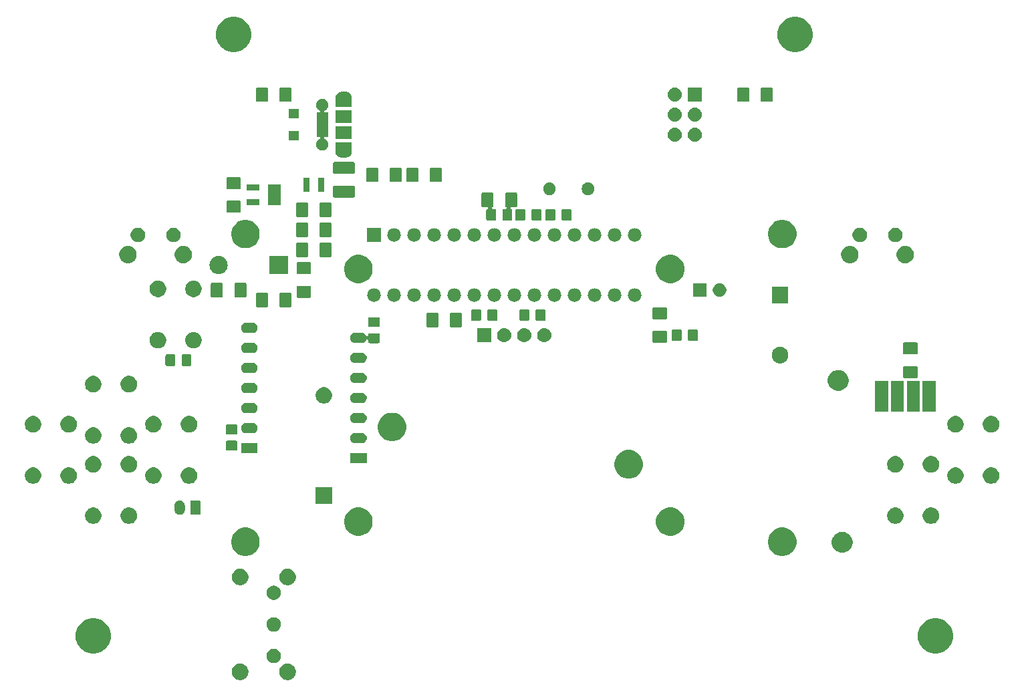
<source format=gbr>
G04 #@! TF.GenerationSoftware,KiCad,Pcbnew,5.1.2-f72e74a~84~ubuntu18.04.1*
G04 #@! TF.CreationDate,2019-06-25T00:33:59+02:00*
G04 #@! TF.ProjectId,invaders,696e7661-6465-4727-932e-6b696361645f,rev?*
G04 #@! TF.SameCoordinates,Original*
G04 #@! TF.FileFunction,Soldermask,Bot*
G04 #@! TF.FilePolarity,Negative*
%FSLAX46Y46*%
G04 Gerber Fmt 4.6, Leading zero omitted, Abs format (unit mm)*
G04 Created by KiCad (PCBNEW 5.1.2-f72e74a~84~ubuntu18.04.1) date 2019-06-25 00:33:59*
%MOMM*%
%LPD*%
G04 APERTURE LIST*
%ADD10C,0.100000*%
G04 APERTURE END LIST*
D10*
G36*
X54126506Y-158469581D02*
G01*
X54238528Y-158515982D01*
X54317740Y-158548793D01*
X54489846Y-158663791D01*
X54636209Y-158810154D01*
X54751207Y-158982260D01*
X54751207Y-158982261D01*
X54830419Y-159173494D01*
X54870800Y-159376504D01*
X54870800Y-159583496D01*
X54830419Y-159786506D01*
X54784018Y-159898528D01*
X54751207Y-159977740D01*
X54636209Y-160149846D01*
X54489846Y-160296209D01*
X54317740Y-160411207D01*
X54238528Y-160444018D01*
X54126506Y-160490419D01*
X53923496Y-160530800D01*
X53716504Y-160530800D01*
X53513494Y-160490419D01*
X53401472Y-160444018D01*
X53322260Y-160411207D01*
X53150154Y-160296209D01*
X53003791Y-160149846D01*
X52888793Y-159977740D01*
X52855982Y-159898528D01*
X52809581Y-159786506D01*
X52769200Y-159583496D01*
X52769200Y-159376504D01*
X52809581Y-159173494D01*
X52888793Y-158982261D01*
X52888793Y-158982260D01*
X53003791Y-158810154D01*
X53150154Y-158663791D01*
X53322260Y-158548793D01*
X53401472Y-158515982D01*
X53513494Y-158469581D01*
X53716504Y-158429200D01*
X53923496Y-158429200D01*
X54126506Y-158469581D01*
X54126506Y-158469581D01*
G37*
G36*
X48126506Y-158469581D02*
G01*
X48238528Y-158515982D01*
X48317740Y-158548793D01*
X48489846Y-158663791D01*
X48636209Y-158810154D01*
X48751207Y-158982260D01*
X48751207Y-158982261D01*
X48830419Y-159173494D01*
X48870800Y-159376504D01*
X48870800Y-159583496D01*
X48830419Y-159786506D01*
X48784018Y-159898528D01*
X48751207Y-159977740D01*
X48636209Y-160149846D01*
X48489846Y-160296209D01*
X48317740Y-160411207D01*
X48238528Y-160444018D01*
X48126506Y-160490419D01*
X47923496Y-160530800D01*
X47716504Y-160530800D01*
X47513494Y-160490419D01*
X47401472Y-160444018D01*
X47322260Y-160411207D01*
X47150154Y-160296209D01*
X47003791Y-160149846D01*
X46888793Y-159977740D01*
X46855982Y-159898528D01*
X46809581Y-159786506D01*
X46769200Y-159583496D01*
X46769200Y-159376504D01*
X46809581Y-159173494D01*
X46888793Y-158982261D01*
X46888793Y-158982260D01*
X47003791Y-158810154D01*
X47150154Y-158663791D01*
X47322260Y-158548793D01*
X47401472Y-158515982D01*
X47513494Y-158469581D01*
X47716504Y-158429200D01*
X47923496Y-158429200D01*
X48126506Y-158469581D01*
X48126506Y-158469581D01*
G37*
G36*
X52216732Y-156590739D02*
G01*
X52332754Y-156613817D01*
X52496689Y-156681721D01*
X52644227Y-156780303D01*
X52769697Y-156905773D01*
X52868279Y-157053311D01*
X52936183Y-157217246D01*
X52970800Y-157391279D01*
X52970800Y-157568721D01*
X52936183Y-157742754D01*
X52868279Y-157906689D01*
X52769697Y-158054227D01*
X52644227Y-158179697D01*
X52496689Y-158278279D01*
X52332754Y-158346183D01*
X52216732Y-158369261D01*
X52158722Y-158380800D01*
X51981278Y-158380800D01*
X51923268Y-158369261D01*
X51807246Y-158346183D01*
X51643311Y-158278279D01*
X51495773Y-158179697D01*
X51370303Y-158054227D01*
X51271721Y-157906689D01*
X51203817Y-157742754D01*
X51169200Y-157568721D01*
X51169200Y-157391279D01*
X51203817Y-157217246D01*
X51271721Y-157053311D01*
X51370303Y-156905773D01*
X51495773Y-156780303D01*
X51643311Y-156681721D01*
X51807246Y-156613817D01*
X51923268Y-156590739D01*
X51981278Y-156579200D01*
X52158722Y-156579200D01*
X52216732Y-156590739D01*
X52216732Y-156590739D01*
G37*
G36*
X29721584Y-152746865D02*
G01*
X29866534Y-152775697D01*
X30276154Y-152945367D01*
X30644802Y-153191689D01*
X30958311Y-153505198D01*
X31204633Y-153873846D01*
X31372154Y-154278279D01*
X31374303Y-154283467D01*
X31460800Y-154718314D01*
X31460800Y-155161686D01*
X31425172Y-155340800D01*
X31374303Y-155596534D01*
X31204633Y-156006154D01*
X30958311Y-156374802D01*
X30644802Y-156688311D01*
X30276154Y-156934633D01*
X29866534Y-157104303D01*
X29721584Y-157133135D01*
X29431686Y-157190800D01*
X28988314Y-157190800D01*
X28698416Y-157133135D01*
X28553466Y-157104303D01*
X28143846Y-156934633D01*
X27775198Y-156688311D01*
X27461689Y-156374802D01*
X27215367Y-156006154D01*
X27045697Y-155596534D01*
X26994828Y-155340800D01*
X26959200Y-155161686D01*
X26959200Y-154718314D01*
X27045697Y-154283467D01*
X27047846Y-154278279D01*
X27215367Y-153873846D01*
X27461689Y-153505198D01*
X27775198Y-153191689D01*
X28143846Y-152945367D01*
X28553466Y-152775697D01*
X28698416Y-152746865D01*
X28988314Y-152689200D01*
X29431686Y-152689200D01*
X29721584Y-152746865D01*
X29721584Y-152746865D01*
G37*
G36*
X136401584Y-152746865D02*
G01*
X136546534Y-152775697D01*
X136956154Y-152945367D01*
X137324802Y-153191689D01*
X137638311Y-153505198D01*
X137884633Y-153873846D01*
X138052154Y-154278279D01*
X138054303Y-154283467D01*
X138140800Y-154718314D01*
X138140800Y-155161686D01*
X138105172Y-155340800D01*
X138054303Y-155596534D01*
X137884633Y-156006154D01*
X137638311Y-156374802D01*
X137324802Y-156688311D01*
X136956154Y-156934633D01*
X136546534Y-157104303D01*
X136401584Y-157133135D01*
X136111686Y-157190800D01*
X135668314Y-157190800D01*
X135378416Y-157133135D01*
X135233466Y-157104303D01*
X134823846Y-156934633D01*
X134455198Y-156688311D01*
X134141689Y-156374802D01*
X133895367Y-156006154D01*
X133725697Y-155596534D01*
X133674828Y-155340800D01*
X133639200Y-155161686D01*
X133639200Y-154718314D01*
X133725697Y-154283467D01*
X133727846Y-154278279D01*
X133895367Y-153873846D01*
X134141689Y-153505198D01*
X134455198Y-153191689D01*
X134823846Y-152945367D01*
X135233466Y-152775697D01*
X135378416Y-152746865D01*
X135668314Y-152689200D01*
X136111686Y-152689200D01*
X136401584Y-152746865D01*
X136401584Y-152746865D01*
G37*
G36*
X52216732Y-152590739D02*
G01*
X52332754Y-152613817D01*
X52496689Y-152681721D01*
X52644227Y-152780303D01*
X52769697Y-152905773D01*
X52868279Y-153053311D01*
X52936183Y-153217246D01*
X52958507Y-153329475D01*
X52970800Y-153391278D01*
X52970800Y-153568722D01*
X52964316Y-153601321D01*
X52936183Y-153742754D01*
X52868279Y-153906689D01*
X52769697Y-154054227D01*
X52644227Y-154179697D01*
X52496689Y-154278279D01*
X52332754Y-154346183D01*
X52216732Y-154369261D01*
X52158722Y-154380800D01*
X51981278Y-154380800D01*
X51923268Y-154369261D01*
X51807246Y-154346183D01*
X51643311Y-154278279D01*
X51495773Y-154179697D01*
X51370303Y-154054227D01*
X51271721Y-153906689D01*
X51203817Y-153742754D01*
X51175684Y-153601321D01*
X51169200Y-153568722D01*
X51169200Y-153391278D01*
X51181493Y-153329475D01*
X51203817Y-153217246D01*
X51271721Y-153053311D01*
X51370303Y-152905773D01*
X51495773Y-152780303D01*
X51643311Y-152681721D01*
X51807246Y-152613817D01*
X51923268Y-152590739D01*
X51981278Y-152579200D01*
X52158722Y-152579200D01*
X52216732Y-152590739D01*
X52216732Y-152590739D01*
G37*
G36*
X52216732Y-148590739D02*
G01*
X52332754Y-148613817D01*
X52496689Y-148681721D01*
X52644227Y-148780303D01*
X52769697Y-148905773D01*
X52868279Y-149053311D01*
X52936183Y-149217246D01*
X52970800Y-149391279D01*
X52970800Y-149568721D01*
X52936183Y-149742754D01*
X52868279Y-149906689D01*
X52769697Y-150054227D01*
X52644227Y-150179697D01*
X52496689Y-150278279D01*
X52332754Y-150346183D01*
X52216732Y-150369261D01*
X52158722Y-150380800D01*
X51981278Y-150380800D01*
X51923268Y-150369261D01*
X51807246Y-150346183D01*
X51643311Y-150278279D01*
X51495773Y-150179697D01*
X51370303Y-150054227D01*
X51271721Y-149906689D01*
X51203817Y-149742754D01*
X51169200Y-149568721D01*
X51169200Y-149391279D01*
X51203817Y-149217246D01*
X51271721Y-149053311D01*
X51370303Y-148905773D01*
X51495773Y-148780303D01*
X51643311Y-148681721D01*
X51807246Y-148613817D01*
X51923268Y-148590739D01*
X51981278Y-148579200D01*
X52158722Y-148579200D01*
X52216732Y-148590739D01*
X52216732Y-148590739D01*
G37*
G36*
X54126506Y-146469581D02*
G01*
X54238528Y-146515982D01*
X54317740Y-146548793D01*
X54489846Y-146663791D01*
X54636209Y-146810154D01*
X54751207Y-146982260D01*
X54751207Y-146982261D01*
X54830419Y-147173494D01*
X54870800Y-147376504D01*
X54870800Y-147583496D01*
X54830419Y-147786506D01*
X54784018Y-147898528D01*
X54751207Y-147977740D01*
X54636209Y-148149846D01*
X54489846Y-148296209D01*
X54317740Y-148411207D01*
X54238528Y-148444018D01*
X54126506Y-148490419D01*
X53923496Y-148530800D01*
X53716504Y-148530800D01*
X53513494Y-148490419D01*
X53401472Y-148444018D01*
X53322260Y-148411207D01*
X53150154Y-148296209D01*
X53003791Y-148149846D01*
X52888793Y-147977740D01*
X52855982Y-147898528D01*
X52809581Y-147786506D01*
X52769200Y-147583496D01*
X52769200Y-147376504D01*
X52809581Y-147173494D01*
X52888793Y-146982261D01*
X52888793Y-146982260D01*
X53003791Y-146810154D01*
X53150154Y-146663791D01*
X53322260Y-146548793D01*
X53401472Y-146515982D01*
X53513494Y-146469581D01*
X53716504Y-146429200D01*
X53923496Y-146429200D01*
X54126506Y-146469581D01*
X54126506Y-146469581D01*
G37*
G36*
X48126506Y-146469581D02*
G01*
X48238528Y-146515982D01*
X48317740Y-146548793D01*
X48489846Y-146663791D01*
X48636209Y-146810154D01*
X48751207Y-146982260D01*
X48751207Y-146982261D01*
X48830419Y-147173494D01*
X48870800Y-147376504D01*
X48870800Y-147583496D01*
X48830419Y-147786506D01*
X48784018Y-147898528D01*
X48751207Y-147977740D01*
X48636209Y-148149846D01*
X48489846Y-148296209D01*
X48317740Y-148411207D01*
X48238528Y-148444018D01*
X48126506Y-148490419D01*
X47923496Y-148530800D01*
X47716504Y-148530800D01*
X47513494Y-148490419D01*
X47401472Y-148444018D01*
X47322260Y-148411207D01*
X47150154Y-148296209D01*
X47003791Y-148149846D01*
X46888793Y-147977740D01*
X46855982Y-147898528D01*
X46809581Y-147786506D01*
X46769200Y-147583496D01*
X46769200Y-147376504D01*
X46809581Y-147173494D01*
X46888793Y-146982261D01*
X46888793Y-146982260D01*
X47003791Y-146810154D01*
X47150154Y-146663791D01*
X47322260Y-146548793D01*
X47401472Y-146515982D01*
X47513494Y-146469581D01*
X47716504Y-146429200D01*
X47923496Y-146429200D01*
X48126506Y-146469581D01*
X48126506Y-146469581D01*
G37*
G36*
X49007273Y-141286403D02*
G01*
X49334997Y-141422151D01*
X49334999Y-141422152D01*
X49483472Y-141521359D01*
X49629942Y-141619227D01*
X49880773Y-141870058D01*
X50077849Y-142165003D01*
X50213597Y-142492727D01*
X50282800Y-142840635D01*
X50282800Y-143195365D01*
X50213597Y-143543273D01*
X50077849Y-143870997D01*
X50077848Y-143870999D01*
X49880772Y-144165943D01*
X49629943Y-144416772D01*
X49334999Y-144613848D01*
X49334998Y-144613849D01*
X49334997Y-144613849D01*
X49007273Y-144749597D01*
X48659365Y-144818800D01*
X48304635Y-144818800D01*
X47956727Y-144749597D01*
X47629003Y-144613849D01*
X47629002Y-144613849D01*
X47629001Y-144613848D01*
X47334057Y-144416772D01*
X47083228Y-144165943D01*
X46886152Y-143870999D01*
X46886151Y-143870997D01*
X46750403Y-143543273D01*
X46681200Y-143195365D01*
X46681200Y-142840635D01*
X46750403Y-142492727D01*
X46886151Y-142165003D01*
X47083227Y-141870058D01*
X47334058Y-141619227D01*
X47480528Y-141521359D01*
X47629001Y-141422152D01*
X47629003Y-141422151D01*
X47956727Y-141286403D01*
X48304635Y-141217200D01*
X48659365Y-141217200D01*
X49007273Y-141286403D01*
X49007273Y-141286403D01*
G37*
G36*
X117007273Y-141286403D02*
G01*
X117334997Y-141422151D01*
X117334999Y-141422152D01*
X117483472Y-141521359D01*
X117629942Y-141619227D01*
X117880773Y-141870058D01*
X118077849Y-142165003D01*
X118213597Y-142492727D01*
X118282800Y-142840635D01*
X118282800Y-143195365D01*
X118213597Y-143543273D01*
X118077849Y-143870997D01*
X118077848Y-143870999D01*
X117880772Y-144165943D01*
X117629943Y-144416772D01*
X117334999Y-144613848D01*
X117334998Y-144613849D01*
X117334997Y-144613849D01*
X117007273Y-144749597D01*
X116659365Y-144818800D01*
X116304635Y-144818800D01*
X115956727Y-144749597D01*
X115629003Y-144613849D01*
X115629002Y-144613849D01*
X115629001Y-144613848D01*
X115334057Y-144416772D01*
X115083228Y-144165943D01*
X114886152Y-143870999D01*
X114886151Y-143870997D01*
X114750403Y-143543273D01*
X114681200Y-143195365D01*
X114681200Y-142840635D01*
X114750403Y-142492727D01*
X114886151Y-142165003D01*
X115083227Y-141870058D01*
X115334058Y-141619227D01*
X115480528Y-141521359D01*
X115629001Y-141422152D01*
X115629003Y-141422151D01*
X115956727Y-141286403D01*
X116304635Y-141217200D01*
X116659365Y-141217200D01*
X117007273Y-141286403D01*
X117007273Y-141286403D01*
G37*
G36*
X124465263Y-141809957D02*
G01*
X124705634Y-141909522D01*
X124921961Y-142054067D01*
X125105933Y-142238039D01*
X125250478Y-142454366D01*
X125350043Y-142694737D01*
X125400800Y-142949913D01*
X125400800Y-143210087D01*
X125350043Y-143465263D01*
X125250478Y-143705634D01*
X125105933Y-143921961D01*
X124921961Y-144105933D01*
X124705634Y-144250478D01*
X124705633Y-144250479D01*
X124705632Y-144250479D01*
X124465263Y-144350043D01*
X124210089Y-144400800D01*
X123949911Y-144400800D01*
X123694737Y-144350043D01*
X123454368Y-144250479D01*
X123454367Y-144250479D01*
X123454366Y-144250478D01*
X123238039Y-144105933D01*
X123054067Y-143921961D01*
X122909522Y-143705634D01*
X122809957Y-143465263D01*
X122759200Y-143210087D01*
X122759200Y-142949913D01*
X122809957Y-142694737D01*
X122909522Y-142454366D01*
X123054067Y-142238039D01*
X123238039Y-142054067D01*
X123454366Y-141909522D01*
X123694737Y-141809957D01*
X123949911Y-141759200D01*
X124210089Y-141759200D01*
X124465263Y-141809957D01*
X124465263Y-141809957D01*
G37*
G36*
X102825273Y-138728403D02*
G01*
X103152997Y-138864151D01*
X103152999Y-138864152D01*
X103301472Y-138963359D01*
X103447942Y-139061227D01*
X103698773Y-139312058D01*
X103753186Y-139393493D01*
X103888835Y-139596505D01*
X103895849Y-139607003D01*
X104031597Y-139934727D01*
X104100800Y-140282635D01*
X104100800Y-140637365D01*
X104031597Y-140985273D01*
X103895849Y-141312997D01*
X103698773Y-141607942D01*
X103447942Y-141858773D01*
X103371992Y-141909521D01*
X103152999Y-142055848D01*
X103152998Y-142055849D01*
X103152997Y-142055849D01*
X102825273Y-142191597D01*
X102477365Y-142260800D01*
X102122635Y-142260800D01*
X101774727Y-142191597D01*
X101447003Y-142055849D01*
X101447002Y-142055849D01*
X101447001Y-142055848D01*
X101228008Y-141909521D01*
X101152058Y-141858773D01*
X100901227Y-141607942D01*
X100704151Y-141312997D01*
X100568403Y-140985273D01*
X100499200Y-140637365D01*
X100499200Y-140282635D01*
X100568403Y-139934727D01*
X100704151Y-139607003D01*
X100711166Y-139596505D01*
X100846814Y-139393493D01*
X100901227Y-139312058D01*
X101152058Y-139061227D01*
X101298528Y-138963359D01*
X101447001Y-138864152D01*
X101447003Y-138864151D01*
X101774727Y-138728403D01*
X102122635Y-138659200D01*
X102477365Y-138659200D01*
X102825273Y-138728403D01*
X102825273Y-138728403D01*
G37*
G36*
X63325273Y-138728403D02*
G01*
X63652997Y-138864151D01*
X63652999Y-138864152D01*
X63801472Y-138963359D01*
X63947942Y-139061227D01*
X64198773Y-139312058D01*
X64253186Y-139393493D01*
X64388835Y-139596505D01*
X64395849Y-139607003D01*
X64531597Y-139934727D01*
X64600800Y-140282635D01*
X64600800Y-140637365D01*
X64531597Y-140985273D01*
X64395849Y-141312997D01*
X64198773Y-141607942D01*
X63947942Y-141858773D01*
X63871992Y-141909521D01*
X63652999Y-142055848D01*
X63652998Y-142055849D01*
X63652997Y-142055849D01*
X63325273Y-142191597D01*
X62977365Y-142260800D01*
X62622635Y-142260800D01*
X62274727Y-142191597D01*
X61947003Y-142055849D01*
X61947002Y-142055849D01*
X61947001Y-142055848D01*
X61728008Y-141909521D01*
X61652058Y-141858773D01*
X61401227Y-141607942D01*
X61204151Y-141312997D01*
X61068403Y-140985273D01*
X60999200Y-140637365D01*
X60999200Y-140282635D01*
X61068403Y-139934727D01*
X61204151Y-139607003D01*
X61211166Y-139596505D01*
X61346814Y-139393493D01*
X61401227Y-139312058D01*
X61652058Y-139061227D01*
X61798528Y-138963359D01*
X61947001Y-138864152D01*
X61947003Y-138864151D01*
X62274727Y-138728403D01*
X62622635Y-138659200D01*
X62977365Y-138659200D01*
X63325273Y-138728403D01*
X63325273Y-138728403D01*
G37*
G36*
X34016506Y-138689581D02*
G01*
X34110230Y-138728403D01*
X34207740Y-138768793D01*
X34322737Y-138845632D01*
X34379845Y-138883790D01*
X34526210Y-139030155D01*
X34546972Y-139061228D01*
X34641207Y-139202260D01*
X34674018Y-139281472D01*
X34720419Y-139393494D01*
X34760800Y-139596504D01*
X34760800Y-139803496D01*
X34720419Y-140006506D01*
X34674018Y-140118528D01*
X34641207Y-140197740D01*
X34526209Y-140369846D01*
X34379846Y-140516209D01*
X34207740Y-140631207D01*
X34128528Y-140664018D01*
X34016506Y-140710419D01*
X33813496Y-140750800D01*
X33606504Y-140750800D01*
X33403494Y-140710419D01*
X33291472Y-140664018D01*
X33212260Y-140631207D01*
X33040154Y-140516209D01*
X32893791Y-140369846D01*
X32778793Y-140197740D01*
X32745982Y-140118528D01*
X32699581Y-140006506D01*
X32659200Y-139803496D01*
X32659200Y-139596504D01*
X32699581Y-139393494D01*
X32745982Y-139281472D01*
X32778793Y-139202260D01*
X32873028Y-139061228D01*
X32893790Y-139030155D01*
X33040155Y-138883790D01*
X33097263Y-138845632D01*
X33212260Y-138768793D01*
X33309770Y-138728403D01*
X33403494Y-138689581D01*
X33606504Y-138649200D01*
X33813496Y-138649200D01*
X34016506Y-138689581D01*
X34016506Y-138689581D01*
G37*
G36*
X29516506Y-138689581D02*
G01*
X29610230Y-138728403D01*
X29707740Y-138768793D01*
X29822737Y-138845632D01*
X29879845Y-138883790D01*
X30026210Y-139030155D01*
X30046972Y-139061228D01*
X30141207Y-139202260D01*
X30174018Y-139281472D01*
X30220419Y-139393494D01*
X30260800Y-139596504D01*
X30260800Y-139803496D01*
X30220419Y-140006506D01*
X30174018Y-140118528D01*
X30141207Y-140197740D01*
X30026209Y-140369846D01*
X29879846Y-140516209D01*
X29707740Y-140631207D01*
X29628528Y-140664018D01*
X29516506Y-140710419D01*
X29313496Y-140750800D01*
X29106504Y-140750800D01*
X28903494Y-140710419D01*
X28791472Y-140664018D01*
X28712260Y-140631207D01*
X28540154Y-140516209D01*
X28393791Y-140369846D01*
X28278793Y-140197740D01*
X28245982Y-140118528D01*
X28199581Y-140006506D01*
X28159200Y-139803496D01*
X28159200Y-139596504D01*
X28199581Y-139393494D01*
X28245982Y-139281472D01*
X28278793Y-139202260D01*
X28373028Y-139061228D01*
X28393790Y-139030155D01*
X28540155Y-138883790D01*
X28597263Y-138845632D01*
X28712260Y-138768793D01*
X28809770Y-138728403D01*
X28903494Y-138689581D01*
X29106504Y-138649200D01*
X29313496Y-138649200D01*
X29516506Y-138689581D01*
X29516506Y-138689581D01*
G37*
G36*
X131116506Y-138689581D02*
G01*
X131210230Y-138728403D01*
X131307740Y-138768793D01*
X131422737Y-138845632D01*
X131479845Y-138883790D01*
X131626210Y-139030155D01*
X131646972Y-139061228D01*
X131741207Y-139202260D01*
X131774018Y-139281472D01*
X131820419Y-139393494D01*
X131860800Y-139596504D01*
X131860800Y-139803496D01*
X131820419Y-140006506D01*
X131774018Y-140118528D01*
X131741207Y-140197740D01*
X131626209Y-140369846D01*
X131479846Y-140516209D01*
X131307740Y-140631207D01*
X131228528Y-140664018D01*
X131116506Y-140710419D01*
X130913496Y-140750800D01*
X130706504Y-140750800D01*
X130503494Y-140710419D01*
X130391472Y-140664018D01*
X130312260Y-140631207D01*
X130140154Y-140516209D01*
X129993791Y-140369846D01*
X129878793Y-140197740D01*
X129845982Y-140118528D01*
X129799581Y-140006506D01*
X129759200Y-139803496D01*
X129759200Y-139596504D01*
X129799581Y-139393494D01*
X129845982Y-139281472D01*
X129878793Y-139202260D01*
X129973028Y-139061228D01*
X129993790Y-139030155D01*
X130140155Y-138883790D01*
X130197263Y-138845632D01*
X130312260Y-138768793D01*
X130409770Y-138728403D01*
X130503494Y-138689581D01*
X130706504Y-138649200D01*
X130913496Y-138649200D01*
X131116506Y-138689581D01*
X131116506Y-138689581D01*
G37*
G36*
X135616506Y-138689581D02*
G01*
X135710230Y-138728403D01*
X135807740Y-138768793D01*
X135922737Y-138845632D01*
X135979845Y-138883790D01*
X136126210Y-139030155D01*
X136146972Y-139061228D01*
X136241207Y-139202260D01*
X136274018Y-139281472D01*
X136320419Y-139393494D01*
X136360800Y-139596504D01*
X136360800Y-139803496D01*
X136320419Y-140006506D01*
X136274018Y-140118528D01*
X136241207Y-140197740D01*
X136126209Y-140369846D01*
X135979846Y-140516209D01*
X135807740Y-140631207D01*
X135728528Y-140664018D01*
X135616506Y-140710419D01*
X135413496Y-140750800D01*
X135206504Y-140750800D01*
X135003494Y-140710419D01*
X134891472Y-140664018D01*
X134812260Y-140631207D01*
X134640154Y-140516209D01*
X134493791Y-140369846D01*
X134378793Y-140197740D01*
X134345982Y-140118528D01*
X134299581Y-140006506D01*
X134259200Y-139803496D01*
X134259200Y-139596504D01*
X134299581Y-139393494D01*
X134345982Y-139281472D01*
X134378793Y-139202260D01*
X134473028Y-139061228D01*
X134493790Y-139030155D01*
X134640155Y-138883790D01*
X134697263Y-138845632D01*
X134812260Y-138768793D01*
X134909770Y-138728403D01*
X135003494Y-138689581D01*
X135206504Y-138649200D01*
X135413496Y-138649200D01*
X135616506Y-138689581D01*
X135616506Y-138689581D01*
G37*
G36*
X40291579Y-137767617D02*
G01*
X40372333Y-137792114D01*
X40414258Y-137804832D01*
X40527313Y-137865261D01*
X40626412Y-137946588D01*
X40707739Y-138045687D01*
X40768168Y-138158742D01*
X40768169Y-138158745D01*
X40805383Y-138281421D01*
X40814800Y-138377037D01*
X40814800Y-138990963D01*
X40805383Y-139086579D01*
X40770291Y-139202260D01*
X40768168Y-139209258D01*
X40707739Y-139322313D01*
X40626412Y-139421411D01*
X40527312Y-139502739D01*
X40414257Y-139563168D01*
X40414254Y-139563169D01*
X40291578Y-139600383D01*
X40164000Y-139612948D01*
X40036421Y-139600383D01*
X39913745Y-139563169D01*
X39913742Y-139563168D01*
X39800687Y-139502739D01*
X39701589Y-139421412D01*
X39620261Y-139322312D01*
X39559832Y-139209257D01*
X39557709Y-139202260D01*
X39522617Y-139086578D01*
X39513200Y-138990962D01*
X39513200Y-138377037D01*
X39522617Y-138281421D01*
X39559831Y-138158745D01*
X39559831Y-138158744D01*
X39592132Y-138098313D01*
X39620262Y-138045686D01*
X39633656Y-138029366D01*
X39701589Y-137946588D01*
X39800688Y-137865261D01*
X39913743Y-137804832D01*
X39955668Y-137792114D01*
X40036422Y-137767617D01*
X40164000Y-137755052D01*
X40291579Y-137767617D01*
X40291579Y-137767617D01*
G37*
G36*
X42655110Y-137762602D02*
G01*
X42692184Y-137773849D01*
X42726357Y-137792114D01*
X42756307Y-137816693D01*
X42780886Y-137846643D01*
X42799151Y-137880816D01*
X42810398Y-137917890D01*
X42814800Y-137962590D01*
X42814800Y-139405410D01*
X42810398Y-139450110D01*
X42799151Y-139487184D01*
X42780886Y-139521357D01*
X42756307Y-139551307D01*
X42726357Y-139575886D01*
X42692184Y-139594151D01*
X42655110Y-139605398D01*
X42610410Y-139609800D01*
X41717590Y-139609800D01*
X41672890Y-139605398D01*
X41635816Y-139594151D01*
X41601643Y-139575886D01*
X41571693Y-139551307D01*
X41547114Y-139521357D01*
X41528849Y-139487184D01*
X41517602Y-139450110D01*
X41513200Y-139405410D01*
X41513200Y-137962590D01*
X41517602Y-137917890D01*
X41528849Y-137880816D01*
X41547114Y-137846643D01*
X41571693Y-137816693D01*
X41601643Y-137792114D01*
X41635816Y-137773849D01*
X41672890Y-137762602D01*
X41717590Y-137758200D01*
X42610410Y-137758200D01*
X42655110Y-137762602D01*
X42655110Y-137762602D01*
G37*
G36*
X59470800Y-138210800D02*
G01*
X57369200Y-138210800D01*
X57369200Y-136109200D01*
X59470800Y-136109200D01*
X59470800Y-138210800D01*
X59470800Y-138210800D01*
G37*
G36*
X26396506Y-133609581D02*
G01*
X26508528Y-133655982D01*
X26587740Y-133688793D01*
X26759846Y-133803791D01*
X26906209Y-133950154D01*
X27021207Y-134122260D01*
X27021207Y-134122261D01*
X27100419Y-134313494D01*
X27140800Y-134516504D01*
X27140800Y-134723496D01*
X27100419Y-134926506D01*
X27099304Y-134929197D01*
X27021207Y-135117740D01*
X26906209Y-135289846D01*
X26759846Y-135436209D01*
X26587740Y-135551207D01*
X26508528Y-135584018D01*
X26396506Y-135630419D01*
X26193496Y-135670800D01*
X25986504Y-135670800D01*
X25783494Y-135630419D01*
X25671472Y-135584018D01*
X25592260Y-135551207D01*
X25420154Y-135436209D01*
X25273791Y-135289846D01*
X25158793Y-135117740D01*
X25080696Y-134929197D01*
X25079581Y-134926506D01*
X25039200Y-134723496D01*
X25039200Y-134516504D01*
X25079581Y-134313494D01*
X25158793Y-134122261D01*
X25158793Y-134122260D01*
X25273791Y-133950154D01*
X25420154Y-133803791D01*
X25592260Y-133688793D01*
X25671472Y-133655982D01*
X25783494Y-133609581D01*
X25986504Y-133569200D01*
X26193496Y-133569200D01*
X26396506Y-133609581D01*
X26396506Y-133609581D01*
G37*
G36*
X21896506Y-133609581D02*
G01*
X22008528Y-133655982D01*
X22087740Y-133688793D01*
X22259846Y-133803791D01*
X22406209Y-133950154D01*
X22521207Y-134122260D01*
X22521207Y-134122261D01*
X22600419Y-134313494D01*
X22640800Y-134516504D01*
X22640800Y-134723496D01*
X22600419Y-134926506D01*
X22599304Y-134929197D01*
X22521207Y-135117740D01*
X22406209Y-135289846D01*
X22259846Y-135436209D01*
X22087740Y-135551207D01*
X22008528Y-135584018D01*
X21896506Y-135630419D01*
X21693496Y-135670800D01*
X21486504Y-135670800D01*
X21283494Y-135630419D01*
X21171472Y-135584018D01*
X21092260Y-135551207D01*
X20920154Y-135436209D01*
X20773791Y-135289846D01*
X20658793Y-135117740D01*
X20580696Y-134929197D01*
X20579581Y-134926506D01*
X20539200Y-134723496D01*
X20539200Y-134516504D01*
X20579581Y-134313494D01*
X20658793Y-134122261D01*
X20658793Y-134122260D01*
X20773791Y-133950154D01*
X20920154Y-133803791D01*
X21092260Y-133688793D01*
X21171472Y-133655982D01*
X21283494Y-133609581D01*
X21486504Y-133569200D01*
X21693496Y-133569200D01*
X21896506Y-133609581D01*
X21896506Y-133609581D01*
G37*
G36*
X41636506Y-133609581D02*
G01*
X41748528Y-133655982D01*
X41827740Y-133688793D01*
X41999846Y-133803791D01*
X42146209Y-133950154D01*
X42261207Y-134122260D01*
X42261207Y-134122261D01*
X42340419Y-134313494D01*
X42380800Y-134516504D01*
X42380800Y-134723496D01*
X42340419Y-134926506D01*
X42339304Y-134929197D01*
X42261207Y-135117740D01*
X42146209Y-135289846D01*
X41999846Y-135436209D01*
X41827740Y-135551207D01*
X41748528Y-135584018D01*
X41636506Y-135630419D01*
X41433496Y-135670800D01*
X41226504Y-135670800D01*
X41023494Y-135630419D01*
X40911472Y-135584018D01*
X40832260Y-135551207D01*
X40660154Y-135436209D01*
X40513791Y-135289846D01*
X40398793Y-135117740D01*
X40320696Y-134929197D01*
X40319581Y-134926506D01*
X40279200Y-134723496D01*
X40279200Y-134516504D01*
X40319581Y-134313494D01*
X40398793Y-134122261D01*
X40398793Y-134122260D01*
X40513791Y-133950154D01*
X40660154Y-133803791D01*
X40832260Y-133688793D01*
X40911472Y-133655982D01*
X41023494Y-133609581D01*
X41226504Y-133569200D01*
X41433496Y-133569200D01*
X41636506Y-133609581D01*
X41636506Y-133609581D01*
G37*
G36*
X37136506Y-133609581D02*
G01*
X37248528Y-133655982D01*
X37327740Y-133688793D01*
X37499846Y-133803791D01*
X37646209Y-133950154D01*
X37761207Y-134122260D01*
X37761207Y-134122261D01*
X37840419Y-134313494D01*
X37880800Y-134516504D01*
X37880800Y-134723496D01*
X37840419Y-134926506D01*
X37839304Y-134929197D01*
X37761207Y-135117740D01*
X37646209Y-135289846D01*
X37499846Y-135436209D01*
X37327740Y-135551207D01*
X37248528Y-135584018D01*
X37136506Y-135630419D01*
X36933496Y-135670800D01*
X36726504Y-135670800D01*
X36523494Y-135630419D01*
X36411472Y-135584018D01*
X36332260Y-135551207D01*
X36160154Y-135436209D01*
X36013791Y-135289846D01*
X35898793Y-135117740D01*
X35820696Y-134929197D01*
X35819581Y-134926506D01*
X35779200Y-134723496D01*
X35779200Y-134516504D01*
X35819581Y-134313494D01*
X35898793Y-134122261D01*
X35898793Y-134122260D01*
X36013791Y-133950154D01*
X36160154Y-133803791D01*
X36332260Y-133688793D01*
X36411472Y-133655982D01*
X36523494Y-133609581D01*
X36726504Y-133569200D01*
X36933496Y-133569200D01*
X37136506Y-133609581D01*
X37136506Y-133609581D01*
G37*
G36*
X138736506Y-133609581D02*
G01*
X138848528Y-133655982D01*
X138927740Y-133688793D01*
X139099846Y-133803791D01*
X139246209Y-133950154D01*
X139361207Y-134122260D01*
X139361207Y-134122261D01*
X139440419Y-134313494D01*
X139480800Y-134516504D01*
X139480800Y-134723496D01*
X139440419Y-134926506D01*
X139439304Y-134929197D01*
X139361207Y-135117740D01*
X139246209Y-135289846D01*
X139099846Y-135436209D01*
X138927740Y-135551207D01*
X138848528Y-135584018D01*
X138736506Y-135630419D01*
X138533496Y-135670800D01*
X138326504Y-135670800D01*
X138123494Y-135630419D01*
X138011472Y-135584018D01*
X137932260Y-135551207D01*
X137760154Y-135436209D01*
X137613791Y-135289846D01*
X137498793Y-135117740D01*
X137420696Y-134929197D01*
X137419581Y-134926506D01*
X137379200Y-134723496D01*
X137379200Y-134516504D01*
X137419581Y-134313494D01*
X137498793Y-134122261D01*
X137498793Y-134122260D01*
X137613791Y-133950154D01*
X137760154Y-133803791D01*
X137932260Y-133688793D01*
X138011472Y-133655982D01*
X138123494Y-133609581D01*
X138326504Y-133569200D01*
X138533496Y-133569200D01*
X138736506Y-133609581D01*
X138736506Y-133609581D01*
G37*
G36*
X143236506Y-133609581D02*
G01*
X143348528Y-133655982D01*
X143427740Y-133688793D01*
X143599846Y-133803791D01*
X143746209Y-133950154D01*
X143861207Y-134122260D01*
X143861207Y-134122261D01*
X143940419Y-134313494D01*
X143980800Y-134516504D01*
X143980800Y-134723496D01*
X143940419Y-134926506D01*
X143939304Y-134929197D01*
X143861207Y-135117740D01*
X143746209Y-135289846D01*
X143599846Y-135436209D01*
X143427740Y-135551207D01*
X143348528Y-135584018D01*
X143236506Y-135630419D01*
X143033496Y-135670800D01*
X142826504Y-135670800D01*
X142623494Y-135630419D01*
X142511472Y-135584018D01*
X142432260Y-135551207D01*
X142260154Y-135436209D01*
X142113791Y-135289846D01*
X141998793Y-135117740D01*
X141920696Y-134929197D01*
X141919581Y-134926506D01*
X141879200Y-134723496D01*
X141879200Y-134516504D01*
X141919581Y-134313494D01*
X141998793Y-134122261D01*
X141998793Y-134122260D01*
X142113791Y-133950154D01*
X142260154Y-133803791D01*
X142432260Y-133688793D01*
X142511472Y-133655982D01*
X142623494Y-133609581D01*
X142826504Y-133569200D01*
X143033496Y-133569200D01*
X143236506Y-133609581D01*
X143236506Y-133609581D01*
G37*
G36*
X97553273Y-131466003D02*
G01*
X97880997Y-131601751D01*
X97880999Y-131601752D01*
X98029472Y-131700959D01*
X98160936Y-131788800D01*
X98175943Y-131798828D01*
X98426772Y-132049657D01*
X98573195Y-132268793D01*
X98623849Y-132344603D01*
X98759597Y-132672327D01*
X98828800Y-133020235D01*
X98828800Y-133374965D01*
X98759597Y-133722873D01*
X98623849Y-134050597D01*
X98490078Y-134250800D01*
X98426772Y-134345543D01*
X98175943Y-134596372D01*
X97880999Y-134793448D01*
X97880998Y-134793449D01*
X97880997Y-134793449D01*
X97553273Y-134929197D01*
X97205365Y-134998400D01*
X96850635Y-134998400D01*
X96502727Y-134929197D01*
X96175003Y-134793449D01*
X96175002Y-134793449D01*
X96175001Y-134793448D01*
X95880057Y-134596372D01*
X95629228Y-134345543D01*
X95565923Y-134250800D01*
X95432151Y-134050597D01*
X95296403Y-133722873D01*
X95227200Y-133374965D01*
X95227200Y-133020235D01*
X95296403Y-132672327D01*
X95432151Y-132344603D01*
X95482806Y-132268793D01*
X95629228Y-132049657D01*
X95880057Y-131798828D01*
X95895065Y-131788800D01*
X96026528Y-131700959D01*
X96175001Y-131601752D01*
X96175003Y-131601751D01*
X96502727Y-131466003D01*
X96850635Y-131396800D01*
X97205365Y-131396800D01*
X97553273Y-131466003D01*
X97553273Y-131466003D01*
G37*
G36*
X34016506Y-132189581D02*
G01*
X34128528Y-132235982D01*
X34207740Y-132268793D01*
X34379846Y-132383791D01*
X34526209Y-132530154D01*
X34641207Y-132702260D01*
X34641207Y-132702261D01*
X34720419Y-132893494D01*
X34760800Y-133096504D01*
X34760800Y-133303496D01*
X34720419Y-133506506D01*
X34694450Y-133569200D01*
X34641207Y-133697740D01*
X34526209Y-133869846D01*
X34379846Y-134016209D01*
X34207740Y-134131207D01*
X34128528Y-134164018D01*
X34016506Y-134210419D01*
X33813496Y-134250800D01*
X33606504Y-134250800D01*
X33403494Y-134210419D01*
X33291472Y-134164018D01*
X33212260Y-134131207D01*
X33040154Y-134016209D01*
X32893791Y-133869846D01*
X32778793Y-133697740D01*
X32725550Y-133569200D01*
X32699581Y-133506506D01*
X32659200Y-133303496D01*
X32659200Y-133096504D01*
X32699581Y-132893494D01*
X32778793Y-132702261D01*
X32778793Y-132702260D01*
X32893791Y-132530154D01*
X33040154Y-132383791D01*
X33212260Y-132268793D01*
X33291472Y-132235982D01*
X33403494Y-132189581D01*
X33606504Y-132149200D01*
X33813496Y-132149200D01*
X34016506Y-132189581D01*
X34016506Y-132189581D01*
G37*
G36*
X29516506Y-132189581D02*
G01*
X29628528Y-132235982D01*
X29707740Y-132268793D01*
X29879846Y-132383791D01*
X30026209Y-132530154D01*
X30141207Y-132702260D01*
X30141207Y-132702261D01*
X30220419Y-132893494D01*
X30260800Y-133096504D01*
X30260800Y-133303496D01*
X30220419Y-133506506D01*
X30194450Y-133569200D01*
X30141207Y-133697740D01*
X30026209Y-133869846D01*
X29879846Y-134016209D01*
X29707740Y-134131207D01*
X29628528Y-134164018D01*
X29516506Y-134210419D01*
X29313496Y-134250800D01*
X29106504Y-134250800D01*
X28903494Y-134210419D01*
X28791472Y-134164018D01*
X28712260Y-134131207D01*
X28540154Y-134016209D01*
X28393791Y-133869846D01*
X28278793Y-133697740D01*
X28225550Y-133569200D01*
X28199581Y-133506506D01*
X28159200Y-133303496D01*
X28159200Y-133096504D01*
X28199581Y-132893494D01*
X28278793Y-132702261D01*
X28278793Y-132702260D01*
X28393791Y-132530154D01*
X28540154Y-132383791D01*
X28712260Y-132268793D01*
X28791472Y-132235982D01*
X28903494Y-132189581D01*
X29106504Y-132149200D01*
X29313496Y-132149200D01*
X29516506Y-132189581D01*
X29516506Y-132189581D01*
G37*
G36*
X131116506Y-132189581D02*
G01*
X131228528Y-132235982D01*
X131307740Y-132268793D01*
X131479846Y-132383791D01*
X131626209Y-132530154D01*
X131741207Y-132702260D01*
X131741207Y-132702261D01*
X131820419Y-132893494D01*
X131860800Y-133096504D01*
X131860800Y-133303496D01*
X131820419Y-133506506D01*
X131794450Y-133569200D01*
X131741207Y-133697740D01*
X131626209Y-133869846D01*
X131479846Y-134016209D01*
X131307740Y-134131207D01*
X131228528Y-134164018D01*
X131116506Y-134210419D01*
X130913496Y-134250800D01*
X130706504Y-134250800D01*
X130503494Y-134210419D01*
X130391472Y-134164018D01*
X130312260Y-134131207D01*
X130140154Y-134016209D01*
X129993791Y-133869846D01*
X129878793Y-133697740D01*
X129825550Y-133569200D01*
X129799581Y-133506506D01*
X129759200Y-133303496D01*
X129759200Y-133096504D01*
X129799581Y-132893494D01*
X129878793Y-132702261D01*
X129878793Y-132702260D01*
X129993791Y-132530154D01*
X130140154Y-132383791D01*
X130312260Y-132268793D01*
X130391472Y-132235982D01*
X130503494Y-132189581D01*
X130706504Y-132149200D01*
X130913496Y-132149200D01*
X131116506Y-132189581D01*
X131116506Y-132189581D01*
G37*
G36*
X135616506Y-132189581D02*
G01*
X135728528Y-132235982D01*
X135807740Y-132268793D01*
X135979846Y-132383791D01*
X136126209Y-132530154D01*
X136241207Y-132702260D01*
X136241207Y-132702261D01*
X136320419Y-132893494D01*
X136360800Y-133096504D01*
X136360800Y-133303496D01*
X136320419Y-133506506D01*
X136294450Y-133569200D01*
X136241207Y-133697740D01*
X136126209Y-133869846D01*
X135979846Y-134016209D01*
X135807740Y-134131207D01*
X135728528Y-134164018D01*
X135616506Y-134210419D01*
X135413496Y-134250800D01*
X135206504Y-134250800D01*
X135003494Y-134210419D01*
X134891472Y-134164018D01*
X134812260Y-134131207D01*
X134640154Y-134016209D01*
X134493791Y-133869846D01*
X134378793Y-133697740D01*
X134325550Y-133569200D01*
X134299581Y-133506506D01*
X134259200Y-133303496D01*
X134259200Y-133096504D01*
X134299581Y-132893494D01*
X134378793Y-132702261D01*
X134378793Y-132702260D01*
X134493791Y-132530154D01*
X134640154Y-132383791D01*
X134812260Y-132268793D01*
X134891472Y-132235982D01*
X135003494Y-132189581D01*
X135206504Y-132149200D01*
X135413496Y-132149200D01*
X135616506Y-132189581D01*
X135616506Y-132189581D01*
G37*
G36*
X63850800Y-133058800D02*
G01*
X61749200Y-133058800D01*
X61749200Y-131757200D01*
X63850800Y-131757200D01*
X63850800Y-133058800D01*
X63850800Y-133058800D01*
G37*
G36*
X50032800Y-131788800D02*
G01*
X47931200Y-131788800D01*
X47931200Y-130487200D01*
X50032800Y-130487200D01*
X50032800Y-131788800D01*
X50032800Y-131788800D01*
G37*
G36*
X47324544Y-130206663D02*
G01*
X47362220Y-130218092D01*
X47396941Y-130236651D01*
X47427374Y-130261626D01*
X47452349Y-130292059D01*
X47470908Y-130326780D01*
X47482337Y-130364456D01*
X47486800Y-130409772D01*
X47486800Y-131246228D01*
X47482337Y-131291544D01*
X47470908Y-131329220D01*
X47452349Y-131363941D01*
X47427374Y-131394374D01*
X47396941Y-131419349D01*
X47362220Y-131437908D01*
X47324544Y-131449337D01*
X47279228Y-131453800D01*
X46192772Y-131453800D01*
X46147456Y-131449337D01*
X46109780Y-131437908D01*
X46075059Y-131419349D01*
X46044626Y-131394374D01*
X46019651Y-131363941D01*
X46001092Y-131329220D01*
X45989663Y-131291544D01*
X45985200Y-131246228D01*
X45985200Y-130409772D01*
X45989663Y-130364456D01*
X46001092Y-130326780D01*
X46019651Y-130292059D01*
X46044626Y-130261626D01*
X46075059Y-130236651D01*
X46109780Y-130218092D01*
X46147456Y-130206663D01*
X46192772Y-130202200D01*
X47279228Y-130202200D01*
X47324544Y-130206663D01*
X47324544Y-130206663D01*
G37*
G36*
X29516506Y-128529581D02*
G01*
X29628528Y-128575982D01*
X29707740Y-128608793D01*
X29879846Y-128723791D01*
X30026209Y-128870154D01*
X30141207Y-129042260D01*
X30174018Y-129121472D01*
X30220419Y-129233494D01*
X30260800Y-129436504D01*
X30260800Y-129643496D01*
X30220419Y-129846506D01*
X30174018Y-129958528D01*
X30141207Y-130037740D01*
X30087408Y-130118255D01*
X30026210Y-130209845D01*
X29879845Y-130356210D01*
X29822737Y-130394368D01*
X29707740Y-130471207D01*
X29669129Y-130487200D01*
X29516506Y-130550419D01*
X29313496Y-130590800D01*
X29106504Y-130590800D01*
X28903494Y-130550419D01*
X28750871Y-130487200D01*
X28712260Y-130471207D01*
X28597263Y-130394368D01*
X28540155Y-130356210D01*
X28393790Y-130209845D01*
X28332592Y-130118255D01*
X28278793Y-130037740D01*
X28245982Y-129958528D01*
X28199581Y-129846506D01*
X28159200Y-129643496D01*
X28159200Y-129436504D01*
X28199581Y-129233494D01*
X28245982Y-129121472D01*
X28278793Y-129042260D01*
X28393791Y-128870154D01*
X28540154Y-128723791D01*
X28712260Y-128608793D01*
X28791472Y-128575982D01*
X28903494Y-128529581D01*
X29106504Y-128489200D01*
X29313496Y-128489200D01*
X29516506Y-128529581D01*
X29516506Y-128529581D01*
G37*
G36*
X34016506Y-128529581D02*
G01*
X34128528Y-128575982D01*
X34207740Y-128608793D01*
X34379846Y-128723791D01*
X34526209Y-128870154D01*
X34641207Y-129042260D01*
X34674018Y-129121472D01*
X34720419Y-129233494D01*
X34760800Y-129436504D01*
X34760800Y-129643496D01*
X34720419Y-129846506D01*
X34674018Y-129958528D01*
X34641207Y-130037740D01*
X34587408Y-130118255D01*
X34526210Y-130209845D01*
X34379845Y-130356210D01*
X34322737Y-130394368D01*
X34207740Y-130471207D01*
X34169129Y-130487200D01*
X34016506Y-130550419D01*
X33813496Y-130590800D01*
X33606504Y-130590800D01*
X33403494Y-130550419D01*
X33250871Y-130487200D01*
X33212260Y-130471207D01*
X33097263Y-130394368D01*
X33040155Y-130356210D01*
X32893790Y-130209845D01*
X32832592Y-130118255D01*
X32778793Y-130037740D01*
X32745982Y-129958528D01*
X32699581Y-129846506D01*
X32659200Y-129643496D01*
X32659200Y-129436504D01*
X32699581Y-129233494D01*
X32745982Y-129121472D01*
X32778793Y-129042260D01*
X32893791Y-128870154D01*
X33040154Y-128723791D01*
X33212260Y-128608793D01*
X33291472Y-128575982D01*
X33403494Y-128529581D01*
X33606504Y-128489200D01*
X33813496Y-128489200D01*
X34016506Y-128529581D01*
X34016506Y-128529581D01*
G37*
G36*
X63279771Y-129221909D02*
G01*
X63327579Y-129226617D01*
X63450255Y-129263831D01*
X63450258Y-129263832D01*
X63563313Y-129324261D01*
X63662412Y-129405588D01*
X63743739Y-129504687D01*
X63804168Y-129617742D01*
X63804169Y-129617745D01*
X63841383Y-129740421D01*
X63853948Y-129868000D01*
X63841383Y-129995579D01*
X63822948Y-130056349D01*
X63804168Y-130118258D01*
X63743739Y-130231313D01*
X63662412Y-130330412D01*
X63563313Y-130411739D01*
X63450258Y-130472168D01*
X63450255Y-130472169D01*
X63327579Y-130509383D01*
X63279771Y-130514091D01*
X63231965Y-130518800D01*
X62368035Y-130518800D01*
X62320229Y-130514091D01*
X62272421Y-130509383D01*
X62149745Y-130472169D01*
X62149742Y-130472168D01*
X62036687Y-130411739D01*
X61937588Y-130330412D01*
X61856261Y-130231313D01*
X61795832Y-130118258D01*
X61777052Y-130056349D01*
X61758617Y-129995579D01*
X61746052Y-129868000D01*
X61758617Y-129740421D01*
X61795831Y-129617745D01*
X61795832Y-129617742D01*
X61856261Y-129504687D01*
X61937588Y-129405588D01*
X62036687Y-129324261D01*
X62149742Y-129263832D01*
X62149745Y-129263831D01*
X62272421Y-129226617D01*
X62320229Y-129221909D01*
X62368035Y-129217200D01*
X63231965Y-129217200D01*
X63279771Y-129221909D01*
X63279771Y-129221909D01*
G37*
G36*
X67581273Y-126728903D02*
G01*
X67908997Y-126864651D01*
X67908999Y-126864652D01*
X67910401Y-126865589D01*
X68203942Y-127061727D01*
X68454773Y-127312558D01*
X68651849Y-127607503D01*
X68787597Y-127935227D01*
X68856800Y-128283135D01*
X68856800Y-128637865D01*
X68787597Y-128985773D01*
X68687836Y-129226617D01*
X68651848Y-129313499D01*
X68590316Y-129405588D01*
X68524101Y-129504686D01*
X68454772Y-129608443D01*
X68203943Y-129859272D01*
X67908999Y-130056348D01*
X67908998Y-130056349D01*
X67908997Y-130056349D01*
X67581273Y-130192097D01*
X67233365Y-130261300D01*
X66878635Y-130261300D01*
X66530727Y-130192097D01*
X66203003Y-130056349D01*
X66203002Y-130056349D01*
X66203001Y-130056348D01*
X65908057Y-129859272D01*
X65657228Y-129608443D01*
X65587900Y-129504686D01*
X65521684Y-129405588D01*
X65460152Y-129313499D01*
X65424164Y-129226617D01*
X65324403Y-128985773D01*
X65255200Y-128637865D01*
X65255200Y-128283135D01*
X65324403Y-127935227D01*
X65460151Y-127607503D01*
X65657227Y-127312558D01*
X65908058Y-127061727D01*
X66201599Y-126865589D01*
X66203001Y-126864652D01*
X66203003Y-126864651D01*
X66530727Y-126728903D01*
X66878635Y-126659700D01*
X67233365Y-126659700D01*
X67581273Y-126728903D01*
X67581273Y-126728903D01*
G37*
G36*
X47324544Y-128156663D02*
G01*
X47362220Y-128168092D01*
X47396941Y-128186651D01*
X47427374Y-128211626D01*
X47452349Y-128242059D01*
X47470908Y-128276780D01*
X47482337Y-128314456D01*
X47486800Y-128359772D01*
X47486800Y-129196228D01*
X47482337Y-129241544D01*
X47470908Y-129279220D01*
X47452349Y-129313941D01*
X47427374Y-129344374D01*
X47396941Y-129369349D01*
X47362220Y-129387908D01*
X47324544Y-129399337D01*
X47279228Y-129403800D01*
X46192772Y-129403800D01*
X46147456Y-129399337D01*
X46109780Y-129387908D01*
X46075059Y-129369349D01*
X46044626Y-129344374D01*
X46019651Y-129313941D01*
X46001092Y-129279220D01*
X45989663Y-129241544D01*
X45985200Y-129196228D01*
X45985200Y-128359772D01*
X45989663Y-128314456D01*
X46001092Y-128276780D01*
X46019651Y-128242059D01*
X46044626Y-128211626D01*
X46075059Y-128186651D01*
X46109780Y-128168092D01*
X46147456Y-128156663D01*
X46192772Y-128152200D01*
X47279228Y-128152200D01*
X47324544Y-128156663D01*
X47324544Y-128156663D01*
G37*
G36*
X49461771Y-127951909D02*
G01*
X49509579Y-127956617D01*
X49632255Y-127993831D01*
X49632258Y-127993832D01*
X49745313Y-128054261D01*
X49844412Y-128135588D01*
X49925739Y-128234687D01*
X49986168Y-128347742D01*
X49986169Y-128347745D01*
X50023383Y-128470421D01*
X50035948Y-128598000D01*
X50023383Y-128725579D01*
X50003887Y-128789846D01*
X49986168Y-128848258D01*
X49925739Y-128961313D01*
X49844412Y-129060412D01*
X49745313Y-129141739D01*
X49632258Y-129202168D01*
X49632255Y-129202169D01*
X49509579Y-129239383D01*
X49461771Y-129244091D01*
X49413965Y-129248800D01*
X48550035Y-129248800D01*
X48502229Y-129244091D01*
X48454421Y-129239383D01*
X48331745Y-129202169D01*
X48331742Y-129202168D01*
X48218687Y-129141739D01*
X48119588Y-129060412D01*
X48038261Y-128961313D01*
X47977832Y-128848258D01*
X47960113Y-128789846D01*
X47940617Y-128725579D01*
X47928052Y-128598000D01*
X47940617Y-128470421D01*
X47977831Y-128347745D01*
X47977832Y-128347742D01*
X48038261Y-128234687D01*
X48119588Y-128135588D01*
X48218687Y-128054261D01*
X48331742Y-127993832D01*
X48331745Y-127993831D01*
X48454421Y-127956617D01*
X48502229Y-127951909D01*
X48550035Y-127947200D01*
X49413965Y-127947200D01*
X49461771Y-127951909D01*
X49461771Y-127951909D01*
G37*
G36*
X41636506Y-127109581D02*
G01*
X41748528Y-127155982D01*
X41827740Y-127188793D01*
X41999846Y-127303791D01*
X42146209Y-127450154D01*
X42261207Y-127622260D01*
X42261207Y-127622261D01*
X42340419Y-127813494D01*
X42380800Y-128016504D01*
X42380800Y-128223496D01*
X42340419Y-128426506D01*
X42314450Y-128489200D01*
X42261207Y-128617740D01*
X42190346Y-128723790D01*
X42146210Y-128789845D01*
X41999845Y-128936210D01*
X41962274Y-128961314D01*
X41827740Y-129051207D01*
X41748528Y-129084018D01*
X41636506Y-129130419D01*
X41433496Y-129170800D01*
X41226504Y-129170800D01*
X41023494Y-129130419D01*
X40911472Y-129084018D01*
X40832260Y-129051207D01*
X40697726Y-128961314D01*
X40660155Y-128936210D01*
X40513790Y-128789845D01*
X40469654Y-128723790D01*
X40398793Y-128617740D01*
X40345550Y-128489200D01*
X40319581Y-128426506D01*
X40279200Y-128223496D01*
X40279200Y-128016504D01*
X40319581Y-127813494D01*
X40398793Y-127622261D01*
X40398793Y-127622260D01*
X40513791Y-127450154D01*
X40660154Y-127303791D01*
X40832260Y-127188793D01*
X40911472Y-127155982D01*
X41023494Y-127109581D01*
X41226504Y-127069200D01*
X41433496Y-127069200D01*
X41636506Y-127109581D01*
X41636506Y-127109581D01*
G37*
G36*
X26396506Y-127109581D02*
G01*
X26508528Y-127155982D01*
X26587740Y-127188793D01*
X26759846Y-127303791D01*
X26906209Y-127450154D01*
X27021207Y-127622260D01*
X27021207Y-127622261D01*
X27100419Y-127813494D01*
X27140800Y-128016504D01*
X27140800Y-128223496D01*
X27100419Y-128426506D01*
X27074450Y-128489200D01*
X27021207Y-128617740D01*
X26950346Y-128723790D01*
X26906210Y-128789845D01*
X26759845Y-128936210D01*
X26722274Y-128961314D01*
X26587740Y-129051207D01*
X26508528Y-129084018D01*
X26396506Y-129130419D01*
X26193496Y-129170800D01*
X25986504Y-129170800D01*
X25783494Y-129130419D01*
X25671472Y-129084018D01*
X25592260Y-129051207D01*
X25457726Y-128961314D01*
X25420155Y-128936210D01*
X25273790Y-128789845D01*
X25229654Y-128723790D01*
X25158793Y-128617740D01*
X25105550Y-128489200D01*
X25079581Y-128426506D01*
X25039200Y-128223496D01*
X25039200Y-128016504D01*
X25079581Y-127813494D01*
X25158793Y-127622261D01*
X25158793Y-127622260D01*
X25273791Y-127450154D01*
X25420154Y-127303791D01*
X25592260Y-127188793D01*
X25671472Y-127155982D01*
X25783494Y-127109581D01*
X25986504Y-127069200D01*
X26193496Y-127069200D01*
X26396506Y-127109581D01*
X26396506Y-127109581D01*
G37*
G36*
X21896506Y-127109581D02*
G01*
X22008528Y-127155982D01*
X22087740Y-127188793D01*
X22259846Y-127303791D01*
X22406209Y-127450154D01*
X22521207Y-127622260D01*
X22521207Y-127622261D01*
X22600419Y-127813494D01*
X22640800Y-128016504D01*
X22640800Y-128223496D01*
X22600419Y-128426506D01*
X22574450Y-128489200D01*
X22521207Y-128617740D01*
X22450346Y-128723790D01*
X22406210Y-128789845D01*
X22259845Y-128936210D01*
X22222274Y-128961314D01*
X22087740Y-129051207D01*
X22008528Y-129084018D01*
X21896506Y-129130419D01*
X21693496Y-129170800D01*
X21486504Y-129170800D01*
X21283494Y-129130419D01*
X21171472Y-129084018D01*
X21092260Y-129051207D01*
X20957726Y-128961314D01*
X20920155Y-128936210D01*
X20773790Y-128789845D01*
X20729654Y-128723790D01*
X20658793Y-128617740D01*
X20605550Y-128489200D01*
X20579581Y-128426506D01*
X20539200Y-128223496D01*
X20539200Y-128016504D01*
X20579581Y-127813494D01*
X20658793Y-127622261D01*
X20658793Y-127622260D01*
X20773791Y-127450154D01*
X20920154Y-127303791D01*
X21092260Y-127188793D01*
X21171472Y-127155982D01*
X21283494Y-127109581D01*
X21486504Y-127069200D01*
X21693496Y-127069200D01*
X21896506Y-127109581D01*
X21896506Y-127109581D01*
G37*
G36*
X37136506Y-127109581D02*
G01*
X37248528Y-127155982D01*
X37327740Y-127188793D01*
X37499846Y-127303791D01*
X37646209Y-127450154D01*
X37761207Y-127622260D01*
X37761207Y-127622261D01*
X37840419Y-127813494D01*
X37880800Y-128016504D01*
X37880800Y-128223496D01*
X37840419Y-128426506D01*
X37814450Y-128489200D01*
X37761207Y-128617740D01*
X37690346Y-128723790D01*
X37646210Y-128789845D01*
X37499845Y-128936210D01*
X37462274Y-128961314D01*
X37327740Y-129051207D01*
X37248528Y-129084018D01*
X37136506Y-129130419D01*
X36933496Y-129170800D01*
X36726504Y-129170800D01*
X36523494Y-129130419D01*
X36411472Y-129084018D01*
X36332260Y-129051207D01*
X36197726Y-128961314D01*
X36160155Y-128936210D01*
X36013790Y-128789845D01*
X35969654Y-128723790D01*
X35898793Y-128617740D01*
X35845550Y-128489200D01*
X35819581Y-128426506D01*
X35779200Y-128223496D01*
X35779200Y-128016504D01*
X35819581Y-127813494D01*
X35898793Y-127622261D01*
X35898793Y-127622260D01*
X36013791Y-127450154D01*
X36160154Y-127303791D01*
X36332260Y-127188793D01*
X36411472Y-127155982D01*
X36523494Y-127109581D01*
X36726504Y-127069200D01*
X36933496Y-127069200D01*
X37136506Y-127109581D01*
X37136506Y-127109581D01*
G37*
G36*
X138736506Y-127109581D02*
G01*
X138848528Y-127155982D01*
X138927740Y-127188793D01*
X139099846Y-127303791D01*
X139246209Y-127450154D01*
X139361207Y-127622260D01*
X139361207Y-127622261D01*
X139440419Y-127813494D01*
X139480800Y-128016504D01*
X139480800Y-128223496D01*
X139440419Y-128426506D01*
X139414450Y-128489200D01*
X139361207Y-128617740D01*
X139290346Y-128723790D01*
X139246210Y-128789845D01*
X139099845Y-128936210D01*
X139062274Y-128961314D01*
X138927740Y-129051207D01*
X138848528Y-129084018D01*
X138736506Y-129130419D01*
X138533496Y-129170800D01*
X138326504Y-129170800D01*
X138123494Y-129130419D01*
X138011472Y-129084018D01*
X137932260Y-129051207D01*
X137797726Y-128961314D01*
X137760155Y-128936210D01*
X137613790Y-128789845D01*
X137569654Y-128723790D01*
X137498793Y-128617740D01*
X137445550Y-128489200D01*
X137419581Y-128426506D01*
X137379200Y-128223496D01*
X137379200Y-128016504D01*
X137419581Y-127813494D01*
X137498793Y-127622261D01*
X137498793Y-127622260D01*
X137613791Y-127450154D01*
X137760154Y-127303791D01*
X137932260Y-127188793D01*
X138011472Y-127155982D01*
X138123494Y-127109581D01*
X138326504Y-127069200D01*
X138533496Y-127069200D01*
X138736506Y-127109581D01*
X138736506Y-127109581D01*
G37*
G36*
X143236506Y-127109581D02*
G01*
X143348528Y-127155982D01*
X143427740Y-127188793D01*
X143599846Y-127303791D01*
X143746209Y-127450154D01*
X143861207Y-127622260D01*
X143861207Y-127622261D01*
X143940419Y-127813494D01*
X143980800Y-128016504D01*
X143980800Y-128223496D01*
X143940419Y-128426506D01*
X143914450Y-128489200D01*
X143861207Y-128617740D01*
X143790346Y-128723790D01*
X143746210Y-128789845D01*
X143599845Y-128936210D01*
X143562274Y-128961314D01*
X143427740Y-129051207D01*
X143348528Y-129084018D01*
X143236506Y-129130419D01*
X143033496Y-129170800D01*
X142826504Y-129170800D01*
X142623494Y-129130419D01*
X142511472Y-129084018D01*
X142432260Y-129051207D01*
X142297726Y-128961314D01*
X142260155Y-128936210D01*
X142113790Y-128789845D01*
X142069654Y-128723790D01*
X141998793Y-128617740D01*
X141945550Y-128489200D01*
X141919581Y-128426506D01*
X141879200Y-128223496D01*
X141879200Y-128016504D01*
X141919581Y-127813494D01*
X141998793Y-127622261D01*
X141998793Y-127622260D01*
X142113791Y-127450154D01*
X142260154Y-127303791D01*
X142432260Y-127188793D01*
X142511472Y-127155982D01*
X142623494Y-127109581D01*
X142826504Y-127069200D01*
X143033496Y-127069200D01*
X143236506Y-127109581D01*
X143236506Y-127109581D01*
G37*
G36*
X63279771Y-126681908D02*
G01*
X63327579Y-126686617D01*
X63450255Y-126723831D01*
X63450258Y-126723832D01*
X63563313Y-126784261D01*
X63662412Y-126865588D01*
X63743739Y-126964687D01*
X63804168Y-127077742D01*
X63804169Y-127077745D01*
X63841383Y-127200421D01*
X63853948Y-127328000D01*
X63841383Y-127455579D01*
X63804169Y-127578255D01*
X63804168Y-127578258D01*
X63743739Y-127691313D01*
X63662412Y-127790412D01*
X63563313Y-127871739D01*
X63450258Y-127932168D01*
X63450255Y-127932169D01*
X63327579Y-127969383D01*
X63279771Y-127974091D01*
X63231965Y-127978800D01*
X62368035Y-127978800D01*
X62320229Y-127974091D01*
X62272421Y-127969383D01*
X62149745Y-127932169D01*
X62149742Y-127932168D01*
X62036687Y-127871739D01*
X61937588Y-127790412D01*
X61856261Y-127691313D01*
X61795832Y-127578258D01*
X61795831Y-127578255D01*
X61758617Y-127455579D01*
X61746052Y-127328000D01*
X61758617Y-127200421D01*
X61795831Y-127077745D01*
X61795832Y-127077742D01*
X61856261Y-126964687D01*
X61937588Y-126865588D01*
X62036687Y-126784261D01*
X62149742Y-126723832D01*
X62149745Y-126723831D01*
X62272421Y-126686617D01*
X62320229Y-126681908D01*
X62368035Y-126677200D01*
X63231965Y-126677200D01*
X63279771Y-126681908D01*
X63279771Y-126681908D01*
G37*
G36*
X49461771Y-125411909D02*
G01*
X49509579Y-125416617D01*
X49632255Y-125453831D01*
X49632258Y-125453832D01*
X49745313Y-125514261D01*
X49844412Y-125595588D01*
X49925739Y-125694687D01*
X49986168Y-125807742D01*
X49986169Y-125807745D01*
X50023383Y-125930421D01*
X50035948Y-126058000D01*
X50023383Y-126185579D01*
X49986169Y-126308255D01*
X49986168Y-126308258D01*
X49925739Y-126421313D01*
X49844412Y-126520412D01*
X49745313Y-126601739D01*
X49632258Y-126662168D01*
X49632255Y-126662169D01*
X49509579Y-126699383D01*
X49461771Y-126704092D01*
X49413965Y-126708800D01*
X48550035Y-126708800D01*
X48502229Y-126704092D01*
X48454421Y-126699383D01*
X48331745Y-126662169D01*
X48331742Y-126662168D01*
X48218687Y-126601739D01*
X48119588Y-126520412D01*
X48038261Y-126421313D01*
X47977832Y-126308258D01*
X47977831Y-126308255D01*
X47940617Y-126185579D01*
X47928052Y-126058000D01*
X47940617Y-125930421D01*
X47977831Y-125807745D01*
X47977832Y-125807742D01*
X48038261Y-125694687D01*
X48119588Y-125595588D01*
X48218687Y-125514261D01*
X48331742Y-125453832D01*
X48331745Y-125453831D01*
X48454421Y-125416617D01*
X48502229Y-125411909D01*
X48550035Y-125407200D01*
X49413965Y-125407200D01*
X49461771Y-125411909D01*
X49461771Y-125411909D01*
G37*
G36*
X129892800Y-126530800D02*
G01*
X128267200Y-126530800D01*
X128267200Y-122629200D01*
X129892800Y-122629200D01*
X129892800Y-126530800D01*
X129892800Y-126530800D01*
G37*
G36*
X133892800Y-126530800D02*
G01*
X132267200Y-126530800D01*
X132267200Y-122629200D01*
X133892800Y-122629200D01*
X133892800Y-126530800D01*
X133892800Y-126530800D01*
G37*
G36*
X135892800Y-126530800D02*
G01*
X134267200Y-126530800D01*
X134267200Y-122629200D01*
X135892800Y-122629200D01*
X135892800Y-126530800D01*
X135892800Y-126530800D01*
G37*
G36*
X131892800Y-126530800D02*
G01*
X130267200Y-126530800D01*
X130267200Y-122629200D01*
X131892800Y-122629200D01*
X131892800Y-126530800D01*
X131892800Y-126530800D01*
G37*
G36*
X58726506Y-123449581D02*
G01*
X58838528Y-123495982D01*
X58917740Y-123528793D01*
X59089846Y-123643791D01*
X59236209Y-123790154D01*
X59351207Y-123962260D01*
X59384018Y-124041472D01*
X59430419Y-124153494D01*
X59470800Y-124356504D01*
X59470800Y-124563496D01*
X59430419Y-124766506D01*
X59384018Y-124878528D01*
X59351207Y-124957740D01*
X59236209Y-125129846D01*
X59089846Y-125276209D01*
X58917740Y-125391207D01*
X58838528Y-125424018D01*
X58726506Y-125470419D01*
X58523496Y-125510800D01*
X58316504Y-125510800D01*
X58113494Y-125470419D01*
X58001472Y-125424018D01*
X57922260Y-125391207D01*
X57750154Y-125276209D01*
X57603791Y-125129846D01*
X57488793Y-124957740D01*
X57455982Y-124878528D01*
X57409581Y-124766506D01*
X57369200Y-124563496D01*
X57369200Y-124356504D01*
X57409581Y-124153494D01*
X57455982Y-124041472D01*
X57488793Y-123962260D01*
X57603791Y-123790154D01*
X57750154Y-123643791D01*
X57922260Y-123528793D01*
X58001472Y-123495982D01*
X58113494Y-123449581D01*
X58316504Y-123409200D01*
X58523496Y-123409200D01*
X58726506Y-123449581D01*
X58726506Y-123449581D01*
G37*
G36*
X63279771Y-124141909D02*
G01*
X63327579Y-124146617D01*
X63450255Y-124183831D01*
X63450258Y-124183832D01*
X63563313Y-124244261D01*
X63662412Y-124325588D01*
X63743739Y-124424687D01*
X63804168Y-124537742D01*
X63804169Y-124537745D01*
X63841383Y-124660421D01*
X63853948Y-124788000D01*
X63841383Y-124915579D01*
X63828593Y-124957740D01*
X63804168Y-125038258D01*
X63743739Y-125151313D01*
X63662412Y-125250412D01*
X63563313Y-125331739D01*
X63450258Y-125392168D01*
X63450255Y-125392169D01*
X63327579Y-125429383D01*
X63279771Y-125434091D01*
X63231965Y-125438800D01*
X62368035Y-125438800D01*
X62320229Y-125434091D01*
X62272421Y-125429383D01*
X62149745Y-125392169D01*
X62149742Y-125392168D01*
X62036687Y-125331739D01*
X61937588Y-125250412D01*
X61856261Y-125151313D01*
X61795832Y-125038258D01*
X61771407Y-124957740D01*
X61758617Y-124915579D01*
X61746052Y-124788000D01*
X61758617Y-124660421D01*
X61795831Y-124537745D01*
X61795832Y-124537742D01*
X61856261Y-124424687D01*
X61937588Y-124325588D01*
X62036687Y-124244261D01*
X62149742Y-124183832D01*
X62149745Y-124183831D01*
X62272421Y-124146617D01*
X62320229Y-124141909D01*
X62368035Y-124137200D01*
X63231965Y-124137200D01*
X63279771Y-124141909D01*
X63279771Y-124141909D01*
G37*
G36*
X49461771Y-122871909D02*
G01*
X49509579Y-122876617D01*
X49632255Y-122913831D01*
X49632258Y-122913832D01*
X49745313Y-122974261D01*
X49844412Y-123055588D01*
X49925739Y-123154687D01*
X49986168Y-123267742D01*
X49986169Y-123267745D01*
X50023383Y-123390421D01*
X50035948Y-123518000D01*
X50023383Y-123645579D01*
X50003887Y-123709846D01*
X49986168Y-123768258D01*
X49925739Y-123881313D01*
X49844412Y-123980412D01*
X49745313Y-124061739D01*
X49632258Y-124122168D01*
X49632255Y-124122169D01*
X49509579Y-124159383D01*
X49461771Y-124164091D01*
X49413965Y-124168800D01*
X48550035Y-124168800D01*
X48502229Y-124164091D01*
X48454421Y-124159383D01*
X48331745Y-124122169D01*
X48331742Y-124122168D01*
X48218687Y-124061739D01*
X48119588Y-123980412D01*
X48038261Y-123881313D01*
X47977832Y-123768258D01*
X47960113Y-123709846D01*
X47940617Y-123645579D01*
X47928052Y-123518000D01*
X47940617Y-123390421D01*
X47977831Y-123267745D01*
X47977832Y-123267742D01*
X48038261Y-123154687D01*
X48119588Y-123055588D01*
X48218687Y-122974261D01*
X48331742Y-122913832D01*
X48331745Y-122913831D01*
X48454421Y-122876617D01*
X48502229Y-122871909D01*
X48550035Y-122867200D01*
X49413965Y-122867200D01*
X49461771Y-122871909D01*
X49461771Y-122871909D01*
G37*
G36*
X29516506Y-122029581D02*
G01*
X29621267Y-122072975D01*
X29707740Y-122108793D01*
X29879846Y-122223791D01*
X30026209Y-122370154D01*
X30141207Y-122542260D01*
X30141207Y-122542261D01*
X30220419Y-122733494D01*
X30260800Y-122936504D01*
X30260800Y-123143496D01*
X30220419Y-123346506D01*
X30189164Y-123421961D01*
X30141207Y-123537740D01*
X30070346Y-123643790D01*
X30026210Y-123709845D01*
X29879845Y-123856210D01*
X29842274Y-123881314D01*
X29707740Y-123971207D01*
X29628528Y-124004018D01*
X29516506Y-124050419D01*
X29313496Y-124090800D01*
X29106504Y-124090800D01*
X28903494Y-124050419D01*
X28791472Y-124004018D01*
X28712260Y-123971207D01*
X28577726Y-123881314D01*
X28540155Y-123856210D01*
X28393790Y-123709845D01*
X28349654Y-123643790D01*
X28278793Y-123537740D01*
X28230836Y-123421961D01*
X28199581Y-123346506D01*
X28159200Y-123143496D01*
X28159200Y-122936504D01*
X28199581Y-122733494D01*
X28278793Y-122542261D01*
X28278793Y-122542260D01*
X28393791Y-122370154D01*
X28540154Y-122223791D01*
X28712260Y-122108793D01*
X28798733Y-122072975D01*
X28903494Y-122029581D01*
X29106504Y-121989200D01*
X29313496Y-121989200D01*
X29516506Y-122029581D01*
X29516506Y-122029581D01*
G37*
G36*
X34016506Y-122029581D02*
G01*
X34121267Y-122072975D01*
X34207740Y-122108793D01*
X34379846Y-122223791D01*
X34526209Y-122370154D01*
X34641207Y-122542260D01*
X34641207Y-122542261D01*
X34720419Y-122733494D01*
X34760800Y-122936504D01*
X34760800Y-123143496D01*
X34720419Y-123346506D01*
X34689164Y-123421961D01*
X34641207Y-123537740D01*
X34570346Y-123643790D01*
X34526210Y-123709845D01*
X34379845Y-123856210D01*
X34342274Y-123881314D01*
X34207740Y-123971207D01*
X34128528Y-124004018D01*
X34016506Y-124050419D01*
X33813496Y-124090800D01*
X33606504Y-124090800D01*
X33403494Y-124050419D01*
X33291472Y-124004018D01*
X33212260Y-123971207D01*
X33077726Y-123881314D01*
X33040155Y-123856210D01*
X32893790Y-123709845D01*
X32849654Y-123643790D01*
X32778793Y-123537740D01*
X32730836Y-123421961D01*
X32699581Y-123346506D01*
X32659200Y-123143496D01*
X32659200Y-122936504D01*
X32699581Y-122733494D01*
X32778793Y-122542261D01*
X32778793Y-122542260D01*
X32893791Y-122370154D01*
X33040154Y-122223791D01*
X33212260Y-122108793D01*
X33298733Y-122072975D01*
X33403494Y-122029581D01*
X33606504Y-121989200D01*
X33813496Y-121989200D01*
X34016506Y-122029581D01*
X34016506Y-122029581D01*
G37*
G36*
X123965263Y-121309957D02*
G01*
X124040966Y-121341314D01*
X124205634Y-121409522D01*
X124421961Y-121554067D01*
X124605933Y-121738039D01*
X124703919Y-121884686D01*
X124750479Y-121954368D01*
X124850043Y-122194737D01*
X124900800Y-122449911D01*
X124900800Y-122710089D01*
X124850043Y-122965263D01*
X124771582Y-123154686D01*
X124750478Y-123205634D01*
X124605933Y-123421961D01*
X124421961Y-123605933D01*
X124205634Y-123750478D01*
X124205633Y-123750479D01*
X124205632Y-123750479D01*
X123965263Y-123850043D01*
X123710089Y-123900800D01*
X123449911Y-123900800D01*
X123194737Y-123850043D01*
X122954368Y-123750479D01*
X122954367Y-123750479D01*
X122954366Y-123750478D01*
X122738039Y-123605933D01*
X122554067Y-123421961D01*
X122409522Y-123205634D01*
X122388419Y-123154686D01*
X122309957Y-122965263D01*
X122259200Y-122710089D01*
X122259200Y-122449911D01*
X122309957Y-122194737D01*
X122409521Y-121954368D01*
X122456081Y-121884686D01*
X122554067Y-121738039D01*
X122738039Y-121554067D01*
X122954366Y-121409522D01*
X123119035Y-121341314D01*
X123194737Y-121309957D01*
X123449911Y-121259200D01*
X123710089Y-121259200D01*
X123965263Y-121309957D01*
X123965263Y-121309957D01*
G37*
G36*
X63279771Y-121601909D02*
G01*
X63327579Y-121606617D01*
X63450255Y-121643831D01*
X63450258Y-121643832D01*
X63563313Y-121704261D01*
X63662412Y-121785588D01*
X63743739Y-121884687D01*
X63804168Y-121997742D01*
X63804169Y-121997745D01*
X63841383Y-122120421D01*
X63853948Y-122248000D01*
X63841383Y-122375579D01*
X63804169Y-122498255D01*
X63804168Y-122498258D01*
X63743739Y-122611313D01*
X63662412Y-122710412D01*
X63563313Y-122791739D01*
X63450258Y-122852168D01*
X63450255Y-122852169D01*
X63327579Y-122889383D01*
X63279771Y-122894092D01*
X63231965Y-122898800D01*
X62368035Y-122898800D01*
X62320229Y-122894092D01*
X62272421Y-122889383D01*
X62149745Y-122852169D01*
X62149742Y-122852168D01*
X62036687Y-122791739D01*
X61937588Y-122710412D01*
X61856261Y-122611313D01*
X61795832Y-122498258D01*
X61795831Y-122498255D01*
X61758617Y-122375579D01*
X61746052Y-122248000D01*
X61758617Y-122120421D01*
X61795831Y-121997745D01*
X61795832Y-121997742D01*
X61856261Y-121884687D01*
X61937588Y-121785588D01*
X62036687Y-121704261D01*
X62149742Y-121643832D01*
X62149745Y-121643831D01*
X62272421Y-121606617D01*
X62320229Y-121601909D01*
X62368035Y-121597200D01*
X63231965Y-121597200D01*
X63279771Y-121601909D01*
X63279771Y-121601909D01*
G37*
G36*
X133490419Y-120743380D02*
G01*
X133525322Y-120753969D01*
X133557496Y-120771166D01*
X133585694Y-120794306D01*
X133608834Y-120822504D01*
X133626031Y-120854678D01*
X133636620Y-120889581D01*
X133640800Y-120932025D01*
X133640800Y-122072975D01*
X133636620Y-122115419D01*
X133626031Y-122150322D01*
X133608834Y-122182496D01*
X133585694Y-122210694D01*
X133557496Y-122233834D01*
X133525322Y-122251031D01*
X133490419Y-122261620D01*
X133447975Y-122265800D01*
X131982025Y-122265800D01*
X131939581Y-122261620D01*
X131904678Y-122251031D01*
X131872504Y-122233834D01*
X131844306Y-122210694D01*
X131821166Y-122182496D01*
X131803969Y-122150322D01*
X131793380Y-122115419D01*
X131789200Y-122072975D01*
X131789200Y-120932025D01*
X131793380Y-120889581D01*
X131803969Y-120854678D01*
X131821166Y-120822504D01*
X131844306Y-120794306D01*
X131872504Y-120771166D01*
X131904678Y-120753969D01*
X131939581Y-120743380D01*
X131982025Y-120739200D01*
X133447975Y-120739200D01*
X133490419Y-120743380D01*
X133490419Y-120743380D01*
G37*
G36*
X49461771Y-120331909D02*
G01*
X49509579Y-120336617D01*
X49621004Y-120370418D01*
X49632258Y-120373832D01*
X49745313Y-120434261D01*
X49844412Y-120515588D01*
X49925739Y-120614687D01*
X49986168Y-120727742D01*
X49986169Y-120727745D01*
X50023383Y-120850421D01*
X50035948Y-120978000D01*
X50023383Y-121105579D01*
X49986169Y-121228255D01*
X49986168Y-121228258D01*
X49925739Y-121341313D01*
X49844412Y-121440412D01*
X49745313Y-121521739D01*
X49632258Y-121582168D01*
X49632255Y-121582169D01*
X49509579Y-121619383D01*
X49461771Y-121624092D01*
X49413965Y-121628800D01*
X48550035Y-121628800D01*
X48502229Y-121624092D01*
X48454421Y-121619383D01*
X48331745Y-121582169D01*
X48331742Y-121582168D01*
X48218687Y-121521739D01*
X48119588Y-121440412D01*
X48038261Y-121341313D01*
X47977832Y-121228258D01*
X47977831Y-121228255D01*
X47940617Y-121105579D01*
X47928052Y-120978000D01*
X47940617Y-120850421D01*
X47977831Y-120727745D01*
X47977832Y-120727742D01*
X48038261Y-120614687D01*
X48119588Y-120515588D01*
X48218687Y-120434261D01*
X48331742Y-120373832D01*
X48342996Y-120370418D01*
X48454421Y-120336617D01*
X48502229Y-120331909D01*
X48550035Y-120327200D01*
X49413965Y-120327200D01*
X49461771Y-120331909D01*
X49461771Y-120331909D01*
G37*
G36*
X41493544Y-119268663D02*
G01*
X41531220Y-119280092D01*
X41565941Y-119298651D01*
X41596374Y-119323626D01*
X41621349Y-119354059D01*
X41639908Y-119388780D01*
X41651337Y-119426456D01*
X41655800Y-119471772D01*
X41655800Y-120558228D01*
X41651337Y-120603544D01*
X41639908Y-120641220D01*
X41621349Y-120675941D01*
X41596374Y-120706374D01*
X41565941Y-120731349D01*
X41531220Y-120749908D01*
X41493544Y-120761337D01*
X41448228Y-120765800D01*
X40611772Y-120765800D01*
X40566456Y-120761337D01*
X40528780Y-120749908D01*
X40494059Y-120731349D01*
X40463626Y-120706374D01*
X40438651Y-120675941D01*
X40420092Y-120641220D01*
X40408663Y-120603544D01*
X40404200Y-120558228D01*
X40404200Y-119471772D01*
X40408663Y-119426456D01*
X40420092Y-119388780D01*
X40438651Y-119354059D01*
X40463626Y-119323626D01*
X40494059Y-119298651D01*
X40528780Y-119280092D01*
X40566456Y-119268663D01*
X40611772Y-119264200D01*
X41448228Y-119264200D01*
X41493544Y-119268663D01*
X41493544Y-119268663D01*
G37*
G36*
X39443544Y-119268663D02*
G01*
X39481220Y-119280092D01*
X39515941Y-119298651D01*
X39546374Y-119323626D01*
X39571349Y-119354059D01*
X39589908Y-119388780D01*
X39601337Y-119426456D01*
X39605800Y-119471772D01*
X39605800Y-120558228D01*
X39601337Y-120603544D01*
X39589908Y-120641220D01*
X39571349Y-120675941D01*
X39546374Y-120706374D01*
X39515941Y-120731349D01*
X39481220Y-120749908D01*
X39443544Y-120761337D01*
X39398228Y-120765800D01*
X38561772Y-120765800D01*
X38516456Y-120761337D01*
X38478780Y-120749908D01*
X38444059Y-120731349D01*
X38413626Y-120706374D01*
X38388651Y-120675941D01*
X38370092Y-120641220D01*
X38358663Y-120603544D01*
X38354200Y-120558228D01*
X38354200Y-119471772D01*
X38358663Y-119426456D01*
X38370092Y-119388780D01*
X38388651Y-119354059D01*
X38413626Y-119323626D01*
X38444059Y-119298651D01*
X38478780Y-119280092D01*
X38516456Y-119268663D01*
X38561772Y-119264200D01*
X39398228Y-119264200D01*
X39443544Y-119268663D01*
X39443544Y-119268663D01*
G37*
G36*
X116511506Y-118349581D02*
G01*
X116623528Y-118395982D01*
X116702740Y-118428793D01*
X116874846Y-118543791D01*
X117021209Y-118690154D01*
X117136207Y-118862260D01*
X117152010Y-118900412D01*
X117215419Y-119053494D01*
X117255800Y-119256504D01*
X117255800Y-119463496D01*
X117215419Y-119666506D01*
X117198231Y-119708000D01*
X117136207Y-119857740D01*
X117021209Y-120029846D01*
X116874846Y-120176209D01*
X116702740Y-120291207D01*
X116652135Y-120312168D01*
X116511506Y-120370419D01*
X116308496Y-120410800D01*
X116101504Y-120410800D01*
X115898494Y-120370419D01*
X115757865Y-120312168D01*
X115707260Y-120291207D01*
X115535154Y-120176209D01*
X115388791Y-120029846D01*
X115273793Y-119857740D01*
X115211769Y-119708000D01*
X115194581Y-119666506D01*
X115154200Y-119463496D01*
X115154200Y-119256504D01*
X115194581Y-119053494D01*
X115257990Y-118900412D01*
X115273793Y-118862260D01*
X115388791Y-118690154D01*
X115535154Y-118543791D01*
X115707260Y-118428793D01*
X115786472Y-118395982D01*
X115898494Y-118349581D01*
X116101504Y-118309200D01*
X116308496Y-118309200D01*
X116511506Y-118349581D01*
X116511506Y-118349581D01*
G37*
G36*
X63279771Y-119061909D02*
G01*
X63327579Y-119066617D01*
X63450255Y-119103831D01*
X63450258Y-119103832D01*
X63563313Y-119164261D01*
X63662412Y-119245588D01*
X63743739Y-119344687D01*
X63804168Y-119457742D01*
X63804169Y-119457745D01*
X63841383Y-119580421D01*
X63853948Y-119708000D01*
X63841383Y-119835579D01*
X63834660Y-119857740D01*
X63804168Y-119958258D01*
X63743739Y-120071313D01*
X63662412Y-120170412D01*
X63563313Y-120251739D01*
X63450258Y-120312168D01*
X63450255Y-120312169D01*
X63327579Y-120349383D01*
X63279771Y-120354091D01*
X63231965Y-120358800D01*
X62368035Y-120358800D01*
X62320229Y-120354091D01*
X62272421Y-120349383D01*
X62149745Y-120312169D01*
X62149742Y-120312168D01*
X62036687Y-120251739D01*
X61937588Y-120170412D01*
X61856261Y-120071313D01*
X61795832Y-119958258D01*
X61765340Y-119857740D01*
X61758617Y-119835579D01*
X61746052Y-119708000D01*
X61758617Y-119580421D01*
X61795831Y-119457745D01*
X61795832Y-119457742D01*
X61856261Y-119344687D01*
X61937588Y-119245588D01*
X62036687Y-119164261D01*
X62149742Y-119103832D01*
X62149745Y-119103831D01*
X62272421Y-119066617D01*
X62320229Y-119061909D01*
X62368035Y-119057200D01*
X63231965Y-119057200D01*
X63279771Y-119061909D01*
X63279771Y-119061909D01*
G37*
G36*
X133490419Y-117768380D02*
G01*
X133525322Y-117778969D01*
X133557496Y-117796166D01*
X133585694Y-117819306D01*
X133608834Y-117847504D01*
X133626031Y-117879678D01*
X133636620Y-117914581D01*
X133640800Y-117957025D01*
X133640800Y-119097975D01*
X133636620Y-119140419D01*
X133626031Y-119175322D01*
X133608834Y-119207496D01*
X133585694Y-119235694D01*
X133557496Y-119258834D01*
X133525322Y-119276031D01*
X133490419Y-119286620D01*
X133447975Y-119290800D01*
X131982025Y-119290800D01*
X131939581Y-119286620D01*
X131904678Y-119276031D01*
X131872504Y-119258834D01*
X131844306Y-119235694D01*
X131821166Y-119207496D01*
X131803969Y-119175322D01*
X131793380Y-119140419D01*
X131789200Y-119097975D01*
X131789200Y-117957025D01*
X131793380Y-117914581D01*
X131803969Y-117879678D01*
X131821166Y-117847504D01*
X131844306Y-117819306D01*
X131872504Y-117796166D01*
X131904678Y-117778969D01*
X131939581Y-117768380D01*
X131982025Y-117764200D01*
X133447975Y-117764200D01*
X133490419Y-117768380D01*
X133490419Y-117768380D01*
G37*
G36*
X49461771Y-117791908D02*
G01*
X49509579Y-117796617D01*
X49632255Y-117833831D01*
X49632258Y-117833832D01*
X49745313Y-117894261D01*
X49844412Y-117975588D01*
X49925739Y-118074687D01*
X49986168Y-118187742D01*
X49986169Y-118187745D01*
X50023383Y-118310421D01*
X50035948Y-118438000D01*
X50023383Y-118565579D01*
X49986169Y-118688255D01*
X49986168Y-118688258D01*
X49925739Y-118801313D01*
X49844412Y-118900412D01*
X49745313Y-118981739D01*
X49632258Y-119042168D01*
X49632255Y-119042169D01*
X49509579Y-119079383D01*
X49461771Y-119084091D01*
X49413965Y-119088800D01*
X48550035Y-119088800D01*
X48502229Y-119084091D01*
X48454421Y-119079383D01*
X48331745Y-119042169D01*
X48331742Y-119042168D01*
X48218687Y-118981739D01*
X48119588Y-118900412D01*
X48038261Y-118801313D01*
X47977832Y-118688258D01*
X47977831Y-118688255D01*
X47940617Y-118565579D01*
X47928052Y-118438000D01*
X47940617Y-118310421D01*
X47977831Y-118187745D01*
X47977832Y-118187742D01*
X48038261Y-118074687D01*
X48119588Y-117975588D01*
X48218687Y-117894261D01*
X48331742Y-117833832D01*
X48331745Y-117833831D01*
X48454421Y-117796617D01*
X48502229Y-117791908D01*
X48550035Y-117787200D01*
X49413965Y-117787200D01*
X49461771Y-117791908D01*
X49461771Y-117791908D01*
G37*
G36*
X42216506Y-116464581D02*
G01*
X42325613Y-116509775D01*
X42407740Y-116543793D01*
X42437730Y-116563832D01*
X42579845Y-116658790D01*
X42726210Y-116805155D01*
X42761053Y-116857301D01*
X42841207Y-116977260D01*
X42841207Y-116977261D01*
X42920419Y-117168494D01*
X42960800Y-117371504D01*
X42960800Y-117578496D01*
X42920419Y-117781506D01*
X42891494Y-117851337D01*
X42841207Y-117972740D01*
X42839303Y-117975589D01*
X42726210Y-118144845D01*
X42579845Y-118291210D01*
X42522737Y-118329368D01*
X42407740Y-118406207D01*
X42353212Y-118428793D01*
X42216506Y-118485419D01*
X42013496Y-118525800D01*
X41806504Y-118525800D01*
X41603494Y-118485419D01*
X41466788Y-118428793D01*
X41412260Y-118406207D01*
X41297263Y-118329368D01*
X41240155Y-118291210D01*
X41093790Y-118144845D01*
X40980697Y-117975589D01*
X40978793Y-117972740D01*
X40928506Y-117851337D01*
X40899581Y-117781506D01*
X40859200Y-117578496D01*
X40859200Y-117371504D01*
X40899581Y-117168494D01*
X40978793Y-116977261D01*
X40978793Y-116977260D01*
X41058947Y-116857301D01*
X41093790Y-116805155D01*
X41240155Y-116658790D01*
X41382270Y-116563832D01*
X41412260Y-116543793D01*
X41494387Y-116509775D01*
X41603494Y-116464581D01*
X41806504Y-116424200D01*
X42013496Y-116424200D01*
X42216506Y-116464581D01*
X42216506Y-116464581D01*
G37*
G36*
X37716506Y-116464581D02*
G01*
X37825613Y-116509775D01*
X37907740Y-116543793D01*
X37937730Y-116563832D01*
X38079845Y-116658790D01*
X38226210Y-116805155D01*
X38261053Y-116857301D01*
X38341207Y-116977260D01*
X38341207Y-116977261D01*
X38420419Y-117168494D01*
X38460800Y-117371504D01*
X38460800Y-117578496D01*
X38420419Y-117781506D01*
X38391494Y-117851337D01*
X38341207Y-117972740D01*
X38339303Y-117975589D01*
X38226210Y-118144845D01*
X38079845Y-118291210D01*
X38022737Y-118329368D01*
X37907740Y-118406207D01*
X37853212Y-118428793D01*
X37716506Y-118485419D01*
X37513496Y-118525800D01*
X37306504Y-118525800D01*
X37103494Y-118485419D01*
X36966788Y-118428793D01*
X36912260Y-118406207D01*
X36797263Y-118329368D01*
X36740155Y-118291210D01*
X36593790Y-118144845D01*
X36480697Y-117975589D01*
X36478793Y-117972740D01*
X36428506Y-117851337D01*
X36399581Y-117781506D01*
X36359200Y-117578496D01*
X36359200Y-117371504D01*
X36399581Y-117168494D01*
X36478793Y-116977261D01*
X36478793Y-116977260D01*
X36558947Y-116857301D01*
X36593790Y-116805155D01*
X36740155Y-116658790D01*
X36882270Y-116563832D01*
X36912260Y-116543793D01*
X36994387Y-116509775D01*
X37103494Y-116464581D01*
X37306504Y-116424200D01*
X37513496Y-116424200D01*
X37716506Y-116464581D01*
X37716506Y-116464581D01*
G37*
G36*
X63279771Y-116521908D02*
G01*
X63327579Y-116526617D01*
X63450255Y-116563831D01*
X63450258Y-116563832D01*
X63563313Y-116624261D01*
X63662412Y-116705588D01*
X63743739Y-116804687D01*
X63783962Y-116879939D01*
X63797575Y-116900313D01*
X63814902Y-116917640D01*
X63835277Y-116931254D01*
X63857915Y-116940631D01*
X63881949Y-116945412D01*
X63906453Y-116945412D01*
X63930486Y-116940632D01*
X63953125Y-116931254D01*
X63973499Y-116917641D01*
X63990826Y-116900314D01*
X64004440Y-116879939D01*
X64013817Y-116857301D01*
X64018598Y-116833267D01*
X64019200Y-116821015D01*
X64019200Y-116811772D01*
X64023663Y-116766456D01*
X64035092Y-116728780D01*
X64053651Y-116694059D01*
X64078626Y-116663626D01*
X64109059Y-116638651D01*
X64143780Y-116620092D01*
X64181456Y-116608663D01*
X64226772Y-116604200D01*
X65313228Y-116604200D01*
X65358544Y-116608663D01*
X65396220Y-116620092D01*
X65430941Y-116638651D01*
X65461374Y-116663626D01*
X65486349Y-116694059D01*
X65504908Y-116728780D01*
X65516337Y-116766456D01*
X65520800Y-116811772D01*
X65520800Y-117648228D01*
X65516337Y-117693544D01*
X65504908Y-117731220D01*
X65486349Y-117765941D01*
X65461374Y-117796374D01*
X65430941Y-117821349D01*
X65396220Y-117839908D01*
X65358544Y-117851337D01*
X65313228Y-117855800D01*
X64226772Y-117855800D01*
X64181456Y-117851337D01*
X64143780Y-117839908D01*
X64109059Y-117821349D01*
X64078626Y-117796374D01*
X64053651Y-117765941D01*
X64035092Y-117731220D01*
X64023663Y-117693544D01*
X64019200Y-117648228D01*
X64019200Y-117514985D01*
X64016798Y-117490599D01*
X64009685Y-117467150D01*
X63998134Y-117445539D01*
X63982589Y-117426597D01*
X63963647Y-117411052D01*
X63942036Y-117399501D01*
X63918587Y-117392388D01*
X63894201Y-117389986D01*
X63869815Y-117392388D01*
X63846366Y-117399501D01*
X63824755Y-117411052D01*
X63805813Y-117426597D01*
X63790268Y-117445539D01*
X63783962Y-117456061D01*
X63743739Y-117531313D01*
X63662412Y-117630412D01*
X63563313Y-117711739D01*
X63450258Y-117772168D01*
X63450255Y-117772169D01*
X63327579Y-117809383D01*
X63279771Y-117814092D01*
X63231965Y-117818800D01*
X62368035Y-117818800D01*
X62320229Y-117814092D01*
X62272421Y-117809383D01*
X62149745Y-117772169D01*
X62149742Y-117772168D01*
X62036687Y-117711739D01*
X61937588Y-117630412D01*
X61856261Y-117531313D01*
X61795832Y-117418258D01*
X61787256Y-117389986D01*
X61758617Y-117295579D01*
X61746052Y-117168000D01*
X61758617Y-117040421D01*
X61795831Y-116917745D01*
X61795832Y-116917742D01*
X61856261Y-116804687D01*
X61937588Y-116705588D01*
X62036687Y-116624261D01*
X62149742Y-116563832D01*
X62149745Y-116563831D01*
X62272421Y-116526617D01*
X62320229Y-116521908D01*
X62368035Y-116517200D01*
X63231965Y-116517200D01*
X63279771Y-116521908D01*
X63279771Y-116521908D01*
G37*
G36*
X101740419Y-116298380D02*
G01*
X101775322Y-116308969D01*
X101807496Y-116326166D01*
X101835694Y-116349306D01*
X101858834Y-116377504D01*
X101876031Y-116409678D01*
X101886620Y-116444581D01*
X101890800Y-116487025D01*
X101890800Y-117627975D01*
X101886620Y-117670419D01*
X101876031Y-117705322D01*
X101858834Y-117737496D01*
X101835694Y-117765694D01*
X101807496Y-117788834D01*
X101775322Y-117806031D01*
X101740419Y-117816620D01*
X101697975Y-117820800D01*
X100232025Y-117820800D01*
X100189581Y-117816620D01*
X100154678Y-117806031D01*
X100122504Y-117788834D01*
X100094306Y-117765694D01*
X100071166Y-117737496D01*
X100053969Y-117705322D01*
X100043380Y-117670419D01*
X100039200Y-117627975D01*
X100039200Y-116487025D01*
X100043380Y-116444581D01*
X100053969Y-116409678D01*
X100071166Y-116377504D01*
X100094306Y-116349306D01*
X100122504Y-116326166D01*
X100154678Y-116308969D01*
X100189581Y-116298380D01*
X100232025Y-116294200D01*
X101697975Y-116294200D01*
X101740419Y-116298380D01*
X101740419Y-116298380D01*
G37*
G36*
X81354382Y-115943545D02*
G01*
X81442608Y-115952234D01*
X81612409Y-116003743D01*
X81612412Y-116003744D01*
X81768898Y-116087388D01*
X81906064Y-116199956D01*
X82018632Y-116337122D01*
X82102276Y-116493608D01*
X82102277Y-116493611D01*
X82153786Y-116663412D01*
X82171178Y-116840000D01*
X82153786Y-117016588D01*
X82107855Y-117168000D01*
X82102276Y-117186392D01*
X82018632Y-117342878D01*
X81906064Y-117480044D01*
X81768898Y-117592612D01*
X81612412Y-117676256D01*
X81612409Y-117676257D01*
X81442608Y-117727766D01*
X81370407Y-117734877D01*
X81310270Y-117740800D01*
X81221770Y-117740800D01*
X81161633Y-117734877D01*
X81089432Y-117727766D01*
X80919631Y-117676257D01*
X80919628Y-117676256D01*
X80763142Y-117592612D01*
X80625976Y-117480044D01*
X80513408Y-117342878D01*
X80429764Y-117186392D01*
X80424185Y-117168000D01*
X80378254Y-117016588D01*
X80360862Y-116840000D01*
X80378254Y-116663412D01*
X80429763Y-116493611D01*
X80429764Y-116493608D01*
X80513408Y-116337122D01*
X80625976Y-116199956D01*
X80763142Y-116087388D01*
X80919628Y-116003744D01*
X80919631Y-116003743D01*
X81089432Y-115952234D01*
X81177658Y-115943545D01*
X81221770Y-115939200D01*
X81310270Y-115939200D01*
X81354382Y-115943545D01*
X81354382Y-115943545D01*
G37*
G36*
X79626820Y-117740800D02*
G01*
X77825220Y-117740800D01*
X77825220Y-115939200D01*
X79626820Y-115939200D01*
X79626820Y-117740800D01*
X79626820Y-117740800D01*
G37*
G36*
X86434382Y-115943545D02*
G01*
X86522608Y-115952234D01*
X86692409Y-116003743D01*
X86692412Y-116003744D01*
X86848898Y-116087388D01*
X86986064Y-116199956D01*
X87098632Y-116337122D01*
X87182276Y-116493608D01*
X87182277Y-116493611D01*
X87233786Y-116663412D01*
X87251178Y-116840000D01*
X87233786Y-117016588D01*
X87187855Y-117168000D01*
X87182276Y-117186392D01*
X87098632Y-117342878D01*
X86986064Y-117480044D01*
X86848898Y-117592612D01*
X86692412Y-117676256D01*
X86692409Y-117676257D01*
X86522608Y-117727766D01*
X86450407Y-117734877D01*
X86390270Y-117740800D01*
X86301770Y-117740800D01*
X86241633Y-117734877D01*
X86169432Y-117727766D01*
X85999631Y-117676257D01*
X85999628Y-117676256D01*
X85843142Y-117592612D01*
X85705976Y-117480044D01*
X85593408Y-117342878D01*
X85509764Y-117186392D01*
X85504185Y-117168000D01*
X85458254Y-117016588D01*
X85440862Y-116840000D01*
X85458254Y-116663412D01*
X85509763Y-116493611D01*
X85509764Y-116493608D01*
X85593408Y-116337122D01*
X85705976Y-116199956D01*
X85843142Y-116087388D01*
X85999628Y-116003744D01*
X85999631Y-116003743D01*
X86169432Y-115952234D01*
X86257658Y-115943545D01*
X86301770Y-115939200D01*
X86390270Y-115939200D01*
X86434382Y-115943545D01*
X86434382Y-115943545D01*
G37*
G36*
X83894382Y-115943545D02*
G01*
X83982608Y-115952234D01*
X84152409Y-116003743D01*
X84152412Y-116003744D01*
X84308898Y-116087388D01*
X84446064Y-116199956D01*
X84558632Y-116337122D01*
X84642276Y-116493608D01*
X84642277Y-116493611D01*
X84693786Y-116663412D01*
X84711178Y-116840000D01*
X84693786Y-117016588D01*
X84647855Y-117168000D01*
X84642276Y-117186392D01*
X84558632Y-117342878D01*
X84446064Y-117480044D01*
X84308898Y-117592612D01*
X84152412Y-117676256D01*
X84152409Y-117676257D01*
X83982608Y-117727766D01*
X83910407Y-117734877D01*
X83850270Y-117740800D01*
X83761770Y-117740800D01*
X83701633Y-117734877D01*
X83629432Y-117727766D01*
X83459631Y-117676257D01*
X83459628Y-117676256D01*
X83303142Y-117592612D01*
X83165976Y-117480044D01*
X83053408Y-117342878D01*
X82969764Y-117186392D01*
X82964185Y-117168000D01*
X82918254Y-117016588D01*
X82900862Y-116840000D01*
X82918254Y-116663412D01*
X82969763Y-116493611D01*
X82969764Y-116493608D01*
X83053408Y-116337122D01*
X83165976Y-116199956D01*
X83303142Y-116087388D01*
X83459628Y-116003744D01*
X83459631Y-116003743D01*
X83629432Y-115952234D01*
X83717658Y-115943545D01*
X83761770Y-115939200D01*
X83850270Y-115939200D01*
X83894382Y-115943545D01*
X83894382Y-115943545D01*
G37*
G36*
X105628544Y-116093663D02*
G01*
X105666220Y-116105092D01*
X105700941Y-116123651D01*
X105731374Y-116148626D01*
X105756349Y-116179059D01*
X105774908Y-116213780D01*
X105786337Y-116251456D01*
X105790800Y-116296772D01*
X105790800Y-117383228D01*
X105786337Y-117428544D01*
X105774908Y-117466220D01*
X105756349Y-117500941D01*
X105731374Y-117531374D01*
X105700941Y-117556349D01*
X105666220Y-117574908D01*
X105628544Y-117586337D01*
X105583228Y-117590800D01*
X104746772Y-117590800D01*
X104701456Y-117586337D01*
X104663780Y-117574908D01*
X104629059Y-117556349D01*
X104598626Y-117531374D01*
X104573651Y-117500941D01*
X104555092Y-117466220D01*
X104543663Y-117428544D01*
X104539200Y-117383228D01*
X104539200Y-116296772D01*
X104543663Y-116251456D01*
X104555092Y-116213780D01*
X104573651Y-116179059D01*
X104598626Y-116148626D01*
X104629059Y-116123651D01*
X104663780Y-116105092D01*
X104701456Y-116093663D01*
X104746772Y-116089200D01*
X105583228Y-116089200D01*
X105628544Y-116093663D01*
X105628544Y-116093663D01*
G37*
G36*
X103578544Y-116093663D02*
G01*
X103616220Y-116105092D01*
X103650941Y-116123651D01*
X103681374Y-116148626D01*
X103706349Y-116179059D01*
X103724908Y-116213780D01*
X103736337Y-116251456D01*
X103740800Y-116296772D01*
X103740800Y-117383228D01*
X103736337Y-117428544D01*
X103724908Y-117466220D01*
X103706349Y-117500941D01*
X103681374Y-117531374D01*
X103650941Y-117556349D01*
X103616220Y-117574908D01*
X103578544Y-117586337D01*
X103533228Y-117590800D01*
X102696772Y-117590800D01*
X102651456Y-117586337D01*
X102613780Y-117574908D01*
X102579059Y-117556349D01*
X102548626Y-117531374D01*
X102523651Y-117500941D01*
X102505092Y-117466220D01*
X102493663Y-117428544D01*
X102489200Y-117383228D01*
X102489200Y-116296772D01*
X102493663Y-116251456D01*
X102505092Y-116213780D01*
X102523651Y-116179059D01*
X102548626Y-116148626D01*
X102579059Y-116123651D01*
X102613780Y-116105092D01*
X102651456Y-116093663D01*
X102696772Y-116089200D01*
X103533228Y-116089200D01*
X103578544Y-116093663D01*
X103578544Y-116093663D01*
G37*
G36*
X49461771Y-115251908D02*
G01*
X49509579Y-115256617D01*
X49632255Y-115293831D01*
X49632258Y-115293832D01*
X49745313Y-115354261D01*
X49844412Y-115435588D01*
X49925739Y-115534687D01*
X49986168Y-115647742D01*
X49986169Y-115647745D01*
X50023383Y-115770421D01*
X50035948Y-115898000D01*
X50023383Y-116025579D01*
X49990173Y-116135055D01*
X49986168Y-116148258D01*
X49925739Y-116261313D01*
X49844412Y-116360412D01*
X49745313Y-116441739D01*
X49632258Y-116502168D01*
X49632255Y-116502169D01*
X49509579Y-116539383D01*
X49464802Y-116543793D01*
X49413965Y-116548800D01*
X48550035Y-116548800D01*
X48499198Y-116543793D01*
X48454421Y-116539383D01*
X48331745Y-116502169D01*
X48331742Y-116502168D01*
X48218687Y-116441739D01*
X48119588Y-116360412D01*
X48038261Y-116261313D01*
X47977832Y-116148258D01*
X47973827Y-116135055D01*
X47940617Y-116025579D01*
X47928052Y-115898000D01*
X47940617Y-115770421D01*
X47977831Y-115647745D01*
X47977832Y-115647742D01*
X48038261Y-115534687D01*
X48119588Y-115435588D01*
X48218687Y-115354261D01*
X48331742Y-115293832D01*
X48331745Y-115293831D01*
X48454421Y-115256617D01*
X48502229Y-115251908D01*
X48550035Y-115247200D01*
X49413965Y-115247200D01*
X49461771Y-115251908D01*
X49461771Y-115251908D01*
G37*
G36*
X75760419Y-114013380D02*
G01*
X75795322Y-114023969D01*
X75827496Y-114041166D01*
X75855694Y-114064306D01*
X75878834Y-114092504D01*
X75896031Y-114124678D01*
X75906620Y-114159581D01*
X75910800Y-114202025D01*
X75910800Y-115667975D01*
X75906620Y-115710419D01*
X75896031Y-115745322D01*
X75878834Y-115777496D01*
X75855694Y-115805694D01*
X75827496Y-115828834D01*
X75795322Y-115846031D01*
X75760419Y-115856620D01*
X75717975Y-115860800D01*
X74577025Y-115860800D01*
X74534581Y-115856620D01*
X74499678Y-115846031D01*
X74467504Y-115828834D01*
X74439306Y-115805694D01*
X74416166Y-115777496D01*
X74398969Y-115745322D01*
X74388380Y-115710419D01*
X74384200Y-115667975D01*
X74384200Y-114202025D01*
X74388380Y-114159581D01*
X74398969Y-114124678D01*
X74416166Y-114092504D01*
X74439306Y-114064306D01*
X74467504Y-114041166D01*
X74499678Y-114023969D01*
X74534581Y-114013380D01*
X74577025Y-114009200D01*
X75717975Y-114009200D01*
X75760419Y-114013380D01*
X75760419Y-114013380D01*
G37*
G36*
X72785419Y-114013380D02*
G01*
X72820322Y-114023969D01*
X72852496Y-114041166D01*
X72880694Y-114064306D01*
X72903834Y-114092504D01*
X72921031Y-114124678D01*
X72931620Y-114159581D01*
X72935800Y-114202025D01*
X72935800Y-115667975D01*
X72931620Y-115710419D01*
X72921031Y-115745322D01*
X72903834Y-115777496D01*
X72880694Y-115805694D01*
X72852496Y-115828834D01*
X72820322Y-115846031D01*
X72785419Y-115856620D01*
X72742975Y-115860800D01*
X71602025Y-115860800D01*
X71559581Y-115856620D01*
X71524678Y-115846031D01*
X71492504Y-115828834D01*
X71464306Y-115805694D01*
X71441166Y-115777496D01*
X71423969Y-115745322D01*
X71413380Y-115710419D01*
X71409200Y-115667975D01*
X71409200Y-114202025D01*
X71413380Y-114159581D01*
X71423969Y-114124678D01*
X71441166Y-114092504D01*
X71464306Y-114064306D01*
X71492504Y-114041166D01*
X71524678Y-114023969D01*
X71559581Y-114013380D01*
X71602025Y-114009200D01*
X72742975Y-114009200D01*
X72785419Y-114013380D01*
X72785419Y-114013380D01*
G37*
G36*
X65358544Y-114558663D02*
G01*
X65396220Y-114570092D01*
X65430941Y-114588651D01*
X65461374Y-114613626D01*
X65486349Y-114644059D01*
X65504908Y-114678780D01*
X65516337Y-114716456D01*
X65520800Y-114761772D01*
X65520800Y-115598228D01*
X65516337Y-115643544D01*
X65504908Y-115681220D01*
X65486349Y-115715941D01*
X65461374Y-115746374D01*
X65430941Y-115771349D01*
X65396220Y-115789908D01*
X65358544Y-115801337D01*
X65313228Y-115805800D01*
X64226772Y-115805800D01*
X64181456Y-115801337D01*
X64143780Y-115789908D01*
X64109059Y-115771349D01*
X64078626Y-115746374D01*
X64053651Y-115715941D01*
X64035092Y-115681220D01*
X64023663Y-115643544D01*
X64019200Y-115598228D01*
X64019200Y-114761772D01*
X64023663Y-114716456D01*
X64035092Y-114678780D01*
X64053651Y-114644059D01*
X64078626Y-114613626D01*
X64109059Y-114588651D01*
X64143780Y-114570092D01*
X64181456Y-114558663D01*
X64226772Y-114554200D01*
X65313228Y-114554200D01*
X65358544Y-114558663D01*
X65358544Y-114558663D01*
G37*
G36*
X80228544Y-113553663D02*
G01*
X80266220Y-113565092D01*
X80300941Y-113583651D01*
X80331374Y-113608626D01*
X80356349Y-113639059D01*
X80374908Y-113673780D01*
X80386337Y-113711456D01*
X80390800Y-113756772D01*
X80390800Y-114843228D01*
X80386337Y-114888544D01*
X80374908Y-114926220D01*
X80356349Y-114960941D01*
X80331374Y-114991374D01*
X80300941Y-115016349D01*
X80266220Y-115034908D01*
X80228544Y-115046337D01*
X80183228Y-115050800D01*
X79346772Y-115050800D01*
X79301456Y-115046337D01*
X79263780Y-115034908D01*
X79229059Y-115016349D01*
X79198626Y-114991374D01*
X79173651Y-114960941D01*
X79155092Y-114926220D01*
X79143663Y-114888544D01*
X79139200Y-114843228D01*
X79139200Y-113756772D01*
X79143663Y-113711456D01*
X79155092Y-113673780D01*
X79173651Y-113639059D01*
X79198626Y-113608626D01*
X79229059Y-113583651D01*
X79263780Y-113565092D01*
X79301456Y-113553663D01*
X79346772Y-113549200D01*
X80183228Y-113549200D01*
X80228544Y-113553663D01*
X80228544Y-113553663D01*
G37*
G36*
X84283544Y-113553663D02*
G01*
X84321220Y-113565092D01*
X84355941Y-113583651D01*
X84386374Y-113608626D01*
X84411349Y-113639059D01*
X84429908Y-113673780D01*
X84441337Y-113711456D01*
X84445800Y-113756772D01*
X84445800Y-114843228D01*
X84441337Y-114888544D01*
X84429908Y-114926220D01*
X84411349Y-114960941D01*
X84386374Y-114991374D01*
X84355941Y-115016349D01*
X84321220Y-115034908D01*
X84283544Y-115046337D01*
X84238228Y-115050800D01*
X83401772Y-115050800D01*
X83356456Y-115046337D01*
X83318780Y-115034908D01*
X83284059Y-115016349D01*
X83253626Y-114991374D01*
X83228651Y-114960941D01*
X83210092Y-114926220D01*
X83198663Y-114888544D01*
X83194200Y-114843228D01*
X83194200Y-113756772D01*
X83198663Y-113711456D01*
X83210092Y-113673780D01*
X83228651Y-113639059D01*
X83253626Y-113608626D01*
X83284059Y-113583651D01*
X83318780Y-113565092D01*
X83356456Y-113553663D01*
X83401772Y-113549200D01*
X84238228Y-113549200D01*
X84283544Y-113553663D01*
X84283544Y-113553663D01*
G37*
G36*
X86333544Y-113553663D02*
G01*
X86371220Y-113565092D01*
X86405941Y-113583651D01*
X86436374Y-113608626D01*
X86461349Y-113639059D01*
X86479908Y-113673780D01*
X86491337Y-113711456D01*
X86495800Y-113756772D01*
X86495800Y-114843228D01*
X86491337Y-114888544D01*
X86479908Y-114926220D01*
X86461349Y-114960941D01*
X86436374Y-114991374D01*
X86405941Y-115016349D01*
X86371220Y-115034908D01*
X86333544Y-115046337D01*
X86288228Y-115050800D01*
X85451772Y-115050800D01*
X85406456Y-115046337D01*
X85368780Y-115034908D01*
X85334059Y-115016349D01*
X85303626Y-114991374D01*
X85278651Y-114960941D01*
X85260092Y-114926220D01*
X85248663Y-114888544D01*
X85244200Y-114843228D01*
X85244200Y-113756772D01*
X85248663Y-113711456D01*
X85260092Y-113673780D01*
X85278651Y-113639059D01*
X85303626Y-113608626D01*
X85334059Y-113583651D01*
X85368780Y-113565092D01*
X85406456Y-113553663D01*
X85451772Y-113549200D01*
X86288228Y-113549200D01*
X86333544Y-113553663D01*
X86333544Y-113553663D01*
G37*
G36*
X78178544Y-113553663D02*
G01*
X78216220Y-113565092D01*
X78250941Y-113583651D01*
X78281374Y-113608626D01*
X78306349Y-113639059D01*
X78324908Y-113673780D01*
X78336337Y-113711456D01*
X78340800Y-113756772D01*
X78340800Y-114843228D01*
X78336337Y-114888544D01*
X78324908Y-114926220D01*
X78306349Y-114960941D01*
X78281374Y-114991374D01*
X78250941Y-115016349D01*
X78216220Y-115034908D01*
X78178544Y-115046337D01*
X78133228Y-115050800D01*
X77296772Y-115050800D01*
X77251456Y-115046337D01*
X77213780Y-115034908D01*
X77179059Y-115016349D01*
X77148626Y-114991374D01*
X77123651Y-114960941D01*
X77105092Y-114926220D01*
X77093663Y-114888544D01*
X77089200Y-114843228D01*
X77089200Y-113756772D01*
X77093663Y-113711456D01*
X77105092Y-113673780D01*
X77123651Y-113639059D01*
X77148626Y-113608626D01*
X77179059Y-113583651D01*
X77213780Y-113565092D01*
X77251456Y-113553663D01*
X77296772Y-113549200D01*
X78133228Y-113549200D01*
X78178544Y-113553663D01*
X78178544Y-113553663D01*
G37*
G36*
X101740419Y-113323380D02*
G01*
X101775322Y-113333969D01*
X101807496Y-113351166D01*
X101835694Y-113374306D01*
X101858834Y-113402504D01*
X101876031Y-113434678D01*
X101886620Y-113469581D01*
X101890800Y-113512025D01*
X101890800Y-114652975D01*
X101886620Y-114695419D01*
X101876031Y-114730322D01*
X101858834Y-114762496D01*
X101835694Y-114790694D01*
X101807496Y-114813834D01*
X101775322Y-114831031D01*
X101740419Y-114841620D01*
X101697975Y-114845800D01*
X100232025Y-114845800D01*
X100189581Y-114841620D01*
X100154678Y-114831031D01*
X100122504Y-114813834D01*
X100094306Y-114790694D01*
X100071166Y-114762496D01*
X100053969Y-114730322D01*
X100043380Y-114695419D01*
X100039200Y-114652975D01*
X100039200Y-113512025D01*
X100043380Y-113469581D01*
X100053969Y-113434678D01*
X100071166Y-113402504D01*
X100094306Y-113374306D01*
X100122504Y-113351166D01*
X100154678Y-113333969D01*
X100189581Y-113323380D01*
X100232025Y-113319200D01*
X101697975Y-113319200D01*
X101740419Y-113323380D01*
X101740419Y-113323380D01*
G37*
G36*
X51195419Y-111473380D02*
G01*
X51230322Y-111483969D01*
X51262496Y-111501166D01*
X51290694Y-111524306D01*
X51313834Y-111552504D01*
X51331031Y-111584678D01*
X51341620Y-111619581D01*
X51345800Y-111662025D01*
X51345800Y-113127975D01*
X51341620Y-113170419D01*
X51331031Y-113205322D01*
X51313834Y-113237496D01*
X51290694Y-113265694D01*
X51262496Y-113288834D01*
X51230322Y-113306031D01*
X51195419Y-113316620D01*
X51152975Y-113320800D01*
X50012025Y-113320800D01*
X49969581Y-113316620D01*
X49934678Y-113306031D01*
X49902504Y-113288834D01*
X49874306Y-113265694D01*
X49851166Y-113237496D01*
X49833969Y-113205322D01*
X49823380Y-113170419D01*
X49819200Y-113127975D01*
X49819200Y-111662025D01*
X49823380Y-111619581D01*
X49833969Y-111584678D01*
X49851166Y-111552504D01*
X49874306Y-111524306D01*
X49902504Y-111501166D01*
X49934678Y-111483969D01*
X49969581Y-111473380D01*
X50012025Y-111469200D01*
X51152975Y-111469200D01*
X51195419Y-111473380D01*
X51195419Y-111473380D01*
G37*
G36*
X54170419Y-111473380D02*
G01*
X54205322Y-111483969D01*
X54237496Y-111501166D01*
X54265694Y-111524306D01*
X54288834Y-111552504D01*
X54306031Y-111584678D01*
X54316620Y-111619581D01*
X54320800Y-111662025D01*
X54320800Y-113127975D01*
X54316620Y-113170419D01*
X54306031Y-113205322D01*
X54288834Y-113237496D01*
X54265694Y-113265694D01*
X54237496Y-113288834D01*
X54205322Y-113306031D01*
X54170419Y-113316620D01*
X54127975Y-113320800D01*
X52987025Y-113320800D01*
X52944581Y-113316620D01*
X52909678Y-113306031D01*
X52877504Y-113288834D01*
X52849306Y-113265694D01*
X52826166Y-113237496D01*
X52808969Y-113205322D01*
X52798380Y-113170419D01*
X52794200Y-113127975D01*
X52794200Y-111662025D01*
X52798380Y-111619581D01*
X52808969Y-111584678D01*
X52826166Y-111552504D01*
X52849306Y-111524306D01*
X52877504Y-111501166D01*
X52909678Y-111483969D01*
X52944581Y-111473380D01*
X52987025Y-111469200D01*
X54127975Y-111469200D01*
X54170419Y-111473380D01*
X54170419Y-111473380D01*
G37*
G36*
X117255800Y-112810800D02*
G01*
X115154200Y-112810800D01*
X115154200Y-110709200D01*
X117255800Y-110709200D01*
X117255800Y-112810800D01*
X117255800Y-112810800D01*
G37*
G36*
X87796787Y-110921510D02*
G01*
X87957162Y-110970160D01*
X88104965Y-111049162D01*
X88234517Y-111155483D01*
X88340838Y-111285035D01*
X88419840Y-111432838D01*
X88468490Y-111593213D01*
X88484916Y-111760000D01*
X88468490Y-111926787D01*
X88419840Y-112087162D01*
X88340838Y-112234965D01*
X88234517Y-112364517D01*
X88104965Y-112470838D01*
X87957162Y-112549840D01*
X87796787Y-112598490D01*
X87671794Y-112610800D01*
X87588206Y-112610800D01*
X87463213Y-112598490D01*
X87302838Y-112549840D01*
X87155035Y-112470838D01*
X87025483Y-112364517D01*
X86919162Y-112234965D01*
X86840160Y-112087162D01*
X86791510Y-111926787D01*
X86775084Y-111760000D01*
X86791510Y-111593213D01*
X86840160Y-111432838D01*
X86919162Y-111285035D01*
X87025483Y-111155483D01*
X87155035Y-111049162D01*
X87302838Y-110970160D01*
X87463213Y-110921510D01*
X87588206Y-110909200D01*
X87671794Y-110909200D01*
X87796787Y-110921510D01*
X87796787Y-110921510D01*
G37*
G36*
X90336787Y-110921510D02*
G01*
X90497162Y-110970160D01*
X90644965Y-111049162D01*
X90774517Y-111155483D01*
X90880838Y-111285035D01*
X90959840Y-111432838D01*
X91008490Y-111593213D01*
X91024916Y-111760000D01*
X91008490Y-111926787D01*
X90959840Y-112087162D01*
X90880838Y-112234965D01*
X90774517Y-112364517D01*
X90644965Y-112470838D01*
X90497162Y-112549840D01*
X90336787Y-112598490D01*
X90211794Y-112610800D01*
X90128206Y-112610800D01*
X90003213Y-112598490D01*
X89842838Y-112549840D01*
X89695035Y-112470838D01*
X89565483Y-112364517D01*
X89459162Y-112234965D01*
X89380160Y-112087162D01*
X89331510Y-111926787D01*
X89315084Y-111760000D01*
X89331510Y-111593213D01*
X89380160Y-111432838D01*
X89459162Y-111285035D01*
X89565483Y-111155483D01*
X89695035Y-111049162D01*
X89842838Y-110970160D01*
X90003213Y-110921510D01*
X90128206Y-110909200D01*
X90211794Y-110909200D01*
X90336787Y-110921510D01*
X90336787Y-110921510D01*
G37*
G36*
X64936787Y-110921510D02*
G01*
X65097162Y-110970160D01*
X65244965Y-111049162D01*
X65374517Y-111155483D01*
X65480838Y-111285035D01*
X65559840Y-111432838D01*
X65608490Y-111593213D01*
X65624916Y-111760000D01*
X65608490Y-111926787D01*
X65559840Y-112087162D01*
X65480838Y-112234965D01*
X65374517Y-112364517D01*
X65244965Y-112470838D01*
X65097162Y-112549840D01*
X64936787Y-112598490D01*
X64811794Y-112610800D01*
X64728206Y-112610800D01*
X64603213Y-112598490D01*
X64442838Y-112549840D01*
X64295035Y-112470838D01*
X64165483Y-112364517D01*
X64059162Y-112234965D01*
X63980160Y-112087162D01*
X63931510Y-111926787D01*
X63915084Y-111760000D01*
X63931510Y-111593213D01*
X63980160Y-111432838D01*
X64059162Y-111285035D01*
X64165483Y-111155483D01*
X64295035Y-111049162D01*
X64442838Y-110970160D01*
X64603213Y-110921510D01*
X64728206Y-110909200D01*
X64811794Y-110909200D01*
X64936787Y-110921510D01*
X64936787Y-110921510D01*
G37*
G36*
X92876787Y-110921510D02*
G01*
X93037162Y-110970160D01*
X93184965Y-111049162D01*
X93314517Y-111155483D01*
X93420838Y-111285035D01*
X93499840Y-111432838D01*
X93548490Y-111593213D01*
X93564916Y-111760000D01*
X93548490Y-111926787D01*
X93499840Y-112087162D01*
X93420838Y-112234965D01*
X93314517Y-112364517D01*
X93184965Y-112470838D01*
X93037162Y-112549840D01*
X92876787Y-112598490D01*
X92751794Y-112610800D01*
X92668206Y-112610800D01*
X92543213Y-112598490D01*
X92382838Y-112549840D01*
X92235035Y-112470838D01*
X92105483Y-112364517D01*
X91999162Y-112234965D01*
X91920160Y-112087162D01*
X91871510Y-111926787D01*
X91855084Y-111760000D01*
X91871510Y-111593213D01*
X91920160Y-111432838D01*
X91999162Y-111285035D01*
X92105483Y-111155483D01*
X92235035Y-111049162D01*
X92382838Y-110970160D01*
X92543213Y-110921510D01*
X92668206Y-110909200D01*
X92751794Y-110909200D01*
X92876787Y-110921510D01*
X92876787Y-110921510D01*
G37*
G36*
X82716787Y-110921510D02*
G01*
X82877162Y-110970160D01*
X83024965Y-111049162D01*
X83154517Y-111155483D01*
X83260838Y-111285035D01*
X83339840Y-111432838D01*
X83388490Y-111593213D01*
X83404916Y-111760000D01*
X83388490Y-111926787D01*
X83339840Y-112087162D01*
X83260838Y-112234965D01*
X83154517Y-112364517D01*
X83024965Y-112470838D01*
X82877162Y-112549840D01*
X82716787Y-112598490D01*
X82591794Y-112610800D01*
X82508206Y-112610800D01*
X82383213Y-112598490D01*
X82222838Y-112549840D01*
X82075035Y-112470838D01*
X81945483Y-112364517D01*
X81839162Y-112234965D01*
X81760160Y-112087162D01*
X81711510Y-111926787D01*
X81695084Y-111760000D01*
X81711510Y-111593213D01*
X81760160Y-111432838D01*
X81839162Y-111285035D01*
X81945483Y-111155483D01*
X82075035Y-111049162D01*
X82222838Y-110970160D01*
X82383213Y-110921510D01*
X82508206Y-110909200D01*
X82591794Y-110909200D01*
X82716787Y-110921510D01*
X82716787Y-110921510D01*
G37*
G36*
X80176787Y-110921510D02*
G01*
X80337162Y-110970160D01*
X80484965Y-111049162D01*
X80614517Y-111155483D01*
X80720838Y-111285035D01*
X80799840Y-111432838D01*
X80848490Y-111593213D01*
X80864916Y-111760000D01*
X80848490Y-111926787D01*
X80799840Y-112087162D01*
X80720838Y-112234965D01*
X80614517Y-112364517D01*
X80484965Y-112470838D01*
X80337162Y-112549840D01*
X80176787Y-112598490D01*
X80051794Y-112610800D01*
X79968206Y-112610800D01*
X79843213Y-112598490D01*
X79682838Y-112549840D01*
X79535035Y-112470838D01*
X79405483Y-112364517D01*
X79299162Y-112234965D01*
X79220160Y-112087162D01*
X79171510Y-111926787D01*
X79155084Y-111760000D01*
X79171510Y-111593213D01*
X79220160Y-111432838D01*
X79299162Y-111285035D01*
X79405483Y-111155483D01*
X79535035Y-111049162D01*
X79682838Y-110970160D01*
X79843213Y-110921510D01*
X79968206Y-110909200D01*
X80051794Y-110909200D01*
X80176787Y-110921510D01*
X80176787Y-110921510D01*
G37*
G36*
X97956787Y-110921510D02*
G01*
X98117162Y-110970160D01*
X98264965Y-111049162D01*
X98394517Y-111155483D01*
X98500838Y-111285035D01*
X98579840Y-111432838D01*
X98628490Y-111593213D01*
X98644916Y-111760000D01*
X98628490Y-111926787D01*
X98579840Y-112087162D01*
X98500838Y-112234965D01*
X98394517Y-112364517D01*
X98264965Y-112470838D01*
X98117162Y-112549840D01*
X97956787Y-112598490D01*
X97831794Y-112610800D01*
X97748206Y-112610800D01*
X97623213Y-112598490D01*
X97462838Y-112549840D01*
X97315035Y-112470838D01*
X97185483Y-112364517D01*
X97079162Y-112234965D01*
X97000160Y-112087162D01*
X96951510Y-111926787D01*
X96935084Y-111760000D01*
X96951510Y-111593213D01*
X97000160Y-111432838D01*
X97079162Y-111285035D01*
X97185483Y-111155483D01*
X97315035Y-111049162D01*
X97462838Y-110970160D01*
X97623213Y-110921510D01*
X97748206Y-110909200D01*
X97831794Y-110909200D01*
X97956787Y-110921510D01*
X97956787Y-110921510D01*
G37*
G36*
X85256787Y-110921510D02*
G01*
X85417162Y-110970160D01*
X85564965Y-111049162D01*
X85694517Y-111155483D01*
X85800838Y-111285035D01*
X85879840Y-111432838D01*
X85928490Y-111593213D01*
X85944916Y-111760000D01*
X85928490Y-111926787D01*
X85879840Y-112087162D01*
X85800838Y-112234965D01*
X85694517Y-112364517D01*
X85564965Y-112470838D01*
X85417162Y-112549840D01*
X85256787Y-112598490D01*
X85131794Y-112610800D01*
X85048206Y-112610800D01*
X84923213Y-112598490D01*
X84762838Y-112549840D01*
X84615035Y-112470838D01*
X84485483Y-112364517D01*
X84379162Y-112234965D01*
X84300160Y-112087162D01*
X84251510Y-111926787D01*
X84235084Y-111760000D01*
X84251510Y-111593213D01*
X84300160Y-111432838D01*
X84379162Y-111285035D01*
X84485483Y-111155483D01*
X84615035Y-111049162D01*
X84762838Y-110970160D01*
X84923213Y-110921510D01*
X85048206Y-110909200D01*
X85131794Y-110909200D01*
X85256787Y-110921510D01*
X85256787Y-110921510D01*
G37*
G36*
X72556787Y-110921510D02*
G01*
X72717162Y-110970160D01*
X72864965Y-111049162D01*
X72994517Y-111155483D01*
X73100838Y-111285035D01*
X73179840Y-111432838D01*
X73228490Y-111593213D01*
X73244916Y-111760000D01*
X73228490Y-111926787D01*
X73179840Y-112087162D01*
X73100838Y-112234965D01*
X72994517Y-112364517D01*
X72864965Y-112470838D01*
X72717162Y-112549840D01*
X72556787Y-112598490D01*
X72431794Y-112610800D01*
X72348206Y-112610800D01*
X72223213Y-112598490D01*
X72062838Y-112549840D01*
X71915035Y-112470838D01*
X71785483Y-112364517D01*
X71679162Y-112234965D01*
X71600160Y-112087162D01*
X71551510Y-111926787D01*
X71535084Y-111760000D01*
X71551510Y-111593213D01*
X71600160Y-111432838D01*
X71679162Y-111285035D01*
X71785483Y-111155483D01*
X71915035Y-111049162D01*
X72062838Y-110970160D01*
X72223213Y-110921510D01*
X72348206Y-110909200D01*
X72431794Y-110909200D01*
X72556787Y-110921510D01*
X72556787Y-110921510D01*
G37*
G36*
X70016787Y-110921510D02*
G01*
X70177162Y-110970160D01*
X70324965Y-111049162D01*
X70454517Y-111155483D01*
X70560838Y-111285035D01*
X70639840Y-111432838D01*
X70688490Y-111593213D01*
X70704916Y-111760000D01*
X70688490Y-111926787D01*
X70639840Y-112087162D01*
X70560838Y-112234965D01*
X70454517Y-112364517D01*
X70324965Y-112470838D01*
X70177162Y-112549840D01*
X70016787Y-112598490D01*
X69891794Y-112610800D01*
X69808206Y-112610800D01*
X69683213Y-112598490D01*
X69522838Y-112549840D01*
X69375035Y-112470838D01*
X69245483Y-112364517D01*
X69139162Y-112234965D01*
X69060160Y-112087162D01*
X69011510Y-111926787D01*
X68995084Y-111760000D01*
X69011510Y-111593213D01*
X69060160Y-111432838D01*
X69139162Y-111285035D01*
X69245483Y-111155483D01*
X69375035Y-111049162D01*
X69522838Y-110970160D01*
X69683213Y-110921510D01*
X69808206Y-110909200D01*
X69891794Y-110909200D01*
X70016787Y-110921510D01*
X70016787Y-110921510D01*
G37*
G36*
X67476787Y-110921510D02*
G01*
X67637162Y-110970160D01*
X67784965Y-111049162D01*
X67914517Y-111155483D01*
X68020838Y-111285035D01*
X68099840Y-111432838D01*
X68148490Y-111593213D01*
X68164916Y-111760000D01*
X68148490Y-111926787D01*
X68099840Y-112087162D01*
X68020838Y-112234965D01*
X67914517Y-112364517D01*
X67784965Y-112470838D01*
X67637162Y-112549840D01*
X67476787Y-112598490D01*
X67351794Y-112610800D01*
X67268206Y-112610800D01*
X67143213Y-112598490D01*
X66982838Y-112549840D01*
X66835035Y-112470838D01*
X66705483Y-112364517D01*
X66599162Y-112234965D01*
X66520160Y-112087162D01*
X66471510Y-111926787D01*
X66455084Y-111760000D01*
X66471510Y-111593213D01*
X66520160Y-111432838D01*
X66599162Y-111285035D01*
X66705483Y-111155483D01*
X66835035Y-111049162D01*
X66982838Y-110970160D01*
X67143213Y-110921510D01*
X67268206Y-110909200D01*
X67351794Y-110909200D01*
X67476787Y-110921510D01*
X67476787Y-110921510D01*
G37*
G36*
X95416787Y-110921510D02*
G01*
X95577162Y-110970160D01*
X95724965Y-111049162D01*
X95854517Y-111155483D01*
X95960838Y-111285035D01*
X96039840Y-111432838D01*
X96088490Y-111593213D01*
X96104916Y-111760000D01*
X96088490Y-111926787D01*
X96039840Y-112087162D01*
X95960838Y-112234965D01*
X95854517Y-112364517D01*
X95724965Y-112470838D01*
X95577162Y-112549840D01*
X95416787Y-112598490D01*
X95291794Y-112610800D01*
X95208206Y-112610800D01*
X95083213Y-112598490D01*
X94922838Y-112549840D01*
X94775035Y-112470838D01*
X94645483Y-112364517D01*
X94539162Y-112234965D01*
X94460160Y-112087162D01*
X94411510Y-111926787D01*
X94395084Y-111760000D01*
X94411510Y-111593213D01*
X94460160Y-111432838D01*
X94539162Y-111285035D01*
X94645483Y-111155483D01*
X94775035Y-111049162D01*
X94922838Y-110970160D01*
X95083213Y-110921510D01*
X95208206Y-110909200D01*
X95291794Y-110909200D01*
X95416787Y-110921510D01*
X95416787Y-110921510D01*
G37*
G36*
X75096787Y-110921510D02*
G01*
X75257162Y-110970160D01*
X75404965Y-111049162D01*
X75534517Y-111155483D01*
X75640838Y-111285035D01*
X75719840Y-111432838D01*
X75768490Y-111593213D01*
X75784916Y-111760000D01*
X75768490Y-111926787D01*
X75719840Y-112087162D01*
X75640838Y-112234965D01*
X75534517Y-112364517D01*
X75404965Y-112470838D01*
X75257162Y-112549840D01*
X75096787Y-112598490D01*
X74971794Y-112610800D01*
X74888206Y-112610800D01*
X74763213Y-112598490D01*
X74602838Y-112549840D01*
X74455035Y-112470838D01*
X74325483Y-112364517D01*
X74219162Y-112234965D01*
X74140160Y-112087162D01*
X74091510Y-111926787D01*
X74075084Y-111760000D01*
X74091510Y-111593213D01*
X74140160Y-111432838D01*
X74219162Y-111285035D01*
X74325483Y-111155483D01*
X74455035Y-111049162D01*
X74602838Y-110970160D01*
X74763213Y-110921510D01*
X74888206Y-110909200D01*
X74971794Y-110909200D01*
X75096787Y-110921510D01*
X75096787Y-110921510D01*
G37*
G36*
X77636787Y-110921510D02*
G01*
X77797162Y-110970160D01*
X77944965Y-111049162D01*
X78074517Y-111155483D01*
X78180838Y-111285035D01*
X78259840Y-111432838D01*
X78308490Y-111593213D01*
X78324916Y-111760000D01*
X78308490Y-111926787D01*
X78259840Y-112087162D01*
X78180838Y-112234965D01*
X78074517Y-112364517D01*
X77944965Y-112470838D01*
X77797162Y-112549840D01*
X77636787Y-112598490D01*
X77511794Y-112610800D01*
X77428206Y-112610800D01*
X77303213Y-112598490D01*
X77142838Y-112549840D01*
X76995035Y-112470838D01*
X76865483Y-112364517D01*
X76759162Y-112234965D01*
X76680160Y-112087162D01*
X76631510Y-111926787D01*
X76615084Y-111760000D01*
X76631510Y-111593213D01*
X76680160Y-111432838D01*
X76759162Y-111285035D01*
X76865483Y-111155483D01*
X76995035Y-111049162D01*
X77142838Y-110970160D01*
X77303213Y-110921510D01*
X77428206Y-110909200D01*
X77511794Y-110909200D01*
X77636787Y-110921510D01*
X77636787Y-110921510D01*
G37*
G36*
X56655419Y-110583380D02*
G01*
X56690322Y-110593969D01*
X56722496Y-110611166D01*
X56750694Y-110634306D01*
X56773834Y-110662504D01*
X56791031Y-110694678D01*
X56801620Y-110729581D01*
X56805800Y-110772025D01*
X56805800Y-111912975D01*
X56801620Y-111955419D01*
X56791031Y-111990322D01*
X56773834Y-112022496D01*
X56750694Y-112050694D01*
X56722496Y-112073834D01*
X56690322Y-112091031D01*
X56655419Y-112101620D01*
X56612975Y-112105800D01*
X55147025Y-112105800D01*
X55104581Y-112101620D01*
X55069678Y-112091031D01*
X55037504Y-112073834D01*
X55009306Y-112050694D01*
X54986166Y-112022496D01*
X54968969Y-111990322D01*
X54958380Y-111955419D01*
X54954200Y-111912975D01*
X54954200Y-110772025D01*
X54958380Y-110729581D01*
X54968969Y-110694678D01*
X54986166Y-110662504D01*
X55009306Y-110634306D01*
X55037504Y-110611166D01*
X55069678Y-110593969D01*
X55104581Y-110583380D01*
X55147025Y-110579200D01*
X56612975Y-110579200D01*
X56655419Y-110583380D01*
X56655419Y-110583380D01*
G37*
G36*
X48455419Y-110203380D02*
G01*
X48490322Y-110213969D01*
X48522496Y-110231166D01*
X48550694Y-110254306D01*
X48573834Y-110282504D01*
X48591031Y-110314678D01*
X48601620Y-110349581D01*
X48605800Y-110392025D01*
X48605800Y-111857975D01*
X48601620Y-111900419D01*
X48591031Y-111935322D01*
X48573834Y-111967496D01*
X48550694Y-111995694D01*
X48522496Y-112018834D01*
X48490322Y-112036031D01*
X48455419Y-112046620D01*
X48412975Y-112050800D01*
X47272025Y-112050800D01*
X47229581Y-112046620D01*
X47194678Y-112036031D01*
X47162504Y-112018834D01*
X47134306Y-111995694D01*
X47111166Y-111967496D01*
X47093969Y-111935322D01*
X47083380Y-111900419D01*
X47079200Y-111857975D01*
X47079200Y-110392025D01*
X47083380Y-110349581D01*
X47093969Y-110314678D01*
X47111166Y-110282504D01*
X47134306Y-110254306D01*
X47162504Y-110231166D01*
X47194678Y-110213969D01*
X47229581Y-110203380D01*
X47272025Y-110199200D01*
X48412975Y-110199200D01*
X48455419Y-110203380D01*
X48455419Y-110203380D01*
G37*
G36*
X45480419Y-110203380D02*
G01*
X45515322Y-110213969D01*
X45547496Y-110231166D01*
X45575694Y-110254306D01*
X45598834Y-110282504D01*
X45616031Y-110314678D01*
X45626620Y-110349581D01*
X45630800Y-110392025D01*
X45630800Y-111857975D01*
X45626620Y-111900419D01*
X45616031Y-111935322D01*
X45598834Y-111967496D01*
X45575694Y-111995694D01*
X45547496Y-112018834D01*
X45515322Y-112036031D01*
X45480419Y-112046620D01*
X45437975Y-112050800D01*
X44297025Y-112050800D01*
X44254581Y-112046620D01*
X44219678Y-112036031D01*
X44187504Y-112018834D01*
X44159306Y-111995694D01*
X44136166Y-111967496D01*
X44118969Y-111935322D01*
X44108380Y-111900419D01*
X44104200Y-111857975D01*
X44104200Y-110392025D01*
X44108380Y-110349581D01*
X44118969Y-110314678D01*
X44136166Y-110282504D01*
X44159306Y-110254306D01*
X44187504Y-110231166D01*
X44219678Y-110213969D01*
X44254581Y-110203380D01*
X44297025Y-110199200D01*
X45437975Y-110199200D01*
X45480419Y-110203380D01*
X45480419Y-110203380D01*
G37*
G36*
X42216506Y-109964581D02*
G01*
X42328528Y-110010982D01*
X42407740Y-110043793D01*
X42522737Y-110120632D01*
X42579845Y-110158790D01*
X42726210Y-110305155D01*
X42755894Y-110349581D01*
X42841207Y-110477260D01*
X42841207Y-110477261D01*
X42920419Y-110668494D01*
X42960800Y-110871504D01*
X42960800Y-111078496D01*
X42920419Y-111281506D01*
X42918957Y-111285035D01*
X42841207Y-111472740D01*
X42726209Y-111644846D01*
X42579846Y-111791209D01*
X42407740Y-111906207D01*
X42358055Y-111926787D01*
X42216506Y-111985419D01*
X42013496Y-112025800D01*
X41806504Y-112025800D01*
X41603494Y-111985419D01*
X41461945Y-111926787D01*
X41412260Y-111906207D01*
X41240154Y-111791209D01*
X41093791Y-111644846D01*
X40978793Y-111472740D01*
X40901043Y-111285035D01*
X40899581Y-111281506D01*
X40859200Y-111078496D01*
X40859200Y-110871504D01*
X40899581Y-110668494D01*
X40978793Y-110477261D01*
X40978793Y-110477260D01*
X41064106Y-110349581D01*
X41093790Y-110305155D01*
X41240155Y-110158790D01*
X41297263Y-110120632D01*
X41412260Y-110043793D01*
X41491472Y-110010982D01*
X41603494Y-109964581D01*
X41806504Y-109924200D01*
X42013496Y-109924200D01*
X42216506Y-109964581D01*
X42216506Y-109964581D01*
G37*
G36*
X37716506Y-109964581D02*
G01*
X37828528Y-110010982D01*
X37907740Y-110043793D01*
X38022737Y-110120632D01*
X38079845Y-110158790D01*
X38226210Y-110305155D01*
X38255894Y-110349581D01*
X38341207Y-110477260D01*
X38341207Y-110477261D01*
X38420419Y-110668494D01*
X38460800Y-110871504D01*
X38460800Y-111078496D01*
X38420419Y-111281506D01*
X38418957Y-111285035D01*
X38341207Y-111472740D01*
X38226209Y-111644846D01*
X38079846Y-111791209D01*
X37907740Y-111906207D01*
X37858055Y-111926787D01*
X37716506Y-111985419D01*
X37513496Y-112025800D01*
X37306504Y-112025800D01*
X37103494Y-111985419D01*
X36961945Y-111926787D01*
X36912260Y-111906207D01*
X36740154Y-111791209D01*
X36593791Y-111644846D01*
X36478793Y-111472740D01*
X36401043Y-111285035D01*
X36399581Y-111281506D01*
X36359200Y-111078496D01*
X36359200Y-110871504D01*
X36399581Y-110668494D01*
X36478793Y-110477261D01*
X36478793Y-110477260D01*
X36564106Y-110349581D01*
X36593790Y-110305155D01*
X36740155Y-110158790D01*
X36797263Y-110120632D01*
X36912260Y-110043793D01*
X36991472Y-110010982D01*
X37103494Y-109964581D01*
X37306504Y-109924200D01*
X37513496Y-109924200D01*
X37716506Y-109964581D01*
X37716506Y-109964581D01*
G37*
G36*
X106895800Y-111975800D02*
G01*
X105194200Y-111975800D01*
X105194200Y-110274200D01*
X106895800Y-110274200D01*
X106895800Y-111975800D01*
X106895800Y-111975800D01*
G37*
G36*
X108793169Y-110306895D02*
G01*
X108948005Y-110371031D01*
X109087354Y-110464140D01*
X109205860Y-110582646D01*
X109298969Y-110721995D01*
X109363105Y-110876831D01*
X109395800Y-111041203D01*
X109395800Y-111208797D01*
X109363105Y-111373169D01*
X109298969Y-111528005D01*
X109205860Y-111667354D01*
X109087354Y-111785860D01*
X108948005Y-111878969D01*
X108793169Y-111943105D01*
X108628797Y-111975800D01*
X108461203Y-111975800D01*
X108296831Y-111943105D01*
X108141995Y-111878969D01*
X108002646Y-111785860D01*
X107884140Y-111667354D01*
X107791031Y-111528005D01*
X107726895Y-111373169D01*
X107694200Y-111208797D01*
X107694200Y-111041203D01*
X107726895Y-110876831D01*
X107791031Y-110721995D01*
X107884140Y-110582646D01*
X108002646Y-110464140D01*
X108141995Y-110371031D01*
X108296831Y-110306895D01*
X108461203Y-110274200D01*
X108628797Y-110274200D01*
X108793169Y-110306895D01*
X108793169Y-110306895D01*
G37*
G36*
X63325273Y-106728403D02*
G01*
X63652997Y-106864151D01*
X63652999Y-106864152D01*
X63695209Y-106892356D01*
X63947942Y-107061227D01*
X64198773Y-107312058D01*
X64211910Y-107331719D01*
X64394856Y-107605516D01*
X64395849Y-107607003D01*
X64531597Y-107934727D01*
X64600800Y-108282635D01*
X64600800Y-108637365D01*
X64531597Y-108985273D01*
X64395849Y-109312997D01*
X64198773Y-109607942D01*
X63947942Y-109858773D01*
X63801472Y-109956641D01*
X63652999Y-110055848D01*
X63652998Y-110055849D01*
X63652997Y-110055849D01*
X63325273Y-110191597D01*
X62977365Y-110260800D01*
X62622635Y-110260800D01*
X62274727Y-110191597D01*
X61947003Y-110055849D01*
X61947002Y-110055849D01*
X61947001Y-110055848D01*
X61798528Y-109956641D01*
X61652058Y-109858773D01*
X61401227Y-109607942D01*
X61204151Y-109312997D01*
X61068403Y-108985273D01*
X60999200Y-108637365D01*
X60999200Y-108282635D01*
X61068403Y-107934727D01*
X61204151Y-107607003D01*
X61205145Y-107605516D01*
X61388090Y-107331719D01*
X61401227Y-107312058D01*
X61652058Y-107061227D01*
X61904791Y-106892356D01*
X61947001Y-106864152D01*
X61947003Y-106864151D01*
X62274727Y-106728403D01*
X62622635Y-106659200D01*
X62977365Y-106659200D01*
X63325273Y-106728403D01*
X63325273Y-106728403D01*
G37*
G36*
X102825273Y-106728403D02*
G01*
X103152997Y-106864151D01*
X103152999Y-106864152D01*
X103195209Y-106892356D01*
X103447942Y-107061227D01*
X103698773Y-107312058D01*
X103711910Y-107331719D01*
X103894856Y-107605516D01*
X103895849Y-107607003D01*
X104031597Y-107934727D01*
X104100800Y-108282635D01*
X104100800Y-108637365D01*
X104031597Y-108985273D01*
X103895849Y-109312997D01*
X103698773Y-109607942D01*
X103447942Y-109858773D01*
X103301472Y-109956641D01*
X103152999Y-110055848D01*
X103152998Y-110055849D01*
X103152997Y-110055849D01*
X102825273Y-110191597D01*
X102477365Y-110260800D01*
X102122635Y-110260800D01*
X101774727Y-110191597D01*
X101447003Y-110055849D01*
X101447002Y-110055849D01*
X101447001Y-110055848D01*
X101298528Y-109956641D01*
X101152058Y-109858773D01*
X100901227Y-109607942D01*
X100704151Y-109312997D01*
X100568403Y-108985273D01*
X100499200Y-108637365D01*
X100499200Y-108282635D01*
X100568403Y-107934727D01*
X100704151Y-107607003D01*
X100705145Y-107605516D01*
X100888090Y-107331719D01*
X100901227Y-107312058D01*
X101152058Y-107061227D01*
X101404791Y-106892356D01*
X101447001Y-106864152D01*
X101447003Y-106864151D01*
X101774727Y-106728403D01*
X102122635Y-106659200D01*
X102477365Y-106659200D01*
X102825273Y-106728403D01*
X102825273Y-106728403D01*
G37*
G36*
X56655419Y-107608380D02*
G01*
X56690322Y-107618969D01*
X56722496Y-107636166D01*
X56750694Y-107659306D01*
X56773834Y-107687504D01*
X56791031Y-107719678D01*
X56801620Y-107754581D01*
X56805800Y-107797025D01*
X56805800Y-108937975D01*
X56801620Y-108980419D01*
X56791031Y-109015322D01*
X56773834Y-109047496D01*
X56750694Y-109075694D01*
X56722496Y-109098834D01*
X56690322Y-109116031D01*
X56655419Y-109126620D01*
X56612975Y-109130800D01*
X55147025Y-109130800D01*
X55104581Y-109126620D01*
X55069678Y-109116031D01*
X55037504Y-109098834D01*
X55009306Y-109075694D01*
X54986166Y-109047496D01*
X54968969Y-109015322D01*
X54958380Y-108980419D01*
X54954200Y-108937975D01*
X54954200Y-107797025D01*
X54958380Y-107754581D01*
X54968969Y-107719678D01*
X54986166Y-107687504D01*
X55009306Y-107659306D01*
X55037504Y-107636166D01*
X55069678Y-107618969D01*
X55104581Y-107608380D01*
X55147025Y-107604200D01*
X56612975Y-107604200D01*
X56655419Y-107608380D01*
X56655419Y-107608380D01*
G37*
G36*
X53855800Y-109100800D02*
G01*
X51554200Y-109100800D01*
X51554200Y-106799200D01*
X53855800Y-106799200D01*
X53855800Y-109100800D01*
X53855800Y-109100800D01*
G37*
G36*
X45197888Y-106804750D02*
G01*
X45310596Y-106815851D01*
X45527523Y-106881655D01*
X45527525Y-106881656D01*
X45727439Y-106988512D01*
X45727440Y-106988513D01*
X45727444Y-106988515D01*
X45902676Y-107132324D01*
X46046485Y-107307556D01*
X46046487Y-107307560D01*
X46046488Y-107307561D01*
X46153344Y-107507475D01*
X46153345Y-107507477D01*
X46219149Y-107724404D01*
X46241368Y-107950000D01*
X46219149Y-108175596D01*
X46153345Y-108392523D01*
X46046485Y-108592444D01*
X45902676Y-108767676D01*
X45727444Y-108911485D01*
X45727440Y-108911487D01*
X45727439Y-108911488D01*
X45539822Y-109011771D01*
X45527523Y-109018345D01*
X45310596Y-109084149D01*
X45197888Y-109095250D01*
X45141535Y-109100800D01*
X45028465Y-109100800D01*
X44972112Y-109095250D01*
X44859404Y-109084149D01*
X44642477Y-109018345D01*
X44630178Y-109011771D01*
X44442561Y-108911488D01*
X44442560Y-108911487D01*
X44442556Y-108911485D01*
X44267324Y-108767676D01*
X44123515Y-108592444D01*
X44016655Y-108392523D01*
X43950851Y-108175596D01*
X43928632Y-107950000D01*
X43950851Y-107724404D01*
X44016655Y-107507477D01*
X44016656Y-107507475D01*
X44123512Y-107307561D01*
X44123513Y-107307560D01*
X44123515Y-107307556D01*
X44267324Y-107132324D01*
X44442556Y-106988515D01*
X44442560Y-106988513D01*
X44442561Y-106988512D01*
X44642475Y-106881656D01*
X44642477Y-106881655D01*
X44859404Y-106815851D01*
X44972112Y-106804750D01*
X45028465Y-106799200D01*
X45141535Y-106799200D01*
X45197888Y-106804750D01*
X45197888Y-106804750D01*
G37*
G36*
X33860200Y-105557402D02*
G01*
X33931091Y-105571503D01*
X34014071Y-105605875D01*
X34131423Y-105654483D01*
X34131424Y-105654484D01*
X34311719Y-105774953D01*
X34465047Y-105928281D01*
X34465048Y-105928283D01*
X34585517Y-106108577D01*
X34668497Y-106308910D01*
X34710800Y-106521579D01*
X34710800Y-106738421D01*
X34695398Y-106815851D01*
X34668497Y-106951091D01*
X34652995Y-106988515D01*
X34585517Y-107151423D01*
X34585516Y-107151424D01*
X34465047Y-107331719D01*
X34311719Y-107485047D01*
X34278153Y-107507475D01*
X34131423Y-107605517D01*
X34057429Y-107636166D01*
X33931091Y-107688497D01*
X33860200Y-107702598D01*
X33718421Y-107730800D01*
X33501579Y-107730800D01*
X33359800Y-107702598D01*
X33288909Y-107688497D01*
X33162571Y-107636166D01*
X33088577Y-107605517D01*
X32941847Y-107507475D01*
X32908281Y-107485047D01*
X32754953Y-107331719D01*
X32634484Y-107151424D01*
X32634483Y-107151423D01*
X32567005Y-106988515D01*
X32551503Y-106951091D01*
X32524602Y-106815851D01*
X32509200Y-106738421D01*
X32509200Y-106521579D01*
X32551503Y-106308910D01*
X32634483Y-106108577D01*
X32754952Y-105928283D01*
X32754953Y-105928281D01*
X32908281Y-105774953D01*
X33088576Y-105654484D01*
X33088577Y-105654483D01*
X33205929Y-105605875D01*
X33288909Y-105571503D01*
X33359800Y-105557402D01*
X33501579Y-105529200D01*
X33718421Y-105529200D01*
X33860200Y-105557402D01*
X33860200Y-105557402D01*
G37*
G36*
X40870200Y-105557402D02*
G01*
X40941091Y-105571503D01*
X41024071Y-105605875D01*
X41141423Y-105654483D01*
X41141424Y-105654484D01*
X41321719Y-105774953D01*
X41475047Y-105928281D01*
X41475048Y-105928283D01*
X41595517Y-106108577D01*
X41678497Y-106308910D01*
X41720800Y-106521579D01*
X41720800Y-106738421D01*
X41705398Y-106815851D01*
X41678497Y-106951091D01*
X41662995Y-106988515D01*
X41595517Y-107151423D01*
X41595516Y-107151424D01*
X41475047Y-107331719D01*
X41321719Y-107485047D01*
X41288153Y-107507475D01*
X41141423Y-107605517D01*
X41067429Y-107636166D01*
X40941091Y-107688497D01*
X40870200Y-107702598D01*
X40728421Y-107730800D01*
X40511579Y-107730800D01*
X40369800Y-107702598D01*
X40298909Y-107688497D01*
X40172571Y-107636166D01*
X40098577Y-107605517D01*
X39951847Y-107507475D01*
X39918281Y-107485047D01*
X39764953Y-107331719D01*
X39644484Y-107151424D01*
X39644483Y-107151423D01*
X39577005Y-106988515D01*
X39561503Y-106951091D01*
X39534602Y-106815851D01*
X39519200Y-106738421D01*
X39519200Y-106521579D01*
X39561503Y-106308910D01*
X39644483Y-106108577D01*
X39764952Y-105928283D01*
X39764953Y-105928281D01*
X39918281Y-105774953D01*
X40098576Y-105654484D01*
X40098577Y-105654483D01*
X40215929Y-105605875D01*
X40298909Y-105571503D01*
X40369800Y-105557402D01*
X40511579Y-105529200D01*
X40728421Y-105529200D01*
X40870200Y-105557402D01*
X40870200Y-105557402D01*
G37*
G36*
X132310200Y-105557402D02*
G01*
X132381091Y-105571503D01*
X132464071Y-105605875D01*
X132581423Y-105654483D01*
X132581424Y-105654484D01*
X132761719Y-105774953D01*
X132915047Y-105928281D01*
X132915048Y-105928283D01*
X133035517Y-106108577D01*
X133118497Y-106308910D01*
X133160800Y-106521579D01*
X133160800Y-106738421D01*
X133145398Y-106815851D01*
X133118497Y-106951091D01*
X133102995Y-106988515D01*
X133035517Y-107151423D01*
X133035516Y-107151424D01*
X132915047Y-107331719D01*
X132761719Y-107485047D01*
X132728153Y-107507475D01*
X132581423Y-107605517D01*
X132507429Y-107636166D01*
X132381091Y-107688497D01*
X132310200Y-107702598D01*
X132168421Y-107730800D01*
X131951579Y-107730800D01*
X131809800Y-107702598D01*
X131738909Y-107688497D01*
X131612571Y-107636166D01*
X131538577Y-107605517D01*
X131391847Y-107507475D01*
X131358281Y-107485047D01*
X131204953Y-107331719D01*
X131084484Y-107151424D01*
X131084483Y-107151423D01*
X131017005Y-106988515D01*
X131001503Y-106951091D01*
X130974602Y-106815851D01*
X130959200Y-106738421D01*
X130959200Y-106521579D01*
X131001503Y-106308910D01*
X131084483Y-106108577D01*
X131204952Y-105928283D01*
X131204953Y-105928281D01*
X131358281Y-105774953D01*
X131538576Y-105654484D01*
X131538577Y-105654483D01*
X131655929Y-105605875D01*
X131738909Y-105571503D01*
X131809800Y-105557402D01*
X131951579Y-105529200D01*
X132168421Y-105529200D01*
X132310200Y-105557402D01*
X132310200Y-105557402D01*
G37*
G36*
X125300200Y-105557402D02*
G01*
X125371091Y-105571503D01*
X125454071Y-105605875D01*
X125571423Y-105654483D01*
X125571424Y-105654484D01*
X125751719Y-105774953D01*
X125905047Y-105928281D01*
X125905048Y-105928283D01*
X126025517Y-106108577D01*
X126108497Y-106308910D01*
X126150800Y-106521579D01*
X126150800Y-106738421D01*
X126135398Y-106815851D01*
X126108497Y-106951091D01*
X126092995Y-106988515D01*
X126025517Y-107151423D01*
X126025516Y-107151424D01*
X125905047Y-107331719D01*
X125751719Y-107485047D01*
X125718153Y-107507475D01*
X125571423Y-107605517D01*
X125497429Y-107636166D01*
X125371091Y-107688497D01*
X125300200Y-107702598D01*
X125158421Y-107730800D01*
X124941579Y-107730800D01*
X124799800Y-107702598D01*
X124728909Y-107688497D01*
X124602571Y-107636166D01*
X124528577Y-107605517D01*
X124381847Y-107507475D01*
X124348281Y-107485047D01*
X124194953Y-107331719D01*
X124074484Y-107151424D01*
X124074483Y-107151423D01*
X124007005Y-106988515D01*
X123991503Y-106951091D01*
X123964602Y-106815851D01*
X123949200Y-106738421D01*
X123949200Y-106521579D01*
X123991503Y-106308910D01*
X124074483Y-106108577D01*
X124194952Y-105928283D01*
X124194953Y-105928281D01*
X124348281Y-105774953D01*
X124528576Y-105654484D01*
X124528577Y-105654483D01*
X124645929Y-105605875D01*
X124728909Y-105571503D01*
X124799800Y-105557402D01*
X124941579Y-105529200D01*
X125158421Y-105529200D01*
X125300200Y-105557402D01*
X125300200Y-105557402D01*
G37*
G36*
X56275419Y-105123380D02*
G01*
X56310322Y-105133969D01*
X56342496Y-105151166D01*
X56370694Y-105174306D01*
X56393834Y-105202504D01*
X56411031Y-105234678D01*
X56421620Y-105269581D01*
X56425800Y-105312025D01*
X56425800Y-106777975D01*
X56421620Y-106820419D01*
X56411031Y-106855322D01*
X56393834Y-106887496D01*
X56370694Y-106915694D01*
X56342496Y-106938834D01*
X56310322Y-106956031D01*
X56275419Y-106966620D01*
X56232975Y-106970800D01*
X55092025Y-106970800D01*
X55049581Y-106966620D01*
X55014678Y-106956031D01*
X54982504Y-106938834D01*
X54954306Y-106915694D01*
X54931166Y-106887496D01*
X54913969Y-106855322D01*
X54903380Y-106820419D01*
X54899200Y-106777975D01*
X54899200Y-105312025D01*
X54903380Y-105269581D01*
X54913969Y-105234678D01*
X54931166Y-105202504D01*
X54954306Y-105174306D01*
X54982504Y-105151166D01*
X55014678Y-105133969D01*
X55049581Y-105123380D01*
X55092025Y-105119200D01*
X56232975Y-105119200D01*
X56275419Y-105123380D01*
X56275419Y-105123380D01*
G37*
G36*
X59250419Y-105123380D02*
G01*
X59285322Y-105133969D01*
X59317496Y-105151166D01*
X59345694Y-105174306D01*
X59368834Y-105202504D01*
X59386031Y-105234678D01*
X59396620Y-105269581D01*
X59400800Y-105312025D01*
X59400800Y-106777975D01*
X59396620Y-106820419D01*
X59386031Y-106855322D01*
X59368834Y-106887496D01*
X59345694Y-106915694D01*
X59317496Y-106938834D01*
X59285322Y-106956031D01*
X59250419Y-106966620D01*
X59207975Y-106970800D01*
X58067025Y-106970800D01*
X58024581Y-106966620D01*
X57989678Y-106956031D01*
X57957504Y-106938834D01*
X57929306Y-106915694D01*
X57906166Y-106887496D01*
X57888969Y-106855322D01*
X57878380Y-106820419D01*
X57874200Y-106777975D01*
X57874200Y-105312025D01*
X57878380Y-105269581D01*
X57888969Y-105234678D01*
X57906166Y-105202504D01*
X57929306Y-105174306D01*
X57957504Y-105151166D01*
X57989678Y-105133969D01*
X58024581Y-105123380D01*
X58067025Y-105119200D01*
X59207975Y-105119200D01*
X59250419Y-105123380D01*
X59250419Y-105123380D01*
G37*
G36*
X117007273Y-102286403D02*
G01*
X117334997Y-102422151D01*
X117334999Y-102422152D01*
X117483472Y-102521359D01*
X117629942Y-102619227D01*
X117880773Y-102870058D01*
X118077849Y-103165003D01*
X118213597Y-103492727D01*
X118282800Y-103840635D01*
X118282800Y-104195365D01*
X118213597Y-104543273D01*
X118086199Y-104850838D01*
X118077848Y-104870999D01*
X117997799Y-104990800D01*
X117902137Y-105133969D01*
X117880772Y-105165943D01*
X117629943Y-105416772D01*
X117334999Y-105613848D01*
X117334998Y-105613849D01*
X117334997Y-105613849D01*
X117007273Y-105749597D01*
X116659365Y-105818800D01*
X116304635Y-105818800D01*
X115956727Y-105749597D01*
X115629003Y-105613849D01*
X115629002Y-105613849D01*
X115629001Y-105613848D01*
X115334057Y-105416772D01*
X115083228Y-105165943D01*
X115061864Y-105133969D01*
X114966201Y-104990800D01*
X114886152Y-104870999D01*
X114877801Y-104850838D01*
X114750403Y-104543273D01*
X114681200Y-104195365D01*
X114681200Y-103840635D01*
X114750403Y-103492727D01*
X114886151Y-103165003D01*
X115083227Y-102870058D01*
X115334058Y-102619227D01*
X115480528Y-102521359D01*
X115629001Y-102422152D01*
X115629003Y-102422151D01*
X115956727Y-102286403D01*
X116304635Y-102217200D01*
X116659365Y-102217200D01*
X117007273Y-102286403D01*
X117007273Y-102286403D01*
G37*
G36*
X49007273Y-102286403D02*
G01*
X49334997Y-102422151D01*
X49334999Y-102422152D01*
X49483472Y-102521359D01*
X49629942Y-102619227D01*
X49880773Y-102870058D01*
X50077849Y-103165003D01*
X50213597Y-103492727D01*
X50282800Y-103840635D01*
X50282800Y-104195365D01*
X50213597Y-104543273D01*
X50086199Y-104850838D01*
X50077848Y-104870999D01*
X49997799Y-104990800D01*
X49902137Y-105133969D01*
X49880772Y-105165943D01*
X49629943Y-105416772D01*
X49334999Y-105613848D01*
X49334998Y-105613849D01*
X49334997Y-105613849D01*
X49007273Y-105749597D01*
X48659365Y-105818800D01*
X48304635Y-105818800D01*
X47956727Y-105749597D01*
X47629003Y-105613849D01*
X47629002Y-105613849D01*
X47629001Y-105613848D01*
X47334057Y-105416772D01*
X47083228Y-105165943D01*
X47061864Y-105133969D01*
X46966201Y-104990800D01*
X46886152Y-104870999D01*
X46877801Y-104850838D01*
X46750403Y-104543273D01*
X46681200Y-104195365D01*
X46681200Y-103840635D01*
X46750403Y-103492727D01*
X46886151Y-103165003D01*
X47083227Y-102870058D01*
X47334058Y-102619227D01*
X47480528Y-102521359D01*
X47629001Y-102422152D01*
X47629003Y-102422151D01*
X47956727Y-102286403D01*
X48304635Y-102217200D01*
X48659365Y-102217200D01*
X49007273Y-102286403D01*
X49007273Y-102286403D01*
G37*
G36*
X39580425Y-103237919D02*
G01*
X39640046Y-103249778D01*
X39808531Y-103319566D01*
X39960163Y-103420884D01*
X40089116Y-103549837D01*
X40190434Y-103701469D01*
X40260222Y-103869954D01*
X40260222Y-103869955D01*
X40295800Y-104048815D01*
X40295800Y-104231185D01*
X40279770Y-104311771D01*
X40260222Y-104410046D01*
X40190434Y-104578531D01*
X40089116Y-104730163D01*
X39960163Y-104859116D01*
X39808531Y-104960434D01*
X39640046Y-105030222D01*
X39580425Y-105042081D01*
X39461185Y-105065800D01*
X39278815Y-105065800D01*
X39159575Y-105042081D01*
X39099954Y-105030222D01*
X38931469Y-104960434D01*
X38779837Y-104859116D01*
X38650884Y-104730163D01*
X38549566Y-104578531D01*
X38479778Y-104410046D01*
X38460230Y-104311771D01*
X38444200Y-104231185D01*
X38444200Y-104048815D01*
X38479778Y-103869955D01*
X38479778Y-103869954D01*
X38549566Y-103701469D01*
X38650884Y-103549837D01*
X38779837Y-103420884D01*
X38931469Y-103319566D01*
X39099954Y-103249778D01*
X39159575Y-103237919D01*
X39278815Y-103214200D01*
X39461185Y-103214200D01*
X39580425Y-103237919D01*
X39580425Y-103237919D01*
G37*
G36*
X131020425Y-103237919D02*
G01*
X131080046Y-103249778D01*
X131248531Y-103319566D01*
X131400163Y-103420884D01*
X131529116Y-103549837D01*
X131630434Y-103701469D01*
X131700222Y-103869954D01*
X131700222Y-103869955D01*
X131735800Y-104048815D01*
X131735800Y-104231185D01*
X131719770Y-104311771D01*
X131700222Y-104410046D01*
X131630434Y-104578531D01*
X131529116Y-104730163D01*
X131400163Y-104859116D01*
X131248531Y-104960434D01*
X131080046Y-105030222D01*
X131020425Y-105042081D01*
X130901185Y-105065800D01*
X130718815Y-105065800D01*
X130599575Y-105042081D01*
X130539954Y-105030222D01*
X130371469Y-104960434D01*
X130219837Y-104859116D01*
X130090884Y-104730163D01*
X129989566Y-104578531D01*
X129919778Y-104410046D01*
X129900230Y-104311771D01*
X129884200Y-104231185D01*
X129884200Y-104048815D01*
X129919778Y-103869955D01*
X129919778Y-103869954D01*
X129989566Y-103701469D01*
X130090884Y-103549837D01*
X130219837Y-103420884D01*
X130371469Y-103319566D01*
X130539954Y-103249778D01*
X130599575Y-103237919D01*
X130718815Y-103214200D01*
X130901185Y-103214200D01*
X131020425Y-103237919D01*
X131020425Y-103237919D01*
G37*
G36*
X35080425Y-103237919D02*
G01*
X35140046Y-103249778D01*
X35308531Y-103319566D01*
X35460163Y-103420884D01*
X35589116Y-103549837D01*
X35690434Y-103701469D01*
X35760222Y-103869954D01*
X35760222Y-103869955D01*
X35795800Y-104048815D01*
X35795800Y-104231185D01*
X35779770Y-104311771D01*
X35760222Y-104410046D01*
X35690434Y-104578531D01*
X35589116Y-104730163D01*
X35460163Y-104859116D01*
X35308531Y-104960434D01*
X35140046Y-105030222D01*
X35080425Y-105042081D01*
X34961185Y-105065800D01*
X34778815Y-105065800D01*
X34659575Y-105042081D01*
X34599954Y-105030222D01*
X34431469Y-104960434D01*
X34279837Y-104859116D01*
X34150884Y-104730163D01*
X34049566Y-104578531D01*
X33979778Y-104410046D01*
X33960230Y-104311771D01*
X33944200Y-104231185D01*
X33944200Y-104048815D01*
X33979778Y-103869955D01*
X33979778Y-103869954D01*
X34049566Y-103701469D01*
X34150884Y-103549837D01*
X34279837Y-103420884D01*
X34431469Y-103319566D01*
X34599954Y-103249778D01*
X34659575Y-103237919D01*
X34778815Y-103214200D01*
X34961185Y-103214200D01*
X35080425Y-103237919D01*
X35080425Y-103237919D01*
G37*
G36*
X126520425Y-103237919D02*
G01*
X126580046Y-103249778D01*
X126748531Y-103319566D01*
X126900163Y-103420884D01*
X127029116Y-103549837D01*
X127130434Y-103701469D01*
X127200222Y-103869954D01*
X127200222Y-103869955D01*
X127235800Y-104048815D01*
X127235800Y-104231185D01*
X127219770Y-104311771D01*
X127200222Y-104410046D01*
X127130434Y-104578531D01*
X127029116Y-104730163D01*
X126900163Y-104859116D01*
X126748531Y-104960434D01*
X126580046Y-105030222D01*
X126520425Y-105042081D01*
X126401185Y-105065800D01*
X126218815Y-105065800D01*
X126099575Y-105042081D01*
X126039954Y-105030222D01*
X125871469Y-104960434D01*
X125719837Y-104859116D01*
X125590884Y-104730163D01*
X125489566Y-104578531D01*
X125419778Y-104410046D01*
X125400230Y-104311771D01*
X125384200Y-104231185D01*
X125384200Y-104048815D01*
X125419778Y-103869955D01*
X125419778Y-103869954D01*
X125489566Y-103701469D01*
X125590884Y-103549837D01*
X125719837Y-103420884D01*
X125871469Y-103319566D01*
X126039954Y-103249778D01*
X126099575Y-103237919D01*
X126218815Y-103214200D01*
X126401185Y-103214200D01*
X126520425Y-103237919D01*
X126520425Y-103237919D01*
G37*
G36*
X77636787Y-103301510D02*
G01*
X77797162Y-103350160D01*
X77944965Y-103429162D01*
X78074517Y-103535483D01*
X78180838Y-103665035D01*
X78259840Y-103812838D01*
X78308490Y-103973213D01*
X78324916Y-104140000D01*
X78308490Y-104306787D01*
X78259840Y-104467162D01*
X78180838Y-104614965D01*
X78074517Y-104744517D01*
X77944965Y-104850838D01*
X77797162Y-104929840D01*
X77636787Y-104978490D01*
X77511794Y-104990800D01*
X77428206Y-104990800D01*
X77303213Y-104978490D01*
X77142838Y-104929840D01*
X76995035Y-104850838D01*
X76865483Y-104744517D01*
X76759162Y-104614965D01*
X76680160Y-104467162D01*
X76631510Y-104306787D01*
X76615084Y-104140000D01*
X76631510Y-103973213D01*
X76680160Y-103812838D01*
X76759162Y-103665035D01*
X76865483Y-103535483D01*
X76995035Y-103429162D01*
X77142838Y-103350160D01*
X77303213Y-103301510D01*
X77428206Y-103289200D01*
X77511794Y-103289200D01*
X77636787Y-103301510D01*
X77636787Y-103301510D01*
G37*
G36*
X85256787Y-103301510D02*
G01*
X85417162Y-103350160D01*
X85564965Y-103429162D01*
X85694517Y-103535483D01*
X85800838Y-103665035D01*
X85879840Y-103812838D01*
X85928490Y-103973213D01*
X85944916Y-104140000D01*
X85928490Y-104306787D01*
X85879840Y-104467162D01*
X85800838Y-104614965D01*
X85694517Y-104744517D01*
X85564965Y-104850838D01*
X85417162Y-104929840D01*
X85256787Y-104978490D01*
X85131794Y-104990800D01*
X85048206Y-104990800D01*
X84923213Y-104978490D01*
X84762838Y-104929840D01*
X84615035Y-104850838D01*
X84485483Y-104744517D01*
X84379162Y-104614965D01*
X84300160Y-104467162D01*
X84251510Y-104306787D01*
X84235084Y-104140000D01*
X84251510Y-103973213D01*
X84300160Y-103812838D01*
X84379162Y-103665035D01*
X84485483Y-103535483D01*
X84615035Y-103429162D01*
X84762838Y-103350160D01*
X84923213Y-103301510D01*
X85048206Y-103289200D01*
X85131794Y-103289200D01*
X85256787Y-103301510D01*
X85256787Y-103301510D01*
G37*
G36*
X82716787Y-103301510D02*
G01*
X82877162Y-103350160D01*
X83024965Y-103429162D01*
X83154517Y-103535483D01*
X83260838Y-103665035D01*
X83339840Y-103812838D01*
X83388490Y-103973213D01*
X83404916Y-104140000D01*
X83388490Y-104306787D01*
X83339840Y-104467162D01*
X83260838Y-104614965D01*
X83154517Y-104744517D01*
X83024965Y-104850838D01*
X82877162Y-104929840D01*
X82716787Y-104978490D01*
X82591794Y-104990800D01*
X82508206Y-104990800D01*
X82383213Y-104978490D01*
X82222838Y-104929840D01*
X82075035Y-104850838D01*
X81945483Y-104744517D01*
X81839162Y-104614965D01*
X81760160Y-104467162D01*
X81711510Y-104306787D01*
X81695084Y-104140000D01*
X81711510Y-103973213D01*
X81760160Y-103812838D01*
X81839162Y-103665035D01*
X81945483Y-103535483D01*
X82075035Y-103429162D01*
X82222838Y-103350160D01*
X82383213Y-103301510D01*
X82508206Y-103289200D01*
X82591794Y-103289200D01*
X82716787Y-103301510D01*
X82716787Y-103301510D01*
G37*
G36*
X65620800Y-104990800D02*
G01*
X63919200Y-104990800D01*
X63919200Y-103289200D01*
X65620800Y-103289200D01*
X65620800Y-104990800D01*
X65620800Y-104990800D01*
G37*
G36*
X67476787Y-103301510D02*
G01*
X67637162Y-103350160D01*
X67784965Y-103429162D01*
X67914517Y-103535483D01*
X68020838Y-103665035D01*
X68099840Y-103812838D01*
X68148490Y-103973213D01*
X68164916Y-104140000D01*
X68148490Y-104306787D01*
X68099840Y-104467162D01*
X68020838Y-104614965D01*
X67914517Y-104744517D01*
X67784965Y-104850838D01*
X67637162Y-104929840D01*
X67476787Y-104978490D01*
X67351794Y-104990800D01*
X67268206Y-104990800D01*
X67143213Y-104978490D01*
X66982838Y-104929840D01*
X66835035Y-104850838D01*
X66705483Y-104744517D01*
X66599162Y-104614965D01*
X66520160Y-104467162D01*
X66471510Y-104306787D01*
X66455084Y-104140000D01*
X66471510Y-103973213D01*
X66520160Y-103812838D01*
X66599162Y-103665035D01*
X66705483Y-103535483D01*
X66835035Y-103429162D01*
X66982838Y-103350160D01*
X67143213Y-103301510D01*
X67268206Y-103289200D01*
X67351794Y-103289200D01*
X67476787Y-103301510D01*
X67476787Y-103301510D01*
G37*
G36*
X97956787Y-103301510D02*
G01*
X98117162Y-103350160D01*
X98264965Y-103429162D01*
X98394517Y-103535483D01*
X98500838Y-103665035D01*
X98579840Y-103812838D01*
X98628490Y-103973213D01*
X98644916Y-104140000D01*
X98628490Y-104306787D01*
X98579840Y-104467162D01*
X98500838Y-104614965D01*
X98394517Y-104744517D01*
X98264965Y-104850838D01*
X98117162Y-104929840D01*
X97956787Y-104978490D01*
X97831794Y-104990800D01*
X97748206Y-104990800D01*
X97623213Y-104978490D01*
X97462838Y-104929840D01*
X97315035Y-104850838D01*
X97185483Y-104744517D01*
X97079162Y-104614965D01*
X97000160Y-104467162D01*
X96951510Y-104306787D01*
X96935084Y-104140000D01*
X96951510Y-103973213D01*
X97000160Y-103812838D01*
X97079162Y-103665035D01*
X97185483Y-103535483D01*
X97315035Y-103429162D01*
X97462838Y-103350160D01*
X97623213Y-103301510D01*
X97748206Y-103289200D01*
X97831794Y-103289200D01*
X97956787Y-103301510D01*
X97956787Y-103301510D01*
G37*
G36*
X70016787Y-103301510D02*
G01*
X70177162Y-103350160D01*
X70324965Y-103429162D01*
X70454517Y-103535483D01*
X70560838Y-103665035D01*
X70639840Y-103812838D01*
X70688490Y-103973213D01*
X70704916Y-104140000D01*
X70688490Y-104306787D01*
X70639840Y-104467162D01*
X70560838Y-104614965D01*
X70454517Y-104744517D01*
X70324965Y-104850838D01*
X70177162Y-104929840D01*
X70016787Y-104978490D01*
X69891794Y-104990800D01*
X69808206Y-104990800D01*
X69683213Y-104978490D01*
X69522838Y-104929840D01*
X69375035Y-104850838D01*
X69245483Y-104744517D01*
X69139162Y-104614965D01*
X69060160Y-104467162D01*
X69011510Y-104306787D01*
X68995084Y-104140000D01*
X69011510Y-103973213D01*
X69060160Y-103812838D01*
X69139162Y-103665035D01*
X69245483Y-103535483D01*
X69375035Y-103429162D01*
X69522838Y-103350160D01*
X69683213Y-103301510D01*
X69808206Y-103289200D01*
X69891794Y-103289200D01*
X70016787Y-103301510D01*
X70016787Y-103301510D01*
G37*
G36*
X80176787Y-103301510D02*
G01*
X80337162Y-103350160D01*
X80484965Y-103429162D01*
X80614517Y-103535483D01*
X80720838Y-103665035D01*
X80799840Y-103812838D01*
X80848490Y-103973213D01*
X80864916Y-104140000D01*
X80848490Y-104306787D01*
X80799840Y-104467162D01*
X80720838Y-104614965D01*
X80614517Y-104744517D01*
X80484965Y-104850838D01*
X80337162Y-104929840D01*
X80176787Y-104978490D01*
X80051794Y-104990800D01*
X79968206Y-104990800D01*
X79843213Y-104978490D01*
X79682838Y-104929840D01*
X79535035Y-104850838D01*
X79405483Y-104744517D01*
X79299162Y-104614965D01*
X79220160Y-104467162D01*
X79171510Y-104306787D01*
X79155084Y-104140000D01*
X79171510Y-103973213D01*
X79220160Y-103812838D01*
X79299162Y-103665035D01*
X79405483Y-103535483D01*
X79535035Y-103429162D01*
X79682838Y-103350160D01*
X79843213Y-103301510D01*
X79968206Y-103289200D01*
X80051794Y-103289200D01*
X80176787Y-103301510D01*
X80176787Y-103301510D01*
G37*
G36*
X72556787Y-103301510D02*
G01*
X72717162Y-103350160D01*
X72864965Y-103429162D01*
X72994517Y-103535483D01*
X73100838Y-103665035D01*
X73179840Y-103812838D01*
X73228490Y-103973213D01*
X73244916Y-104140000D01*
X73228490Y-104306787D01*
X73179840Y-104467162D01*
X73100838Y-104614965D01*
X72994517Y-104744517D01*
X72864965Y-104850838D01*
X72717162Y-104929840D01*
X72556787Y-104978490D01*
X72431794Y-104990800D01*
X72348206Y-104990800D01*
X72223213Y-104978490D01*
X72062838Y-104929840D01*
X71915035Y-104850838D01*
X71785483Y-104744517D01*
X71679162Y-104614965D01*
X71600160Y-104467162D01*
X71551510Y-104306787D01*
X71535084Y-104140000D01*
X71551510Y-103973213D01*
X71600160Y-103812838D01*
X71679162Y-103665035D01*
X71785483Y-103535483D01*
X71915035Y-103429162D01*
X72062838Y-103350160D01*
X72223213Y-103301510D01*
X72348206Y-103289200D01*
X72431794Y-103289200D01*
X72556787Y-103301510D01*
X72556787Y-103301510D01*
G37*
G36*
X95416787Y-103301510D02*
G01*
X95577162Y-103350160D01*
X95724965Y-103429162D01*
X95854517Y-103535483D01*
X95960838Y-103665035D01*
X96039840Y-103812838D01*
X96088490Y-103973213D01*
X96104916Y-104140000D01*
X96088490Y-104306787D01*
X96039840Y-104467162D01*
X95960838Y-104614965D01*
X95854517Y-104744517D01*
X95724965Y-104850838D01*
X95577162Y-104929840D01*
X95416787Y-104978490D01*
X95291794Y-104990800D01*
X95208206Y-104990800D01*
X95083213Y-104978490D01*
X94922838Y-104929840D01*
X94775035Y-104850838D01*
X94645483Y-104744517D01*
X94539162Y-104614965D01*
X94460160Y-104467162D01*
X94411510Y-104306787D01*
X94395084Y-104140000D01*
X94411510Y-103973213D01*
X94460160Y-103812838D01*
X94539162Y-103665035D01*
X94645483Y-103535483D01*
X94775035Y-103429162D01*
X94922838Y-103350160D01*
X95083213Y-103301510D01*
X95208206Y-103289200D01*
X95291794Y-103289200D01*
X95416787Y-103301510D01*
X95416787Y-103301510D01*
G37*
G36*
X75096787Y-103301510D02*
G01*
X75257162Y-103350160D01*
X75404965Y-103429162D01*
X75534517Y-103535483D01*
X75640838Y-103665035D01*
X75719840Y-103812838D01*
X75768490Y-103973213D01*
X75784916Y-104140000D01*
X75768490Y-104306787D01*
X75719840Y-104467162D01*
X75640838Y-104614965D01*
X75534517Y-104744517D01*
X75404965Y-104850838D01*
X75257162Y-104929840D01*
X75096787Y-104978490D01*
X74971794Y-104990800D01*
X74888206Y-104990800D01*
X74763213Y-104978490D01*
X74602838Y-104929840D01*
X74455035Y-104850838D01*
X74325483Y-104744517D01*
X74219162Y-104614965D01*
X74140160Y-104467162D01*
X74091510Y-104306787D01*
X74075084Y-104140000D01*
X74091510Y-103973213D01*
X74140160Y-103812838D01*
X74219162Y-103665035D01*
X74325483Y-103535483D01*
X74455035Y-103429162D01*
X74602838Y-103350160D01*
X74763213Y-103301510D01*
X74888206Y-103289200D01*
X74971794Y-103289200D01*
X75096787Y-103301510D01*
X75096787Y-103301510D01*
G37*
G36*
X87796787Y-103301510D02*
G01*
X87957162Y-103350160D01*
X88104965Y-103429162D01*
X88234517Y-103535483D01*
X88340838Y-103665035D01*
X88419840Y-103812838D01*
X88468490Y-103973213D01*
X88484916Y-104140000D01*
X88468490Y-104306787D01*
X88419840Y-104467162D01*
X88340838Y-104614965D01*
X88234517Y-104744517D01*
X88104965Y-104850838D01*
X87957162Y-104929840D01*
X87796787Y-104978490D01*
X87671794Y-104990800D01*
X87588206Y-104990800D01*
X87463213Y-104978490D01*
X87302838Y-104929840D01*
X87155035Y-104850838D01*
X87025483Y-104744517D01*
X86919162Y-104614965D01*
X86840160Y-104467162D01*
X86791510Y-104306787D01*
X86775084Y-104140000D01*
X86791510Y-103973213D01*
X86840160Y-103812838D01*
X86919162Y-103665035D01*
X87025483Y-103535483D01*
X87155035Y-103429162D01*
X87302838Y-103350160D01*
X87463213Y-103301510D01*
X87588206Y-103289200D01*
X87671794Y-103289200D01*
X87796787Y-103301510D01*
X87796787Y-103301510D01*
G37*
G36*
X92876787Y-103301510D02*
G01*
X93037162Y-103350160D01*
X93184965Y-103429162D01*
X93314517Y-103535483D01*
X93420838Y-103665035D01*
X93499840Y-103812838D01*
X93548490Y-103973213D01*
X93564916Y-104140000D01*
X93548490Y-104306787D01*
X93499840Y-104467162D01*
X93420838Y-104614965D01*
X93314517Y-104744517D01*
X93184965Y-104850838D01*
X93037162Y-104929840D01*
X92876787Y-104978490D01*
X92751794Y-104990800D01*
X92668206Y-104990800D01*
X92543213Y-104978490D01*
X92382838Y-104929840D01*
X92235035Y-104850838D01*
X92105483Y-104744517D01*
X91999162Y-104614965D01*
X91920160Y-104467162D01*
X91871510Y-104306787D01*
X91855084Y-104140000D01*
X91871510Y-103973213D01*
X91920160Y-103812838D01*
X91999162Y-103665035D01*
X92105483Y-103535483D01*
X92235035Y-103429162D01*
X92382838Y-103350160D01*
X92543213Y-103301510D01*
X92668206Y-103289200D01*
X92751794Y-103289200D01*
X92876787Y-103301510D01*
X92876787Y-103301510D01*
G37*
G36*
X90336787Y-103301510D02*
G01*
X90497162Y-103350160D01*
X90644965Y-103429162D01*
X90774517Y-103535483D01*
X90880838Y-103665035D01*
X90959840Y-103812838D01*
X91008490Y-103973213D01*
X91024916Y-104140000D01*
X91008490Y-104306787D01*
X90959840Y-104467162D01*
X90880838Y-104614965D01*
X90774517Y-104744517D01*
X90644965Y-104850838D01*
X90497162Y-104929840D01*
X90336787Y-104978490D01*
X90211794Y-104990800D01*
X90128206Y-104990800D01*
X90003213Y-104978490D01*
X89842838Y-104929840D01*
X89695035Y-104850838D01*
X89565483Y-104744517D01*
X89459162Y-104614965D01*
X89380160Y-104467162D01*
X89331510Y-104306787D01*
X89315084Y-104140000D01*
X89331510Y-103973213D01*
X89380160Y-103812838D01*
X89459162Y-103665035D01*
X89565483Y-103535483D01*
X89695035Y-103429162D01*
X89842838Y-103350160D01*
X90003213Y-103301510D01*
X90128206Y-103289200D01*
X90211794Y-103289200D01*
X90336787Y-103301510D01*
X90336787Y-103301510D01*
G37*
G36*
X59250419Y-102583380D02*
G01*
X59285322Y-102593969D01*
X59317496Y-102611166D01*
X59345694Y-102634306D01*
X59368834Y-102662504D01*
X59386031Y-102694678D01*
X59396620Y-102729581D01*
X59400800Y-102772025D01*
X59400800Y-104237975D01*
X59396620Y-104280419D01*
X59386031Y-104315322D01*
X59368834Y-104347496D01*
X59345694Y-104375694D01*
X59317496Y-104398834D01*
X59285322Y-104416031D01*
X59250419Y-104426620D01*
X59207975Y-104430800D01*
X58067025Y-104430800D01*
X58024581Y-104426620D01*
X57989678Y-104416031D01*
X57957504Y-104398834D01*
X57929306Y-104375694D01*
X57906166Y-104347496D01*
X57888969Y-104315322D01*
X57878380Y-104280419D01*
X57874200Y-104237975D01*
X57874200Y-102772025D01*
X57878380Y-102729581D01*
X57888969Y-102694678D01*
X57906166Y-102662504D01*
X57929306Y-102634306D01*
X57957504Y-102611166D01*
X57989678Y-102593969D01*
X58024581Y-102583380D01*
X58067025Y-102579200D01*
X59207975Y-102579200D01*
X59250419Y-102583380D01*
X59250419Y-102583380D01*
G37*
G36*
X56275419Y-102583380D02*
G01*
X56310322Y-102593969D01*
X56342496Y-102611166D01*
X56370694Y-102634306D01*
X56393834Y-102662504D01*
X56411031Y-102694678D01*
X56421620Y-102729581D01*
X56425800Y-102772025D01*
X56425800Y-104237975D01*
X56421620Y-104280419D01*
X56411031Y-104315322D01*
X56393834Y-104347496D01*
X56370694Y-104375694D01*
X56342496Y-104398834D01*
X56310322Y-104416031D01*
X56275419Y-104426620D01*
X56232975Y-104430800D01*
X55092025Y-104430800D01*
X55049581Y-104426620D01*
X55014678Y-104416031D01*
X54982504Y-104398834D01*
X54954306Y-104375694D01*
X54931166Y-104347496D01*
X54913969Y-104315322D01*
X54903380Y-104280419D01*
X54899200Y-104237975D01*
X54899200Y-102772025D01*
X54903380Y-102729581D01*
X54913969Y-102694678D01*
X54931166Y-102662504D01*
X54954306Y-102634306D01*
X54982504Y-102611166D01*
X55014678Y-102593969D01*
X55049581Y-102583380D01*
X55092025Y-102579200D01*
X56232975Y-102579200D01*
X56275419Y-102583380D01*
X56275419Y-102583380D01*
G37*
G36*
X85816544Y-100853663D02*
G01*
X85854220Y-100865092D01*
X85888941Y-100883651D01*
X85919374Y-100908626D01*
X85944349Y-100939059D01*
X85962908Y-100973780D01*
X85974337Y-101011456D01*
X85978800Y-101056772D01*
X85978800Y-102143228D01*
X85974337Y-102188544D01*
X85962908Y-102226220D01*
X85944349Y-102260941D01*
X85919374Y-102291374D01*
X85888941Y-102316349D01*
X85854220Y-102334908D01*
X85816544Y-102346337D01*
X85771228Y-102350800D01*
X84934772Y-102350800D01*
X84889456Y-102346337D01*
X84851780Y-102334908D01*
X84817059Y-102316349D01*
X84786626Y-102291374D01*
X84761651Y-102260941D01*
X84743092Y-102226220D01*
X84731663Y-102188544D01*
X84727200Y-102143228D01*
X84727200Y-101056772D01*
X84731663Y-101011456D01*
X84743092Y-100973780D01*
X84761651Y-100939059D01*
X84786626Y-100908626D01*
X84817059Y-100883651D01*
X84851780Y-100865092D01*
X84889456Y-100853663D01*
X84934772Y-100849200D01*
X85771228Y-100849200D01*
X85816544Y-100853663D01*
X85816544Y-100853663D01*
G37*
G36*
X89626544Y-100853663D02*
G01*
X89664220Y-100865092D01*
X89698941Y-100883651D01*
X89729374Y-100908626D01*
X89754349Y-100939059D01*
X89772908Y-100973780D01*
X89784337Y-101011456D01*
X89788800Y-101056772D01*
X89788800Y-102143228D01*
X89784337Y-102188544D01*
X89772908Y-102226220D01*
X89754349Y-102260941D01*
X89729374Y-102291374D01*
X89698941Y-102316349D01*
X89664220Y-102334908D01*
X89626544Y-102346337D01*
X89581228Y-102350800D01*
X88744772Y-102350800D01*
X88699456Y-102346337D01*
X88661780Y-102334908D01*
X88627059Y-102316349D01*
X88596626Y-102291374D01*
X88571651Y-102260941D01*
X88553092Y-102226220D01*
X88541663Y-102188544D01*
X88537200Y-102143228D01*
X88537200Y-101056772D01*
X88541663Y-101011456D01*
X88553092Y-100973780D01*
X88571651Y-100939059D01*
X88596626Y-100908626D01*
X88627059Y-100883651D01*
X88661780Y-100865092D01*
X88699456Y-100853663D01*
X88744772Y-100849200D01*
X89581228Y-100849200D01*
X89626544Y-100853663D01*
X89626544Y-100853663D01*
G37*
G36*
X87576544Y-100853663D02*
G01*
X87614220Y-100865092D01*
X87648941Y-100883651D01*
X87679374Y-100908626D01*
X87704349Y-100939059D01*
X87722908Y-100973780D01*
X87734337Y-101011456D01*
X87738800Y-101056772D01*
X87738800Y-102143228D01*
X87734337Y-102188544D01*
X87722908Y-102226220D01*
X87704349Y-102260941D01*
X87679374Y-102291374D01*
X87648941Y-102316349D01*
X87614220Y-102334908D01*
X87576544Y-102346337D01*
X87531228Y-102350800D01*
X86694772Y-102350800D01*
X86649456Y-102346337D01*
X86611780Y-102334908D01*
X86577059Y-102316349D01*
X86546626Y-102291374D01*
X86521651Y-102260941D01*
X86503092Y-102226220D01*
X86491663Y-102188544D01*
X86487200Y-102143228D01*
X86487200Y-101056772D01*
X86491663Y-101011456D01*
X86503092Y-100973780D01*
X86521651Y-100939059D01*
X86546626Y-100908626D01*
X86577059Y-100883651D01*
X86611780Y-100865092D01*
X86649456Y-100853663D01*
X86694772Y-100849200D01*
X87531228Y-100849200D01*
X87576544Y-100853663D01*
X87576544Y-100853663D01*
G37*
G36*
X83766544Y-100853663D02*
G01*
X83804220Y-100865092D01*
X83838941Y-100883651D01*
X83869374Y-100908626D01*
X83894349Y-100939059D01*
X83912908Y-100973780D01*
X83924337Y-101011456D01*
X83928800Y-101056772D01*
X83928800Y-102143228D01*
X83924337Y-102188544D01*
X83912908Y-102226220D01*
X83894349Y-102260941D01*
X83869374Y-102291374D01*
X83838941Y-102316349D01*
X83804220Y-102334908D01*
X83766544Y-102346337D01*
X83721228Y-102350800D01*
X82884772Y-102350800D01*
X82839456Y-102346337D01*
X82801780Y-102334908D01*
X82767059Y-102316349D01*
X82736626Y-102291374D01*
X82711651Y-102260941D01*
X82693092Y-102226220D01*
X82681663Y-102188544D01*
X82677200Y-102143228D01*
X82677200Y-101056772D01*
X82681663Y-101011456D01*
X82693092Y-100973780D01*
X82711651Y-100939059D01*
X82736626Y-100908626D01*
X82767059Y-100883651D01*
X82801780Y-100865092D01*
X82839456Y-100853663D01*
X82884772Y-100849200D01*
X83721228Y-100849200D01*
X83766544Y-100853663D01*
X83766544Y-100853663D01*
G37*
G36*
X82745419Y-98773380D02*
G01*
X82780322Y-98783969D01*
X82812496Y-98801166D01*
X82840694Y-98824306D01*
X82863834Y-98852504D01*
X82881031Y-98884678D01*
X82891620Y-98919581D01*
X82895800Y-98962025D01*
X82895800Y-100427975D01*
X82891620Y-100470419D01*
X82881031Y-100505322D01*
X82863834Y-100537496D01*
X82840694Y-100565694D01*
X82812496Y-100588834D01*
X82780322Y-100606031D01*
X82745419Y-100616620D01*
X82702975Y-100620800D01*
X82208573Y-100620800D01*
X82184187Y-100623202D01*
X82160738Y-100630315D01*
X82139127Y-100641866D01*
X82120185Y-100657411D01*
X82104640Y-100676353D01*
X82093089Y-100697964D01*
X82085976Y-100721413D01*
X82083574Y-100745799D01*
X82085976Y-100770185D01*
X82093089Y-100793634D01*
X82104640Y-100815245D01*
X82120185Y-100834187D01*
X82139127Y-100849732D01*
X82160738Y-100861283D01*
X82170891Y-100864916D01*
X82205941Y-100883651D01*
X82236374Y-100908626D01*
X82261349Y-100939059D01*
X82279908Y-100973780D01*
X82291337Y-101011456D01*
X82295800Y-101056772D01*
X82295800Y-102143228D01*
X82291337Y-102188544D01*
X82279908Y-102226220D01*
X82261349Y-102260941D01*
X82236374Y-102291374D01*
X82205941Y-102316349D01*
X82171220Y-102334908D01*
X82133544Y-102346337D01*
X82088228Y-102350800D01*
X81251772Y-102350800D01*
X81206456Y-102346337D01*
X81168780Y-102334908D01*
X81134059Y-102316349D01*
X81103626Y-102291374D01*
X81078651Y-102260941D01*
X81060092Y-102226220D01*
X81048663Y-102188544D01*
X81044200Y-102143228D01*
X81044200Y-101056772D01*
X81048663Y-101011456D01*
X81060092Y-100973780D01*
X81078651Y-100939059D01*
X81103626Y-100908626D01*
X81134059Y-100883651D01*
X81168780Y-100865092D01*
X81206456Y-100853663D01*
X81251772Y-100849200D01*
X81443624Y-100849200D01*
X81468010Y-100846798D01*
X81491459Y-100839685D01*
X81513070Y-100828134D01*
X81532012Y-100812589D01*
X81547557Y-100793647D01*
X81559108Y-100772036D01*
X81566221Y-100748587D01*
X81568623Y-100724201D01*
X81566221Y-100699815D01*
X81559108Y-100676366D01*
X81547557Y-100654755D01*
X81532012Y-100635813D01*
X81513070Y-100620268D01*
X81495472Y-100611945D01*
X81495532Y-100611833D01*
X81452504Y-100588834D01*
X81424306Y-100565694D01*
X81401166Y-100537496D01*
X81383969Y-100505322D01*
X81373380Y-100470419D01*
X81369200Y-100427975D01*
X81369200Y-98962025D01*
X81373380Y-98919581D01*
X81383969Y-98884678D01*
X81401166Y-98852504D01*
X81424306Y-98824306D01*
X81452504Y-98801166D01*
X81484678Y-98783969D01*
X81519581Y-98773380D01*
X81562025Y-98769200D01*
X82702975Y-98769200D01*
X82745419Y-98773380D01*
X82745419Y-98773380D01*
G37*
G36*
X79770419Y-98773380D02*
G01*
X79805322Y-98783969D01*
X79837496Y-98801166D01*
X79865694Y-98824306D01*
X79888834Y-98852504D01*
X79906031Y-98884678D01*
X79916620Y-98919581D01*
X79920800Y-98962025D01*
X79920800Y-100427975D01*
X79916620Y-100470419D01*
X79906031Y-100505322D01*
X79888834Y-100537496D01*
X79865694Y-100565694D01*
X79837496Y-100588834D01*
X79800929Y-100608380D01*
X79787452Y-100613962D01*
X79767077Y-100627576D01*
X79749750Y-100644903D01*
X79736137Y-100665277D01*
X79726759Y-100687916D01*
X79721979Y-100711949D01*
X79721979Y-100736453D01*
X79726760Y-100760487D01*
X79736137Y-100783125D01*
X79749751Y-100803500D01*
X79767078Y-100820827D01*
X79787452Y-100834440D01*
X79810091Y-100843818D01*
X79846376Y-100849200D01*
X80038228Y-100849200D01*
X80083544Y-100853663D01*
X80121220Y-100865092D01*
X80155941Y-100883651D01*
X80186374Y-100908626D01*
X80211349Y-100939059D01*
X80229908Y-100973780D01*
X80241337Y-101011456D01*
X80245800Y-101056772D01*
X80245800Y-102143228D01*
X80241337Y-102188544D01*
X80229908Y-102226220D01*
X80211349Y-102260941D01*
X80186374Y-102291374D01*
X80155941Y-102316349D01*
X80121220Y-102334908D01*
X80083544Y-102346337D01*
X80038228Y-102350800D01*
X79201772Y-102350800D01*
X79156456Y-102346337D01*
X79118780Y-102334908D01*
X79084059Y-102316349D01*
X79053626Y-102291374D01*
X79028651Y-102260941D01*
X79010092Y-102226220D01*
X78998663Y-102188544D01*
X78994200Y-102143228D01*
X78994200Y-101056772D01*
X78998663Y-101011456D01*
X79010092Y-100973780D01*
X79028651Y-100939059D01*
X79053626Y-100908626D01*
X79084059Y-100883651D01*
X79119763Y-100864567D01*
X79140351Y-100856039D01*
X79160725Y-100842425D01*
X79178052Y-100825098D01*
X79191666Y-100804724D01*
X79201043Y-100782085D01*
X79205824Y-100758052D01*
X79205824Y-100733548D01*
X79201044Y-100709514D01*
X79191667Y-100686875D01*
X79178053Y-100666501D01*
X79160726Y-100649174D01*
X79140352Y-100635560D01*
X79117713Y-100626183D01*
X79093680Y-100621402D01*
X79081427Y-100620800D01*
X78587025Y-100620800D01*
X78544581Y-100616620D01*
X78509678Y-100606031D01*
X78477504Y-100588834D01*
X78449306Y-100565694D01*
X78426166Y-100537496D01*
X78408969Y-100505322D01*
X78398380Y-100470419D01*
X78394200Y-100427975D01*
X78394200Y-98962025D01*
X78398380Y-98919581D01*
X78408969Y-98884678D01*
X78426166Y-98852504D01*
X78449306Y-98824306D01*
X78477504Y-98801166D01*
X78509678Y-98783969D01*
X78544581Y-98773380D01*
X78587025Y-98769200D01*
X79727975Y-98769200D01*
X79770419Y-98773380D01*
X79770419Y-98773380D01*
G37*
G36*
X56275419Y-100043380D02*
G01*
X56310322Y-100053969D01*
X56342496Y-100071166D01*
X56370694Y-100094306D01*
X56393834Y-100122504D01*
X56411031Y-100154678D01*
X56421620Y-100189581D01*
X56425800Y-100232025D01*
X56425800Y-101697975D01*
X56421620Y-101740419D01*
X56411031Y-101775322D01*
X56393834Y-101807496D01*
X56370694Y-101835694D01*
X56342496Y-101858834D01*
X56310322Y-101876031D01*
X56275419Y-101886620D01*
X56232975Y-101890800D01*
X55092025Y-101890800D01*
X55049581Y-101886620D01*
X55014678Y-101876031D01*
X54982504Y-101858834D01*
X54954306Y-101835694D01*
X54931166Y-101807496D01*
X54913969Y-101775322D01*
X54903380Y-101740419D01*
X54899200Y-101697975D01*
X54899200Y-100232025D01*
X54903380Y-100189581D01*
X54913969Y-100154678D01*
X54931166Y-100122504D01*
X54954306Y-100094306D01*
X54982504Y-100071166D01*
X55014678Y-100053969D01*
X55049581Y-100043380D01*
X55092025Y-100039200D01*
X56232975Y-100039200D01*
X56275419Y-100043380D01*
X56275419Y-100043380D01*
G37*
G36*
X59250419Y-100043380D02*
G01*
X59285322Y-100053969D01*
X59317496Y-100071166D01*
X59345694Y-100094306D01*
X59368834Y-100122504D01*
X59386031Y-100154678D01*
X59396620Y-100189581D01*
X59400800Y-100232025D01*
X59400800Y-101697975D01*
X59396620Y-101740419D01*
X59386031Y-101775322D01*
X59368834Y-101807496D01*
X59345694Y-101835694D01*
X59317496Y-101858834D01*
X59285322Y-101876031D01*
X59250419Y-101886620D01*
X59207975Y-101890800D01*
X58067025Y-101890800D01*
X58024581Y-101886620D01*
X57989678Y-101876031D01*
X57957504Y-101858834D01*
X57929306Y-101835694D01*
X57906166Y-101807496D01*
X57888969Y-101775322D01*
X57878380Y-101740419D01*
X57874200Y-101697975D01*
X57874200Y-100232025D01*
X57878380Y-100189581D01*
X57888969Y-100154678D01*
X57906166Y-100122504D01*
X57929306Y-100094306D01*
X57957504Y-100071166D01*
X57989678Y-100053969D01*
X58024581Y-100043380D01*
X58067025Y-100039200D01*
X59207975Y-100039200D01*
X59250419Y-100043380D01*
X59250419Y-100043380D01*
G37*
G36*
X47765419Y-99788380D02*
G01*
X47800322Y-99798969D01*
X47832496Y-99816166D01*
X47860694Y-99839306D01*
X47883834Y-99867504D01*
X47901031Y-99899678D01*
X47911620Y-99934581D01*
X47915800Y-99977025D01*
X47915800Y-101117975D01*
X47911620Y-101160419D01*
X47901031Y-101195322D01*
X47883834Y-101227496D01*
X47860694Y-101255694D01*
X47832496Y-101278834D01*
X47800322Y-101296031D01*
X47765419Y-101306620D01*
X47722975Y-101310800D01*
X46257025Y-101310800D01*
X46214581Y-101306620D01*
X46179678Y-101296031D01*
X46147504Y-101278834D01*
X46119306Y-101255694D01*
X46096166Y-101227496D01*
X46078969Y-101195322D01*
X46068380Y-101160419D01*
X46064200Y-101117975D01*
X46064200Y-99977025D01*
X46068380Y-99934581D01*
X46078969Y-99899678D01*
X46096166Y-99867504D01*
X46119306Y-99839306D01*
X46147504Y-99816166D01*
X46179678Y-99798969D01*
X46214581Y-99788380D01*
X46257025Y-99784200D01*
X47722975Y-99784200D01*
X47765419Y-99788380D01*
X47765419Y-99788380D01*
G37*
G36*
X52980800Y-100385800D02*
G01*
X51319200Y-100385800D01*
X51319200Y-97734200D01*
X52980800Y-97734200D01*
X52980800Y-100385800D01*
X52980800Y-100385800D01*
G37*
G36*
X50280800Y-100385800D02*
G01*
X48619200Y-100385800D01*
X48619200Y-99634200D01*
X50280800Y-99634200D01*
X50280800Y-100385800D01*
X50280800Y-100385800D01*
G37*
G36*
X62185419Y-97883380D02*
G01*
X62220322Y-97893969D01*
X62252496Y-97911166D01*
X62280694Y-97934306D01*
X62303834Y-97962504D01*
X62321031Y-97994678D01*
X62331620Y-98029581D01*
X62335800Y-98072025D01*
X62335800Y-99212975D01*
X62331620Y-99255419D01*
X62321031Y-99290322D01*
X62303834Y-99322496D01*
X62280694Y-99350694D01*
X62252496Y-99373834D01*
X62220322Y-99391031D01*
X62185419Y-99401620D01*
X62142975Y-99405800D01*
X59777025Y-99405800D01*
X59734581Y-99401620D01*
X59699678Y-99391031D01*
X59667504Y-99373834D01*
X59639306Y-99350694D01*
X59616166Y-99322496D01*
X59598969Y-99290322D01*
X59588380Y-99255419D01*
X59584200Y-99212975D01*
X59584200Y-98072025D01*
X59588380Y-98029581D01*
X59598969Y-97994678D01*
X59616166Y-97962504D01*
X59639306Y-97934306D01*
X59667504Y-97911166D01*
X59699678Y-97893969D01*
X59734581Y-97883380D01*
X59777025Y-97879200D01*
X62142975Y-97879200D01*
X62185419Y-97883380D01*
X62185419Y-97883380D01*
G37*
G36*
X92108585Y-97527974D02*
G01*
X92254321Y-97588340D01*
X92385480Y-97675978D01*
X92497022Y-97787520D01*
X92584660Y-97918679D01*
X92645026Y-98064415D01*
X92675800Y-98219128D01*
X92675800Y-98376872D01*
X92645026Y-98531585D01*
X92584660Y-98677321D01*
X92497022Y-98808480D01*
X92385480Y-98920022D01*
X92254321Y-99007660D01*
X92254320Y-99007661D01*
X92254319Y-99007661D01*
X92108585Y-99068026D01*
X91953873Y-99098800D01*
X91796127Y-99098800D01*
X91641415Y-99068026D01*
X91495681Y-99007661D01*
X91495680Y-99007661D01*
X91495679Y-99007660D01*
X91364520Y-98920022D01*
X91252978Y-98808480D01*
X91165340Y-98677321D01*
X91104974Y-98531585D01*
X91074200Y-98376872D01*
X91074200Y-98219128D01*
X91104974Y-98064415D01*
X91165340Y-97918679D01*
X91252978Y-97787520D01*
X91364520Y-97675978D01*
X91495679Y-97588340D01*
X91641415Y-97527974D01*
X91796127Y-97497200D01*
X91953873Y-97497200D01*
X92108585Y-97527974D01*
X92108585Y-97527974D01*
G37*
G36*
X87228585Y-97527974D02*
G01*
X87374321Y-97588340D01*
X87505480Y-97675978D01*
X87617022Y-97787520D01*
X87704660Y-97918679D01*
X87765026Y-98064415D01*
X87795800Y-98219128D01*
X87795800Y-98376872D01*
X87765026Y-98531585D01*
X87704660Y-98677321D01*
X87617022Y-98808480D01*
X87505480Y-98920022D01*
X87374321Y-99007660D01*
X87374320Y-99007661D01*
X87374319Y-99007661D01*
X87228585Y-99068026D01*
X87073873Y-99098800D01*
X86916127Y-99098800D01*
X86761415Y-99068026D01*
X86615681Y-99007661D01*
X86615680Y-99007661D01*
X86615679Y-99007660D01*
X86484520Y-98920022D01*
X86372978Y-98808480D01*
X86285340Y-98677321D01*
X86224974Y-98531585D01*
X86194200Y-98376872D01*
X86194200Y-98219128D01*
X86224974Y-98064415D01*
X86285340Y-97918679D01*
X86372978Y-97787520D01*
X86484520Y-97675978D01*
X86615679Y-97588340D01*
X86761415Y-97527974D01*
X86916127Y-97497200D01*
X87073873Y-97497200D01*
X87228585Y-97527974D01*
X87228585Y-97527974D01*
G37*
G36*
X56575800Y-98690800D02*
G01*
X55824200Y-98690800D01*
X55824200Y-96889200D01*
X56575800Y-96889200D01*
X56575800Y-98690800D01*
X56575800Y-98690800D01*
G37*
G36*
X58475800Y-98690800D02*
G01*
X57724200Y-98690800D01*
X57724200Y-96889200D01*
X58475800Y-96889200D01*
X58475800Y-98690800D01*
X58475800Y-98690800D01*
G37*
G36*
X50280800Y-98485800D02*
G01*
X48619200Y-98485800D01*
X48619200Y-97734200D01*
X50280800Y-97734200D01*
X50280800Y-98485800D01*
X50280800Y-98485800D01*
G37*
G36*
X47765419Y-96813380D02*
G01*
X47800322Y-96823969D01*
X47832496Y-96841166D01*
X47860694Y-96864306D01*
X47883834Y-96892504D01*
X47901031Y-96924678D01*
X47911620Y-96959581D01*
X47915800Y-97002025D01*
X47915800Y-98142975D01*
X47911620Y-98185419D01*
X47901031Y-98220322D01*
X47883834Y-98252496D01*
X47860694Y-98280694D01*
X47832496Y-98303834D01*
X47800322Y-98321031D01*
X47765419Y-98331620D01*
X47722975Y-98335800D01*
X46257025Y-98335800D01*
X46214581Y-98331620D01*
X46179678Y-98321031D01*
X46147504Y-98303834D01*
X46119306Y-98280694D01*
X46096166Y-98252496D01*
X46078969Y-98220322D01*
X46068380Y-98185419D01*
X46064200Y-98142975D01*
X46064200Y-97002025D01*
X46068380Y-96959581D01*
X46078969Y-96924678D01*
X46096166Y-96892504D01*
X46119306Y-96864306D01*
X46147504Y-96841166D01*
X46179678Y-96823969D01*
X46214581Y-96813380D01*
X46257025Y-96809200D01*
X47722975Y-96809200D01*
X47765419Y-96813380D01*
X47765419Y-96813380D01*
G37*
G36*
X68140419Y-95598380D02*
G01*
X68175322Y-95608969D01*
X68207496Y-95626166D01*
X68235694Y-95649306D01*
X68258834Y-95677504D01*
X68276031Y-95709678D01*
X68286620Y-95744581D01*
X68290800Y-95787025D01*
X68290800Y-97252975D01*
X68286620Y-97295419D01*
X68276031Y-97330322D01*
X68258834Y-97362496D01*
X68235694Y-97390694D01*
X68207496Y-97413834D01*
X68175322Y-97431031D01*
X68140419Y-97441620D01*
X68097975Y-97445800D01*
X66957025Y-97445800D01*
X66914581Y-97441620D01*
X66879678Y-97431031D01*
X66847504Y-97413834D01*
X66819306Y-97390694D01*
X66796166Y-97362496D01*
X66778969Y-97330322D01*
X66768380Y-97295419D01*
X66764200Y-97252975D01*
X66764200Y-95787025D01*
X66768380Y-95744581D01*
X66778969Y-95709678D01*
X66796166Y-95677504D01*
X66819306Y-95649306D01*
X66847504Y-95626166D01*
X66879678Y-95608969D01*
X66914581Y-95598380D01*
X66957025Y-95594200D01*
X68097975Y-95594200D01*
X68140419Y-95598380D01*
X68140419Y-95598380D01*
G37*
G36*
X70245419Y-95598380D02*
G01*
X70280322Y-95608969D01*
X70312496Y-95626166D01*
X70340694Y-95649306D01*
X70363834Y-95677504D01*
X70381031Y-95709678D01*
X70391620Y-95744581D01*
X70395800Y-95787025D01*
X70395800Y-97252975D01*
X70391620Y-97295419D01*
X70381031Y-97330322D01*
X70363834Y-97362496D01*
X70340694Y-97390694D01*
X70312496Y-97413834D01*
X70280322Y-97431031D01*
X70245419Y-97441620D01*
X70202975Y-97445800D01*
X69062025Y-97445800D01*
X69019581Y-97441620D01*
X68984678Y-97431031D01*
X68952504Y-97413834D01*
X68924306Y-97390694D01*
X68901166Y-97362496D01*
X68883969Y-97330322D01*
X68873380Y-97295419D01*
X68869200Y-97252975D01*
X68869200Y-95787025D01*
X68873380Y-95744581D01*
X68883969Y-95709678D01*
X68901166Y-95677504D01*
X68924306Y-95649306D01*
X68952504Y-95626166D01*
X68984678Y-95608969D01*
X69019581Y-95598380D01*
X69062025Y-95594200D01*
X70202975Y-95594200D01*
X70245419Y-95598380D01*
X70245419Y-95598380D01*
G37*
G36*
X65165419Y-95598380D02*
G01*
X65200322Y-95608969D01*
X65232496Y-95626166D01*
X65260694Y-95649306D01*
X65283834Y-95677504D01*
X65301031Y-95709678D01*
X65311620Y-95744581D01*
X65315800Y-95787025D01*
X65315800Y-97252975D01*
X65311620Y-97295419D01*
X65301031Y-97330322D01*
X65283834Y-97362496D01*
X65260694Y-97390694D01*
X65232496Y-97413834D01*
X65200322Y-97431031D01*
X65165419Y-97441620D01*
X65122975Y-97445800D01*
X63982025Y-97445800D01*
X63939581Y-97441620D01*
X63904678Y-97431031D01*
X63872504Y-97413834D01*
X63844306Y-97390694D01*
X63821166Y-97362496D01*
X63803969Y-97330322D01*
X63793380Y-97295419D01*
X63789200Y-97252975D01*
X63789200Y-95787025D01*
X63793380Y-95744581D01*
X63803969Y-95709678D01*
X63821166Y-95677504D01*
X63844306Y-95649306D01*
X63872504Y-95626166D01*
X63904678Y-95608969D01*
X63939581Y-95598380D01*
X63982025Y-95594200D01*
X65122975Y-95594200D01*
X65165419Y-95598380D01*
X65165419Y-95598380D01*
G37*
G36*
X73220419Y-95598380D02*
G01*
X73255322Y-95608969D01*
X73287496Y-95626166D01*
X73315694Y-95649306D01*
X73338834Y-95677504D01*
X73356031Y-95709678D01*
X73366620Y-95744581D01*
X73370800Y-95787025D01*
X73370800Y-97252975D01*
X73366620Y-97295419D01*
X73356031Y-97330322D01*
X73338834Y-97362496D01*
X73315694Y-97390694D01*
X73287496Y-97413834D01*
X73255322Y-97431031D01*
X73220419Y-97441620D01*
X73177975Y-97445800D01*
X72037025Y-97445800D01*
X71994581Y-97441620D01*
X71959678Y-97431031D01*
X71927504Y-97413834D01*
X71899306Y-97390694D01*
X71876166Y-97362496D01*
X71858969Y-97330322D01*
X71848380Y-97295419D01*
X71844200Y-97252975D01*
X71844200Y-95787025D01*
X71848380Y-95744581D01*
X71858969Y-95709678D01*
X71876166Y-95677504D01*
X71899306Y-95649306D01*
X71927504Y-95626166D01*
X71959678Y-95608969D01*
X71994581Y-95598380D01*
X72037025Y-95594200D01*
X73177975Y-95594200D01*
X73220419Y-95598380D01*
X73220419Y-95598380D01*
G37*
G36*
X62185419Y-94908380D02*
G01*
X62220322Y-94918969D01*
X62252496Y-94936166D01*
X62280694Y-94959306D01*
X62303834Y-94987504D01*
X62321031Y-95019678D01*
X62331620Y-95054581D01*
X62335800Y-95097025D01*
X62335800Y-96237975D01*
X62331620Y-96280419D01*
X62321031Y-96315322D01*
X62303834Y-96347496D01*
X62280694Y-96375694D01*
X62252496Y-96398834D01*
X62220322Y-96416031D01*
X62185419Y-96426620D01*
X62142975Y-96430800D01*
X59777025Y-96430800D01*
X59734581Y-96426620D01*
X59699678Y-96416031D01*
X59667504Y-96398834D01*
X59639306Y-96375694D01*
X59616166Y-96347496D01*
X59598969Y-96315322D01*
X59588380Y-96280419D01*
X59584200Y-96237975D01*
X59584200Y-95097025D01*
X59588380Y-95054581D01*
X59598969Y-95019678D01*
X59616166Y-94987504D01*
X59639306Y-94959306D01*
X59667504Y-94936166D01*
X59699678Y-94918969D01*
X59734581Y-94908380D01*
X59777025Y-94904200D01*
X62142975Y-94904200D01*
X62185419Y-94908380D01*
X62185419Y-94908380D01*
G37*
G36*
X61928300Y-93631895D02*
G01*
X61928902Y-93644147D01*
X61931448Y-93670000D01*
X61928902Y-93695853D01*
X61928300Y-93708105D01*
X61928300Y-93781947D01*
X61915262Y-93809514D01*
X61881668Y-93920258D01*
X61821239Y-94033313D01*
X61739912Y-94132412D01*
X61640813Y-94213739D01*
X61527758Y-94274168D01*
X61527755Y-94274169D01*
X61405079Y-94311383D01*
X61357271Y-94316092D01*
X61309465Y-94320800D01*
X60545535Y-94320800D01*
X60497729Y-94316092D01*
X60449921Y-94311383D01*
X60327245Y-94274169D01*
X60327242Y-94274168D01*
X60214187Y-94213739D01*
X60115088Y-94132412D01*
X60033761Y-94033313D01*
X59973332Y-93920258D01*
X59939738Y-93809514D01*
X59930360Y-93786875D01*
X59926700Y-93781397D01*
X59926700Y-93708105D01*
X59926098Y-93695853D01*
X59923552Y-93670000D01*
X59926098Y-93644147D01*
X59926700Y-93631895D01*
X59926700Y-92419200D01*
X61928300Y-92419200D01*
X61928300Y-93631895D01*
X61928300Y-93631895D01*
G37*
G36*
X58378852Y-86909107D02*
G01*
X58453793Y-86924013D01*
X58495145Y-86941142D01*
X58594979Y-86982494D01*
X58722043Y-87067396D01*
X58830104Y-87175457D01*
X58915006Y-87302521D01*
X58973487Y-87443708D01*
X59003300Y-87593589D01*
X59003300Y-87746411D01*
X58973487Y-87896292D01*
X58915006Y-88037479D01*
X58830104Y-88164543D01*
X58722043Y-88272604D01*
X58594979Y-88357506D01*
X58543770Y-88378717D01*
X58522159Y-88390268D01*
X58503218Y-88405813D01*
X58487672Y-88424755D01*
X58476121Y-88446366D01*
X58469008Y-88469815D01*
X58466606Y-88494201D01*
X58469008Y-88518587D01*
X58476121Y-88542036D01*
X58487672Y-88563647D01*
X58503217Y-88582588D01*
X58522159Y-88598134D01*
X58543770Y-88609685D01*
X58567219Y-88616798D01*
X58591605Y-88619200D01*
X58953300Y-88619200D01*
X58953300Y-91720800D01*
X58591605Y-91720800D01*
X58567219Y-91723202D01*
X58543770Y-91730315D01*
X58522159Y-91741866D01*
X58503217Y-91757411D01*
X58487672Y-91776353D01*
X58476121Y-91797964D01*
X58469008Y-91821413D01*
X58466606Y-91845799D01*
X58469008Y-91870185D01*
X58476121Y-91893634D01*
X58487672Y-91915245D01*
X58503217Y-91934187D01*
X58522159Y-91949732D01*
X58543770Y-91961283D01*
X58594979Y-91982494D01*
X58722043Y-92067396D01*
X58830104Y-92175457D01*
X58915006Y-92302521D01*
X58973487Y-92443708D01*
X59003300Y-92593589D01*
X59003300Y-92746411D01*
X58973487Y-92896292D01*
X58915006Y-93037479D01*
X58830104Y-93164543D01*
X58722043Y-93272604D01*
X58594979Y-93357506D01*
X58495145Y-93398858D01*
X58453793Y-93415987D01*
X58378852Y-93430893D01*
X58303911Y-93445800D01*
X58151089Y-93445800D01*
X58076148Y-93430893D01*
X58001207Y-93415987D01*
X57959855Y-93398858D01*
X57860021Y-93357506D01*
X57732957Y-93272604D01*
X57624896Y-93164543D01*
X57539994Y-93037479D01*
X57481513Y-92896292D01*
X57451700Y-92746411D01*
X57451700Y-92593589D01*
X57481513Y-92443708D01*
X57539994Y-92302521D01*
X57624896Y-92175457D01*
X57732957Y-92067396D01*
X57860021Y-91982494D01*
X57911230Y-91961283D01*
X57932841Y-91949732D01*
X57951782Y-91934187D01*
X57967328Y-91915245D01*
X57978879Y-91893634D01*
X57985992Y-91870185D01*
X57988394Y-91845799D01*
X57985992Y-91821413D01*
X57978879Y-91797964D01*
X57967328Y-91776353D01*
X57951783Y-91757412D01*
X57932841Y-91741866D01*
X57911230Y-91730315D01*
X57887781Y-91723202D01*
X57863395Y-91720800D01*
X57501700Y-91720800D01*
X57501700Y-88619200D01*
X57863395Y-88619200D01*
X57887781Y-88616798D01*
X57911230Y-88609685D01*
X57932841Y-88598134D01*
X57951783Y-88582589D01*
X57967328Y-88563647D01*
X57978879Y-88542036D01*
X57985992Y-88518587D01*
X57988394Y-88494201D01*
X57985992Y-88469815D01*
X57978879Y-88446366D01*
X57967328Y-88424755D01*
X57951783Y-88405813D01*
X57932841Y-88390268D01*
X57911230Y-88378717D01*
X57860021Y-88357506D01*
X57732957Y-88272604D01*
X57624896Y-88164543D01*
X57539994Y-88037479D01*
X57481513Y-87896292D01*
X57451700Y-87746411D01*
X57451700Y-87593589D01*
X57481513Y-87443708D01*
X57539994Y-87302521D01*
X57624896Y-87175457D01*
X57732957Y-87067396D01*
X57860021Y-86982494D01*
X57959855Y-86941142D01*
X58001207Y-86924013D01*
X58076148Y-86909107D01*
X58151089Y-86894200D01*
X58303911Y-86894200D01*
X58378852Y-86909107D01*
X58378852Y-86909107D01*
G37*
G36*
X105498362Y-90543545D02*
G01*
X105586588Y-90552234D01*
X105756389Y-90603743D01*
X105756392Y-90603744D01*
X105912878Y-90687388D01*
X106050044Y-90799956D01*
X106162612Y-90937122D01*
X106246256Y-91093608D01*
X106246257Y-91093611D01*
X106297766Y-91263412D01*
X106315158Y-91440000D01*
X106297766Y-91616588D01*
X106263267Y-91730315D01*
X106246256Y-91786392D01*
X106162612Y-91942878D01*
X106050044Y-92080044D01*
X105912878Y-92192612D01*
X105756392Y-92276256D01*
X105756389Y-92276257D01*
X105586588Y-92327766D01*
X105498362Y-92336455D01*
X105454250Y-92340800D01*
X105365750Y-92340800D01*
X105321638Y-92336455D01*
X105233412Y-92327766D01*
X105063611Y-92276257D01*
X105063608Y-92276256D01*
X104907122Y-92192612D01*
X104769956Y-92080044D01*
X104657388Y-91942878D01*
X104573744Y-91786392D01*
X104556733Y-91730315D01*
X104522234Y-91616588D01*
X104504842Y-91440000D01*
X104522234Y-91263412D01*
X104573743Y-91093611D01*
X104573744Y-91093608D01*
X104657388Y-90937122D01*
X104769956Y-90799956D01*
X104907122Y-90687388D01*
X105063608Y-90603744D01*
X105063611Y-90603743D01*
X105233412Y-90552234D01*
X105321638Y-90543545D01*
X105365750Y-90539200D01*
X105454250Y-90539200D01*
X105498362Y-90543545D01*
X105498362Y-90543545D01*
G37*
G36*
X102958362Y-90543545D02*
G01*
X103046588Y-90552234D01*
X103216389Y-90603743D01*
X103216392Y-90603744D01*
X103372878Y-90687388D01*
X103510044Y-90799956D01*
X103622612Y-90937122D01*
X103706256Y-91093608D01*
X103706257Y-91093611D01*
X103757766Y-91263412D01*
X103775158Y-91440000D01*
X103757766Y-91616588D01*
X103723267Y-91730315D01*
X103706256Y-91786392D01*
X103622612Y-91942878D01*
X103510044Y-92080044D01*
X103372878Y-92192612D01*
X103216392Y-92276256D01*
X103216389Y-92276257D01*
X103046588Y-92327766D01*
X102958362Y-92336455D01*
X102914250Y-92340800D01*
X102825750Y-92340800D01*
X102781638Y-92336455D01*
X102693412Y-92327766D01*
X102523611Y-92276257D01*
X102523608Y-92276256D01*
X102367122Y-92192612D01*
X102229956Y-92080044D01*
X102117388Y-91942878D01*
X102033744Y-91786392D01*
X102016733Y-91730315D01*
X101982234Y-91616588D01*
X101964842Y-91440000D01*
X101982234Y-91263412D01*
X102033743Y-91093611D01*
X102033744Y-91093608D01*
X102117388Y-90937122D01*
X102229956Y-90799956D01*
X102367122Y-90687388D01*
X102523608Y-90603744D01*
X102523611Y-90603743D01*
X102693412Y-90552234D01*
X102781638Y-90543545D01*
X102825750Y-90539200D01*
X102914250Y-90539200D01*
X102958362Y-90543545D01*
X102958362Y-90543545D01*
G37*
G36*
X55210800Y-92170800D02*
G01*
X54009200Y-92170800D01*
X54009200Y-90969200D01*
X55210800Y-90969200D01*
X55210800Y-92170800D01*
X55210800Y-92170800D01*
G37*
G36*
X61928300Y-91970800D02*
G01*
X59926700Y-91970800D01*
X59926700Y-90369200D01*
X61928300Y-90369200D01*
X61928300Y-91970800D01*
X61928300Y-91970800D01*
G37*
G36*
X61928300Y-89970800D02*
G01*
X59926700Y-89970800D01*
X59926700Y-88369200D01*
X61928300Y-88369200D01*
X61928300Y-89970800D01*
X61928300Y-89970800D01*
G37*
G36*
X102958362Y-88003545D02*
G01*
X103046588Y-88012234D01*
X103216389Y-88063743D01*
X103216392Y-88063744D01*
X103372878Y-88147388D01*
X103510044Y-88259956D01*
X103622612Y-88397122D01*
X103706256Y-88553608D01*
X103706257Y-88553611D01*
X103757766Y-88723412D01*
X103775158Y-88900000D01*
X103757766Y-89076588D01*
X103744354Y-89120800D01*
X103706256Y-89246392D01*
X103622612Y-89402878D01*
X103510044Y-89540044D01*
X103372878Y-89652612D01*
X103216392Y-89736256D01*
X103216389Y-89736257D01*
X103046588Y-89787766D01*
X102958362Y-89796455D01*
X102914250Y-89800800D01*
X102825750Y-89800800D01*
X102781638Y-89796455D01*
X102693412Y-89787766D01*
X102523611Y-89736257D01*
X102523608Y-89736256D01*
X102367122Y-89652612D01*
X102229956Y-89540044D01*
X102117388Y-89402878D01*
X102033744Y-89246392D01*
X101995646Y-89120800D01*
X101982234Y-89076588D01*
X101964842Y-88900000D01*
X101982234Y-88723412D01*
X102033743Y-88553611D01*
X102033744Y-88553608D01*
X102117388Y-88397122D01*
X102229956Y-88259956D01*
X102367122Y-88147388D01*
X102523608Y-88063744D01*
X102523611Y-88063743D01*
X102693412Y-88012234D01*
X102781638Y-88003545D01*
X102825750Y-87999200D01*
X102914250Y-87999200D01*
X102958362Y-88003545D01*
X102958362Y-88003545D01*
G37*
G36*
X105498362Y-88003545D02*
G01*
X105586588Y-88012234D01*
X105756389Y-88063743D01*
X105756392Y-88063744D01*
X105912878Y-88147388D01*
X106050044Y-88259956D01*
X106162612Y-88397122D01*
X106246256Y-88553608D01*
X106246257Y-88553611D01*
X106297766Y-88723412D01*
X106315158Y-88900000D01*
X106297766Y-89076588D01*
X106284354Y-89120800D01*
X106246256Y-89246392D01*
X106162612Y-89402878D01*
X106050044Y-89540044D01*
X105912878Y-89652612D01*
X105756392Y-89736256D01*
X105756389Y-89736257D01*
X105586588Y-89787766D01*
X105498362Y-89796455D01*
X105454250Y-89800800D01*
X105365750Y-89800800D01*
X105321638Y-89796455D01*
X105233412Y-89787766D01*
X105063611Y-89736257D01*
X105063608Y-89736256D01*
X104907122Y-89652612D01*
X104769956Y-89540044D01*
X104657388Y-89402878D01*
X104573744Y-89246392D01*
X104535646Y-89120800D01*
X104522234Y-89076588D01*
X104504842Y-88900000D01*
X104522234Y-88723412D01*
X104573743Y-88553611D01*
X104573744Y-88553608D01*
X104657388Y-88397122D01*
X104769956Y-88259956D01*
X104907122Y-88147388D01*
X105063608Y-88063744D01*
X105063611Y-88063743D01*
X105233412Y-88012234D01*
X105321638Y-88003545D01*
X105365750Y-87999200D01*
X105454250Y-87999200D01*
X105498362Y-88003545D01*
X105498362Y-88003545D01*
G37*
G36*
X55210800Y-89370800D02*
G01*
X54009200Y-89370800D01*
X54009200Y-88169200D01*
X55210800Y-88169200D01*
X55210800Y-89370800D01*
X55210800Y-89370800D01*
G37*
G36*
X61357271Y-86023908D02*
G01*
X61405079Y-86028617D01*
X61527755Y-86065831D01*
X61527758Y-86065832D01*
X61640813Y-86126261D01*
X61739912Y-86207588D01*
X61821239Y-86306687D01*
X61881668Y-86419742D01*
X61915262Y-86530486D01*
X61924640Y-86553125D01*
X61928300Y-86558603D01*
X61928300Y-86631895D01*
X61928902Y-86644147D01*
X61931448Y-86670000D01*
X61928902Y-86695853D01*
X61928300Y-86708105D01*
X61928300Y-87920800D01*
X59926700Y-87920800D01*
X59926700Y-86708105D01*
X59926098Y-86695853D01*
X59923552Y-86670000D01*
X59926098Y-86644147D01*
X59926700Y-86631895D01*
X59926700Y-86558053D01*
X59939738Y-86530486D01*
X59973332Y-86419742D01*
X60033761Y-86306687D01*
X60115088Y-86207588D01*
X60214187Y-86126261D01*
X60327242Y-86065832D01*
X60327245Y-86065831D01*
X60449921Y-86028617D01*
X60497729Y-86023908D01*
X60545535Y-86019200D01*
X61309465Y-86019200D01*
X61357271Y-86023908D01*
X61357271Y-86023908D01*
G37*
G36*
X112155419Y-85438380D02*
G01*
X112190322Y-85448969D01*
X112222496Y-85466166D01*
X112250694Y-85489306D01*
X112273834Y-85517504D01*
X112291031Y-85549678D01*
X112301620Y-85584581D01*
X112305800Y-85627025D01*
X112305800Y-87092975D01*
X112301620Y-87135419D01*
X112291031Y-87170322D01*
X112273834Y-87202496D01*
X112250694Y-87230694D01*
X112222496Y-87253834D01*
X112190322Y-87271031D01*
X112155419Y-87281620D01*
X112112975Y-87285800D01*
X110972025Y-87285800D01*
X110929581Y-87281620D01*
X110894678Y-87271031D01*
X110862504Y-87253834D01*
X110834306Y-87230694D01*
X110811166Y-87202496D01*
X110793969Y-87170322D01*
X110783380Y-87135419D01*
X110779200Y-87092975D01*
X110779200Y-85627025D01*
X110783380Y-85584581D01*
X110793969Y-85549678D01*
X110811166Y-85517504D01*
X110834306Y-85489306D01*
X110862504Y-85466166D01*
X110894678Y-85448969D01*
X110929581Y-85438380D01*
X110972025Y-85434200D01*
X112112975Y-85434200D01*
X112155419Y-85438380D01*
X112155419Y-85438380D01*
G37*
G36*
X51195419Y-85438380D02*
G01*
X51230322Y-85448969D01*
X51262496Y-85466166D01*
X51290694Y-85489306D01*
X51313834Y-85517504D01*
X51331031Y-85549678D01*
X51341620Y-85584581D01*
X51345800Y-85627025D01*
X51345800Y-87092975D01*
X51341620Y-87135419D01*
X51331031Y-87170322D01*
X51313834Y-87202496D01*
X51290694Y-87230694D01*
X51262496Y-87253834D01*
X51230322Y-87271031D01*
X51195419Y-87281620D01*
X51152975Y-87285800D01*
X50012025Y-87285800D01*
X49969581Y-87281620D01*
X49934678Y-87271031D01*
X49902504Y-87253834D01*
X49874306Y-87230694D01*
X49851166Y-87202496D01*
X49833969Y-87170322D01*
X49823380Y-87135419D01*
X49819200Y-87092975D01*
X49819200Y-85627025D01*
X49823380Y-85584581D01*
X49833969Y-85549678D01*
X49851166Y-85517504D01*
X49874306Y-85489306D01*
X49902504Y-85466166D01*
X49934678Y-85448969D01*
X49969581Y-85438380D01*
X50012025Y-85434200D01*
X51152975Y-85434200D01*
X51195419Y-85438380D01*
X51195419Y-85438380D01*
G37*
G36*
X54170419Y-85438380D02*
G01*
X54205322Y-85448969D01*
X54237496Y-85466166D01*
X54265694Y-85489306D01*
X54288834Y-85517504D01*
X54306031Y-85549678D01*
X54316620Y-85584581D01*
X54320800Y-85627025D01*
X54320800Y-87092975D01*
X54316620Y-87135419D01*
X54306031Y-87170322D01*
X54288834Y-87202496D01*
X54265694Y-87230694D01*
X54237496Y-87253834D01*
X54205322Y-87271031D01*
X54170419Y-87281620D01*
X54127975Y-87285800D01*
X52987025Y-87285800D01*
X52944581Y-87281620D01*
X52909678Y-87271031D01*
X52877504Y-87253834D01*
X52849306Y-87230694D01*
X52826166Y-87202496D01*
X52808969Y-87170322D01*
X52798380Y-87135419D01*
X52794200Y-87092975D01*
X52794200Y-85627025D01*
X52798380Y-85584581D01*
X52808969Y-85549678D01*
X52826166Y-85517504D01*
X52849306Y-85489306D01*
X52877504Y-85466166D01*
X52909678Y-85448969D01*
X52944581Y-85438380D01*
X52987025Y-85434200D01*
X54127975Y-85434200D01*
X54170419Y-85438380D01*
X54170419Y-85438380D01*
G37*
G36*
X115130419Y-85438380D02*
G01*
X115165322Y-85448969D01*
X115197496Y-85466166D01*
X115225694Y-85489306D01*
X115248834Y-85517504D01*
X115266031Y-85549678D01*
X115276620Y-85584581D01*
X115280800Y-85627025D01*
X115280800Y-87092975D01*
X115276620Y-87135419D01*
X115266031Y-87170322D01*
X115248834Y-87202496D01*
X115225694Y-87230694D01*
X115197496Y-87253834D01*
X115165322Y-87271031D01*
X115130419Y-87281620D01*
X115087975Y-87285800D01*
X113947025Y-87285800D01*
X113904581Y-87281620D01*
X113869678Y-87271031D01*
X113837504Y-87253834D01*
X113809306Y-87230694D01*
X113786166Y-87202496D01*
X113768969Y-87170322D01*
X113758380Y-87135419D01*
X113754200Y-87092975D01*
X113754200Y-85627025D01*
X113758380Y-85584581D01*
X113768969Y-85549678D01*
X113786166Y-85517504D01*
X113809306Y-85489306D01*
X113837504Y-85466166D01*
X113869678Y-85448969D01*
X113904581Y-85438380D01*
X113947025Y-85434200D01*
X115087975Y-85434200D01*
X115130419Y-85438380D01*
X115130419Y-85438380D01*
G37*
G36*
X106310800Y-87260800D02*
G01*
X104509200Y-87260800D01*
X104509200Y-85459200D01*
X106310800Y-85459200D01*
X106310800Y-87260800D01*
X106310800Y-87260800D01*
G37*
G36*
X102958362Y-85463545D02*
G01*
X103046588Y-85472234D01*
X103216389Y-85523743D01*
X103216392Y-85523744D01*
X103372878Y-85607388D01*
X103510044Y-85719956D01*
X103622612Y-85857122D01*
X103706256Y-86013608D01*
X103706257Y-86013611D01*
X103757766Y-86183412D01*
X103775158Y-86360000D01*
X103757766Y-86536588D01*
X103709453Y-86695853D01*
X103706256Y-86706392D01*
X103622612Y-86862878D01*
X103510044Y-87000044D01*
X103372878Y-87112612D01*
X103216392Y-87196256D01*
X103216389Y-87196257D01*
X103046588Y-87247766D01*
X102984977Y-87253834D01*
X102914250Y-87260800D01*
X102825750Y-87260800D01*
X102755023Y-87253834D01*
X102693412Y-87247766D01*
X102523611Y-87196257D01*
X102523608Y-87196256D01*
X102367122Y-87112612D01*
X102229956Y-87000044D01*
X102117388Y-86862878D01*
X102033744Y-86706392D01*
X102030547Y-86695853D01*
X101982234Y-86536588D01*
X101964842Y-86360000D01*
X101982234Y-86183412D01*
X102033743Y-86013611D01*
X102033744Y-86013608D01*
X102117388Y-85857122D01*
X102229956Y-85719956D01*
X102367122Y-85607388D01*
X102523608Y-85523744D01*
X102523611Y-85523743D01*
X102693412Y-85472234D01*
X102781638Y-85463545D01*
X102825750Y-85459200D01*
X102914250Y-85459200D01*
X102958362Y-85463545D01*
X102958362Y-85463545D01*
G37*
G36*
X47501584Y-76546865D02*
G01*
X47646534Y-76575697D01*
X48056154Y-76745367D01*
X48424802Y-76991689D01*
X48738311Y-77305198D01*
X48984633Y-77673846D01*
X49102611Y-77958671D01*
X49154303Y-78083467D01*
X49240800Y-78518314D01*
X49240800Y-78961686D01*
X49205172Y-79140800D01*
X49154303Y-79396534D01*
X48984633Y-79806154D01*
X48738311Y-80174802D01*
X48424802Y-80488311D01*
X48056154Y-80734633D01*
X47646534Y-80904303D01*
X47501584Y-80933135D01*
X47211686Y-80990800D01*
X46768314Y-80990800D01*
X46478416Y-80933135D01*
X46333466Y-80904303D01*
X45923846Y-80734633D01*
X45555198Y-80488311D01*
X45241689Y-80174802D01*
X44995367Y-79806154D01*
X44825697Y-79396534D01*
X44774828Y-79140800D01*
X44739200Y-78961686D01*
X44739200Y-78518314D01*
X44825697Y-78083467D01*
X44877389Y-77958671D01*
X44995367Y-77673846D01*
X45241689Y-77305198D01*
X45555198Y-76991689D01*
X45923846Y-76745367D01*
X46333466Y-76575697D01*
X46478416Y-76546865D01*
X46768314Y-76489200D01*
X47211686Y-76489200D01*
X47501584Y-76546865D01*
X47501584Y-76546865D01*
G37*
G36*
X118621584Y-76546865D02*
G01*
X118766534Y-76575697D01*
X119176154Y-76745367D01*
X119544802Y-76991689D01*
X119858311Y-77305198D01*
X120104633Y-77673846D01*
X120222611Y-77958671D01*
X120274303Y-78083467D01*
X120360800Y-78518314D01*
X120360800Y-78961686D01*
X120325172Y-79140800D01*
X120274303Y-79396534D01*
X120104633Y-79806154D01*
X119858311Y-80174802D01*
X119544802Y-80488311D01*
X119176154Y-80734633D01*
X118766534Y-80904303D01*
X118621584Y-80933135D01*
X118331686Y-80990800D01*
X117888314Y-80990800D01*
X117598416Y-80933135D01*
X117453466Y-80904303D01*
X117043846Y-80734633D01*
X116675198Y-80488311D01*
X116361689Y-80174802D01*
X116115367Y-79806154D01*
X115945697Y-79396534D01*
X115894828Y-79140800D01*
X115859200Y-78961686D01*
X115859200Y-78518314D01*
X115945697Y-78083467D01*
X115997389Y-77958671D01*
X116115367Y-77673846D01*
X116361689Y-77305198D01*
X116675198Y-76991689D01*
X117043846Y-76745367D01*
X117453466Y-76575697D01*
X117598416Y-76546865D01*
X117888314Y-76489200D01*
X118331686Y-76489200D01*
X118621584Y-76546865D01*
X118621584Y-76546865D01*
G37*
M02*

</source>
